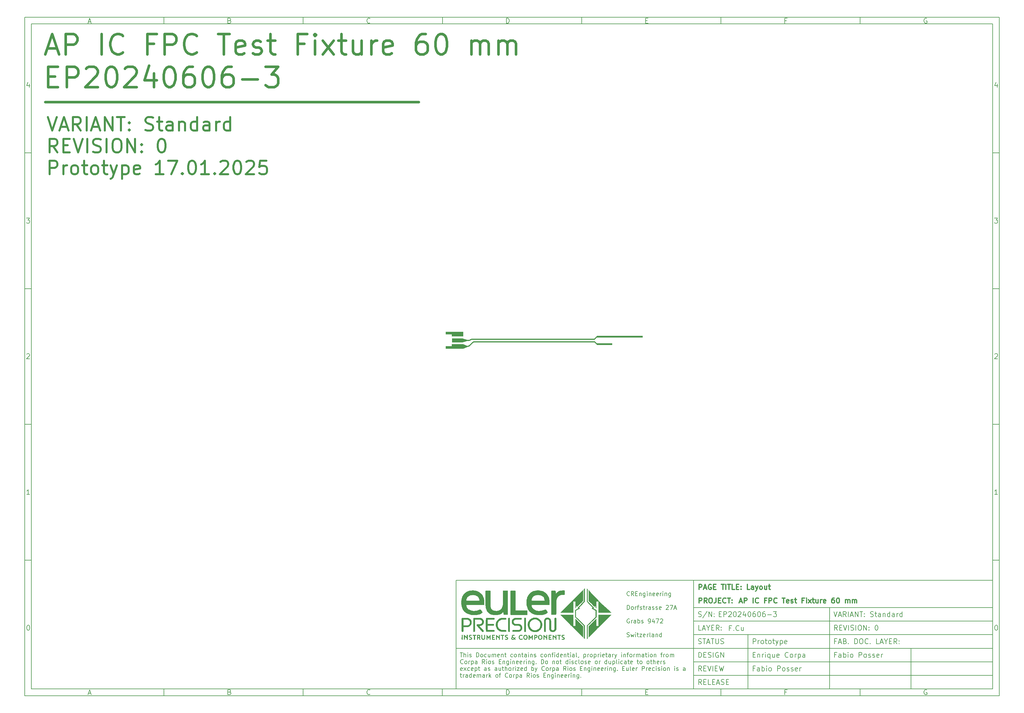
<source format=gbr>
%TF.GenerationSoftware,KiCad,Pcbnew,8.0.9-1.fc41*%
%TF.CreationDate,2025-03-16T15:25:28+01:00*%
%TF.ProjectId,0100_COVERSHEET,30313030-5f43-44f5-9645-525348454554,0*%
%TF.SameCoordinates,Original*%
%TF.FileFunction,Copper,L1,Top*%
%TF.FilePolarity,Positive*%
%FSLAX46Y46*%
G04 Gerber Fmt 4.6, Leading zero omitted, Abs format (unit mm)*
G04 Created by KiCad (PCBNEW 8.0.9-1.fc41) date 2025-03-16 15:25:28*
%MOMM*%
%LPD*%
G01*
G04 APERTURE LIST*
G04 Aperture macros list*
%AMFreePoly0*
4,1,7,1.655000,-0.675000,-1.655000,-0.675000,-1.655000,-0.085000,-3.455000,-0.085000,-3.455000,0.675000,1.655000,0.675000,1.655000,-0.675000,1.655000,-0.675000,$1*%
%AMFreePoly1*
4,1,9,1.655000,-0.675000,-1.655000,-0.675000,-1.655000,-0.665000,-3.455000,-0.665000,-3.455000,0.085000,-1.655000,0.085000,-1.655000,0.675000,1.655000,0.675000,1.655000,-0.675000,1.655000,-0.675000,$1*%
G04 Aperture macros list end*
%ADD10C,0.100000*%
%ADD11C,0.150000*%
%ADD12C,0.300000*%
%ADD13C,0.750000*%
%ADD14C,0.600000*%
%ADD15C,0.000001*%
%TA.AperFunction,Conductor*%
%ADD16C,0.000000*%
%TD*%
%ADD17C,0.200000*%
%TA.AperFunction,NonConductor*%
%ADD18C,0.200000*%
%TD*%
%TA.AperFunction,SMDPad,CuDef*%
%ADD19R,3.100000X1.160000*%
%TD*%
%TA.AperFunction,SMDPad,CuDef*%
%ADD20FreePoly0,0.000000*%
%TD*%
%TA.AperFunction,SMDPad,CuDef*%
%ADD21FreePoly1,0.000000*%
%TD*%
%TA.AperFunction,Conductor*%
%ADD22C,0.300000*%
%TD*%
%TA.AperFunction,Conductor*%
%ADD23C,0.200000*%
%TD*%
G04 APERTURE END LIST*
D10*
D11*
X7000000Y-203000000D02*
X290000000Y-203000000D01*
X290000000Y-7000000D01*
X7000000Y-7000000D01*
X7000000Y-203000000D01*
D10*
D11*
X132000000Y-171000000D02*
X290000000Y-171000000D01*
X290000000Y-203000000D01*
X132000000Y-203000000D01*
X132000000Y-171000000D01*
D10*
D11*
X202000000Y-203000000D02*
X202000000Y-171000000D01*
D10*
D11*
X290000000Y-199000000D02*
X202000000Y-199000000D01*
D10*
D11*
X290000000Y-195000000D02*
X202000000Y-195000000D01*
D10*
D11*
X290000000Y-191000000D02*
X201000000Y-191000000D01*
D10*
D11*
X290000000Y-187000000D02*
X202000000Y-187000000D01*
D10*
D11*
X290000000Y-183000000D02*
X202000000Y-183000000D01*
D10*
D11*
X290000000Y-179000000D02*
X202000000Y-179000000D01*
D10*
D11*
X266000000Y-203000000D02*
X266000000Y-191000000D01*
D10*
D11*
X242000000Y-203000000D02*
X242000000Y-179000000D01*
D10*
D11*
X218000000Y-203000000D02*
X218000000Y-187000000D01*
D10*
D12*
X203556710Y-173685528D02*
X203556710Y-172185528D01*
X203556710Y-172185528D02*
X204128139Y-172185528D01*
X204128139Y-172185528D02*
X204270996Y-172256957D01*
X204270996Y-172256957D02*
X204342425Y-172328385D01*
X204342425Y-172328385D02*
X204413853Y-172471242D01*
X204413853Y-172471242D02*
X204413853Y-172685528D01*
X204413853Y-172685528D02*
X204342425Y-172828385D01*
X204342425Y-172828385D02*
X204270996Y-172899814D01*
X204270996Y-172899814D02*
X204128139Y-172971242D01*
X204128139Y-172971242D02*
X203556710Y-172971242D01*
X204985282Y-173256957D02*
X205699568Y-173256957D01*
X204842425Y-173685528D02*
X205342425Y-172185528D01*
X205342425Y-172185528D02*
X205842425Y-173685528D01*
X207128139Y-172256957D02*
X206985282Y-172185528D01*
X206985282Y-172185528D02*
X206770996Y-172185528D01*
X206770996Y-172185528D02*
X206556710Y-172256957D01*
X206556710Y-172256957D02*
X206413853Y-172399814D01*
X206413853Y-172399814D02*
X206342424Y-172542671D01*
X206342424Y-172542671D02*
X206270996Y-172828385D01*
X206270996Y-172828385D02*
X206270996Y-173042671D01*
X206270996Y-173042671D02*
X206342424Y-173328385D01*
X206342424Y-173328385D02*
X206413853Y-173471242D01*
X206413853Y-173471242D02*
X206556710Y-173614100D01*
X206556710Y-173614100D02*
X206770996Y-173685528D01*
X206770996Y-173685528D02*
X206913853Y-173685528D01*
X206913853Y-173685528D02*
X207128139Y-173614100D01*
X207128139Y-173614100D02*
X207199567Y-173542671D01*
X207199567Y-173542671D02*
X207199567Y-173042671D01*
X207199567Y-173042671D02*
X206913853Y-173042671D01*
X207842424Y-172899814D02*
X208342424Y-172899814D01*
X208556710Y-173685528D02*
X207842424Y-173685528D01*
X207842424Y-173685528D02*
X207842424Y-172185528D01*
X207842424Y-172185528D02*
X208556710Y-172185528D01*
X210128139Y-172185528D02*
X210985282Y-172185528D01*
X210556710Y-173685528D02*
X210556710Y-172185528D01*
X211485281Y-173685528D02*
X211485281Y-172185528D01*
X211985282Y-172185528D02*
X212842425Y-172185528D01*
X212413853Y-173685528D02*
X212413853Y-172185528D01*
X214056710Y-173685528D02*
X213342424Y-173685528D01*
X213342424Y-173685528D02*
X213342424Y-172185528D01*
X214556710Y-172899814D02*
X215056710Y-172899814D01*
X215270996Y-173685528D02*
X214556710Y-173685528D01*
X214556710Y-173685528D02*
X214556710Y-172185528D01*
X214556710Y-172185528D02*
X215270996Y-172185528D01*
X215913853Y-173542671D02*
X215985282Y-173614100D01*
X215985282Y-173614100D02*
X215913853Y-173685528D01*
X215913853Y-173685528D02*
X215842425Y-173614100D01*
X215842425Y-173614100D02*
X215913853Y-173542671D01*
X215913853Y-173542671D02*
X215913853Y-173685528D01*
X215913853Y-172756957D02*
X215985282Y-172828385D01*
X215985282Y-172828385D02*
X215913853Y-172899814D01*
X215913853Y-172899814D02*
X215842425Y-172828385D01*
X215842425Y-172828385D02*
X215913853Y-172756957D01*
X215913853Y-172756957D02*
X215913853Y-172899814D01*
X218485282Y-173685528D02*
X217770996Y-173685528D01*
X217770996Y-173685528D02*
X217770996Y-172185528D01*
X219628140Y-173685528D02*
X219628140Y-172899814D01*
X219628140Y-172899814D02*
X219556711Y-172756957D01*
X219556711Y-172756957D02*
X219413854Y-172685528D01*
X219413854Y-172685528D02*
X219128140Y-172685528D01*
X219128140Y-172685528D02*
X218985282Y-172756957D01*
X219628140Y-173614100D02*
X219485282Y-173685528D01*
X219485282Y-173685528D02*
X219128140Y-173685528D01*
X219128140Y-173685528D02*
X218985282Y-173614100D01*
X218985282Y-173614100D02*
X218913854Y-173471242D01*
X218913854Y-173471242D02*
X218913854Y-173328385D01*
X218913854Y-173328385D02*
X218985282Y-173185528D01*
X218985282Y-173185528D02*
X219128140Y-173114100D01*
X219128140Y-173114100D02*
X219485282Y-173114100D01*
X219485282Y-173114100D02*
X219628140Y-173042671D01*
X220199568Y-172685528D02*
X220556711Y-173685528D01*
X220913854Y-172685528D02*
X220556711Y-173685528D01*
X220556711Y-173685528D02*
X220413854Y-174042671D01*
X220413854Y-174042671D02*
X220342425Y-174114100D01*
X220342425Y-174114100D02*
X220199568Y-174185528D01*
X221699568Y-173685528D02*
X221556711Y-173614100D01*
X221556711Y-173614100D02*
X221485282Y-173542671D01*
X221485282Y-173542671D02*
X221413854Y-173399814D01*
X221413854Y-173399814D02*
X221413854Y-172971242D01*
X221413854Y-172971242D02*
X221485282Y-172828385D01*
X221485282Y-172828385D02*
X221556711Y-172756957D01*
X221556711Y-172756957D02*
X221699568Y-172685528D01*
X221699568Y-172685528D02*
X221913854Y-172685528D01*
X221913854Y-172685528D02*
X222056711Y-172756957D01*
X222056711Y-172756957D02*
X222128140Y-172828385D01*
X222128140Y-172828385D02*
X222199568Y-172971242D01*
X222199568Y-172971242D02*
X222199568Y-173399814D01*
X222199568Y-173399814D02*
X222128140Y-173542671D01*
X222128140Y-173542671D02*
X222056711Y-173614100D01*
X222056711Y-173614100D02*
X221913854Y-173685528D01*
X221913854Y-173685528D02*
X221699568Y-173685528D01*
X223485283Y-172685528D02*
X223485283Y-173685528D01*
X222842425Y-172685528D02*
X222842425Y-173471242D01*
X222842425Y-173471242D02*
X222913854Y-173614100D01*
X222913854Y-173614100D02*
X223056711Y-173685528D01*
X223056711Y-173685528D02*
X223270997Y-173685528D01*
X223270997Y-173685528D02*
X223413854Y-173614100D01*
X223413854Y-173614100D02*
X223485283Y-173542671D01*
X223985283Y-172685528D02*
X224556711Y-172685528D01*
X224199568Y-172185528D02*
X224199568Y-173471242D01*
X224199568Y-173471242D02*
X224270997Y-173614100D01*
X224270997Y-173614100D02*
X224413854Y-173685528D01*
X224413854Y-173685528D02*
X224556711Y-173685528D01*
D10*
D11*
X201000000Y-191000000D02*
X132000000Y-191000000D01*
D10*
D12*
X203554510Y-177678328D02*
X203554510Y-176178328D01*
X203554510Y-176178328D02*
X204125939Y-176178328D01*
X204125939Y-176178328D02*
X204268796Y-176249757D01*
X204268796Y-176249757D02*
X204340225Y-176321185D01*
X204340225Y-176321185D02*
X204411653Y-176464042D01*
X204411653Y-176464042D02*
X204411653Y-176678328D01*
X204411653Y-176678328D02*
X204340225Y-176821185D01*
X204340225Y-176821185D02*
X204268796Y-176892614D01*
X204268796Y-176892614D02*
X204125939Y-176964042D01*
X204125939Y-176964042D02*
X203554510Y-176964042D01*
X205911653Y-177678328D02*
X205411653Y-176964042D01*
X205054510Y-177678328D02*
X205054510Y-176178328D01*
X205054510Y-176178328D02*
X205625939Y-176178328D01*
X205625939Y-176178328D02*
X205768796Y-176249757D01*
X205768796Y-176249757D02*
X205840225Y-176321185D01*
X205840225Y-176321185D02*
X205911653Y-176464042D01*
X205911653Y-176464042D02*
X205911653Y-176678328D01*
X205911653Y-176678328D02*
X205840225Y-176821185D01*
X205840225Y-176821185D02*
X205768796Y-176892614D01*
X205768796Y-176892614D02*
X205625939Y-176964042D01*
X205625939Y-176964042D02*
X205054510Y-176964042D01*
X206840225Y-176178328D02*
X207125939Y-176178328D01*
X207125939Y-176178328D02*
X207268796Y-176249757D01*
X207268796Y-176249757D02*
X207411653Y-176392614D01*
X207411653Y-176392614D02*
X207483082Y-176678328D01*
X207483082Y-176678328D02*
X207483082Y-177178328D01*
X207483082Y-177178328D02*
X207411653Y-177464042D01*
X207411653Y-177464042D02*
X207268796Y-177606900D01*
X207268796Y-177606900D02*
X207125939Y-177678328D01*
X207125939Y-177678328D02*
X206840225Y-177678328D01*
X206840225Y-177678328D02*
X206697368Y-177606900D01*
X206697368Y-177606900D02*
X206554510Y-177464042D01*
X206554510Y-177464042D02*
X206483082Y-177178328D01*
X206483082Y-177178328D02*
X206483082Y-176678328D01*
X206483082Y-176678328D02*
X206554510Y-176392614D01*
X206554510Y-176392614D02*
X206697368Y-176249757D01*
X206697368Y-176249757D02*
X206840225Y-176178328D01*
X208554511Y-176178328D02*
X208554511Y-177249757D01*
X208554511Y-177249757D02*
X208483082Y-177464042D01*
X208483082Y-177464042D02*
X208340225Y-177606900D01*
X208340225Y-177606900D02*
X208125939Y-177678328D01*
X208125939Y-177678328D02*
X207983082Y-177678328D01*
X209268796Y-176892614D02*
X209768796Y-176892614D01*
X209983082Y-177678328D02*
X209268796Y-177678328D01*
X209268796Y-177678328D02*
X209268796Y-176178328D01*
X209268796Y-176178328D02*
X209983082Y-176178328D01*
X211483082Y-177535471D02*
X211411654Y-177606900D01*
X211411654Y-177606900D02*
X211197368Y-177678328D01*
X211197368Y-177678328D02*
X211054511Y-177678328D01*
X211054511Y-177678328D02*
X210840225Y-177606900D01*
X210840225Y-177606900D02*
X210697368Y-177464042D01*
X210697368Y-177464042D02*
X210625939Y-177321185D01*
X210625939Y-177321185D02*
X210554511Y-177035471D01*
X210554511Y-177035471D02*
X210554511Y-176821185D01*
X210554511Y-176821185D02*
X210625939Y-176535471D01*
X210625939Y-176535471D02*
X210697368Y-176392614D01*
X210697368Y-176392614D02*
X210840225Y-176249757D01*
X210840225Y-176249757D02*
X211054511Y-176178328D01*
X211054511Y-176178328D02*
X211197368Y-176178328D01*
X211197368Y-176178328D02*
X211411654Y-176249757D01*
X211411654Y-176249757D02*
X211483082Y-176321185D01*
X211911654Y-176178328D02*
X212768797Y-176178328D01*
X212340225Y-177678328D02*
X212340225Y-176178328D01*
X213268796Y-177535471D02*
X213340225Y-177606900D01*
X213340225Y-177606900D02*
X213268796Y-177678328D01*
X213268796Y-177678328D02*
X213197368Y-177606900D01*
X213197368Y-177606900D02*
X213268796Y-177535471D01*
X213268796Y-177535471D02*
X213268796Y-177678328D01*
X213268796Y-176749757D02*
X213340225Y-176821185D01*
X213340225Y-176821185D02*
X213268796Y-176892614D01*
X213268796Y-176892614D02*
X213197368Y-176821185D01*
X213197368Y-176821185D02*
X213268796Y-176749757D01*
X213268796Y-176749757D02*
X213268796Y-176892614D01*
D10*
D11*
X203384398Y-181614700D02*
X203598684Y-181686128D01*
X203598684Y-181686128D02*
X203955826Y-181686128D01*
X203955826Y-181686128D02*
X204098684Y-181614700D01*
X204098684Y-181614700D02*
X204170112Y-181543271D01*
X204170112Y-181543271D02*
X204241541Y-181400414D01*
X204241541Y-181400414D02*
X204241541Y-181257557D01*
X204241541Y-181257557D02*
X204170112Y-181114700D01*
X204170112Y-181114700D02*
X204098684Y-181043271D01*
X204098684Y-181043271D02*
X203955826Y-180971842D01*
X203955826Y-180971842D02*
X203670112Y-180900414D01*
X203670112Y-180900414D02*
X203527255Y-180828985D01*
X203527255Y-180828985D02*
X203455826Y-180757557D01*
X203455826Y-180757557D02*
X203384398Y-180614700D01*
X203384398Y-180614700D02*
X203384398Y-180471842D01*
X203384398Y-180471842D02*
X203455826Y-180328985D01*
X203455826Y-180328985D02*
X203527255Y-180257557D01*
X203527255Y-180257557D02*
X203670112Y-180186128D01*
X203670112Y-180186128D02*
X204027255Y-180186128D01*
X204027255Y-180186128D02*
X204241541Y-180257557D01*
X205955826Y-180114700D02*
X204670112Y-182043271D01*
X206455826Y-181686128D02*
X206455826Y-180186128D01*
X206455826Y-180186128D02*
X207312969Y-181686128D01*
X207312969Y-181686128D02*
X207312969Y-180186128D01*
X208027255Y-181543271D02*
X208098684Y-181614700D01*
X208098684Y-181614700D02*
X208027255Y-181686128D01*
X208027255Y-181686128D02*
X207955827Y-181614700D01*
X207955827Y-181614700D02*
X208027255Y-181543271D01*
X208027255Y-181543271D02*
X208027255Y-181686128D01*
X208027255Y-180757557D02*
X208098684Y-180828985D01*
X208098684Y-180828985D02*
X208027255Y-180900414D01*
X208027255Y-180900414D02*
X207955827Y-180828985D01*
X207955827Y-180828985D02*
X208027255Y-180757557D01*
X208027255Y-180757557D02*
X208027255Y-180900414D01*
D10*
D11*
X203455826Y-193686128D02*
X203455826Y-192186128D01*
X203455826Y-192186128D02*
X203812969Y-192186128D01*
X203812969Y-192186128D02*
X204027255Y-192257557D01*
X204027255Y-192257557D02*
X204170112Y-192400414D01*
X204170112Y-192400414D02*
X204241541Y-192543271D01*
X204241541Y-192543271D02*
X204312969Y-192828985D01*
X204312969Y-192828985D02*
X204312969Y-193043271D01*
X204312969Y-193043271D02*
X204241541Y-193328985D01*
X204241541Y-193328985D02*
X204170112Y-193471842D01*
X204170112Y-193471842D02*
X204027255Y-193614700D01*
X204027255Y-193614700D02*
X203812969Y-193686128D01*
X203812969Y-193686128D02*
X203455826Y-193686128D01*
X204955826Y-192900414D02*
X205455826Y-192900414D01*
X205670112Y-193686128D02*
X204955826Y-193686128D01*
X204955826Y-193686128D02*
X204955826Y-192186128D01*
X204955826Y-192186128D02*
X205670112Y-192186128D01*
X206241541Y-193614700D02*
X206455827Y-193686128D01*
X206455827Y-193686128D02*
X206812969Y-193686128D01*
X206812969Y-193686128D02*
X206955827Y-193614700D01*
X206955827Y-193614700D02*
X207027255Y-193543271D01*
X207027255Y-193543271D02*
X207098684Y-193400414D01*
X207098684Y-193400414D02*
X207098684Y-193257557D01*
X207098684Y-193257557D02*
X207027255Y-193114700D01*
X207027255Y-193114700D02*
X206955827Y-193043271D01*
X206955827Y-193043271D02*
X206812969Y-192971842D01*
X206812969Y-192971842D02*
X206527255Y-192900414D01*
X206527255Y-192900414D02*
X206384398Y-192828985D01*
X206384398Y-192828985D02*
X206312969Y-192757557D01*
X206312969Y-192757557D02*
X206241541Y-192614700D01*
X206241541Y-192614700D02*
X206241541Y-192471842D01*
X206241541Y-192471842D02*
X206312969Y-192328985D01*
X206312969Y-192328985D02*
X206384398Y-192257557D01*
X206384398Y-192257557D02*
X206527255Y-192186128D01*
X206527255Y-192186128D02*
X206884398Y-192186128D01*
X206884398Y-192186128D02*
X207098684Y-192257557D01*
X207741540Y-193686128D02*
X207741540Y-192186128D01*
X209241541Y-192257557D02*
X209098684Y-192186128D01*
X209098684Y-192186128D02*
X208884398Y-192186128D01*
X208884398Y-192186128D02*
X208670112Y-192257557D01*
X208670112Y-192257557D02*
X208527255Y-192400414D01*
X208527255Y-192400414D02*
X208455826Y-192543271D01*
X208455826Y-192543271D02*
X208384398Y-192828985D01*
X208384398Y-192828985D02*
X208384398Y-193043271D01*
X208384398Y-193043271D02*
X208455826Y-193328985D01*
X208455826Y-193328985D02*
X208527255Y-193471842D01*
X208527255Y-193471842D02*
X208670112Y-193614700D01*
X208670112Y-193614700D02*
X208884398Y-193686128D01*
X208884398Y-193686128D02*
X209027255Y-193686128D01*
X209027255Y-193686128D02*
X209241541Y-193614700D01*
X209241541Y-193614700D02*
X209312969Y-193543271D01*
X209312969Y-193543271D02*
X209312969Y-193043271D01*
X209312969Y-193043271D02*
X209027255Y-193043271D01*
X209955826Y-193686128D02*
X209955826Y-192186128D01*
X209955826Y-192186128D02*
X210812969Y-193686128D01*
X210812969Y-193686128D02*
X210812969Y-192186128D01*
D10*
D11*
X204312969Y-197686128D02*
X203812969Y-196971842D01*
X203455826Y-197686128D02*
X203455826Y-196186128D01*
X203455826Y-196186128D02*
X204027255Y-196186128D01*
X204027255Y-196186128D02*
X204170112Y-196257557D01*
X204170112Y-196257557D02*
X204241541Y-196328985D01*
X204241541Y-196328985D02*
X204312969Y-196471842D01*
X204312969Y-196471842D02*
X204312969Y-196686128D01*
X204312969Y-196686128D02*
X204241541Y-196828985D01*
X204241541Y-196828985D02*
X204170112Y-196900414D01*
X204170112Y-196900414D02*
X204027255Y-196971842D01*
X204027255Y-196971842D02*
X203455826Y-196971842D01*
X204955826Y-196900414D02*
X205455826Y-196900414D01*
X205670112Y-197686128D02*
X204955826Y-197686128D01*
X204955826Y-197686128D02*
X204955826Y-196186128D01*
X204955826Y-196186128D02*
X205670112Y-196186128D01*
X206098684Y-196186128D02*
X206598684Y-197686128D01*
X206598684Y-197686128D02*
X207098684Y-196186128D01*
X207598683Y-197686128D02*
X207598683Y-196186128D01*
X208312969Y-196900414D02*
X208812969Y-196900414D01*
X209027255Y-197686128D02*
X208312969Y-197686128D01*
X208312969Y-197686128D02*
X208312969Y-196186128D01*
X208312969Y-196186128D02*
X209027255Y-196186128D01*
X209527255Y-196186128D02*
X209884398Y-197686128D01*
X209884398Y-197686128D02*
X210170112Y-196614700D01*
X210170112Y-196614700D02*
X210455827Y-197686128D01*
X210455827Y-197686128D02*
X210812970Y-196186128D01*
D10*
D11*
X204312969Y-201686128D02*
X203812969Y-200971842D01*
X203455826Y-201686128D02*
X203455826Y-200186128D01*
X203455826Y-200186128D02*
X204027255Y-200186128D01*
X204027255Y-200186128D02*
X204170112Y-200257557D01*
X204170112Y-200257557D02*
X204241541Y-200328985D01*
X204241541Y-200328985D02*
X204312969Y-200471842D01*
X204312969Y-200471842D02*
X204312969Y-200686128D01*
X204312969Y-200686128D02*
X204241541Y-200828985D01*
X204241541Y-200828985D02*
X204170112Y-200900414D01*
X204170112Y-200900414D02*
X204027255Y-200971842D01*
X204027255Y-200971842D02*
X203455826Y-200971842D01*
X204955826Y-200900414D02*
X205455826Y-200900414D01*
X205670112Y-201686128D02*
X204955826Y-201686128D01*
X204955826Y-201686128D02*
X204955826Y-200186128D01*
X204955826Y-200186128D02*
X205670112Y-200186128D01*
X207027255Y-201686128D02*
X206312969Y-201686128D01*
X206312969Y-201686128D02*
X206312969Y-200186128D01*
X207527255Y-200900414D02*
X208027255Y-200900414D01*
X208241541Y-201686128D02*
X207527255Y-201686128D01*
X207527255Y-201686128D02*
X207527255Y-200186128D01*
X207527255Y-200186128D02*
X208241541Y-200186128D01*
X208812970Y-201257557D02*
X209527256Y-201257557D01*
X208670113Y-201686128D02*
X209170113Y-200186128D01*
X209170113Y-200186128D02*
X209670113Y-201686128D01*
X210098684Y-201614700D02*
X210312970Y-201686128D01*
X210312970Y-201686128D02*
X210670112Y-201686128D01*
X210670112Y-201686128D02*
X210812970Y-201614700D01*
X210812970Y-201614700D02*
X210884398Y-201543271D01*
X210884398Y-201543271D02*
X210955827Y-201400414D01*
X210955827Y-201400414D02*
X210955827Y-201257557D01*
X210955827Y-201257557D02*
X210884398Y-201114700D01*
X210884398Y-201114700D02*
X210812970Y-201043271D01*
X210812970Y-201043271D02*
X210670112Y-200971842D01*
X210670112Y-200971842D02*
X210384398Y-200900414D01*
X210384398Y-200900414D02*
X210241541Y-200828985D01*
X210241541Y-200828985D02*
X210170112Y-200757557D01*
X210170112Y-200757557D02*
X210098684Y-200614700D01*
X210098684Y-200614700D02*
X210098684Y-200471842D01*
X210098684Y-200471842D02*
X210170112Y-200328985D01*
X210170112Y-200328985D02*
X210241541Y-200257557D01*
X210241541Y-200257557D02*
X210384398Y-200186128D01*
X210384398Y-200186128D02*
X210741541Y-200186128D01*
X210741541Y-200186128D02*
X210955827Y-200257557D01*
X211598683Y-200900414D02*
X212098683Y-200900414D01*
X212312969Y-201686128D02*
X211598683Y-201686128D01*
X211598683Y-201686128D02*
X211598683Y-200186128D01*
X211598683Y-200186128D02*
X212312969Y-200186128D01*
D10*
D11*
X243241541Y-180186128D02*
X243741541Y-181686128D01*
X243741541Y-181686128D02*
X244241541Y-180186128D01*
X244670112Y-181257557D02*
X245384398Y-181257557D01*
X244527255Y-181686128D02*
X245027255Y-180186128D01*
X245027255Y-180186128D02*
X245527255Y-181686128D01*
X246884397Y-181686128D02*
X246384397Y-180971842D01*
X246027254Y-181686128D02*
X246027254Y-180186128D01*
X246027254Y-180186128D02*
X246598683Y-180186128D01*
X246598683Y-180186128D02*
X246741540Y-180257557D01*
X246741540Y-180257557D02*
X246812969Y-180328985D01*
X246812969Y-180328985D02*
X246884397Y-180471842D01*
X246884397Y-180471842D02*
X246884397Y-180686128D01*
X246884397Y-180686128D02*
X246812969Y-180828985D01*
X246812969Y-180828985D02*
X246741540Y-180900414D01*
X246741540Y-180900414D02*
X246598683Y-180971842D01*
X246598683Y-180971842D02*
X246027254Y-180971842D01*
X247527254Y-181686128D02*
X247527254Y-180186128D01*
X248170112Y-181257557D02*
X248884398Y-181257557D01*
X248027255Y-181686128D02*
X248527255Y-180186128D01*
X248527255Y-180186128D02*
X249027255Y-181686128D01*
X249527254Y-181686128D02*
X249527254Y-180186128D01*
X249527254Y-180186128D02*
X250384397Y-181686128D01*
X250384397Y-181686128D02*
X250384397Y-180186128D01*
X250884398Y-180186128D02*
X251741541Y-180186128D01*
X251312969Y-181686128D02*
X251312969Y-180186128D01*
X252241540Y-181543271D02*
X252312969Y-181614700D01*
X252312969Y-181614700D02*
X252241540Y-181686128D01*
X252241540Y-181686128D02*
X252170112Y-181614700D01*
X252170112Y-181614700D02*
X252241540Y-181543271D01*
X252241540Y-181543271D02*
X252241540Y-181686128D01*
X252241540Y-180757557D02*
X252312969Y-180828985D01*
X252312969Y-180828985D02*
X252241540Y-180900414D01*
X252241540Y-180900414D02*
X252170112Y-180828985D01*
X252170112Y-180828985D02*
X252241540Y-180757557D01*
X252241540Y-180757557D02*
X252241540Y-180900414D01*
X254027255Y-181614700D02*
X254241541Y-181686128D01*
X254241541Y-181686128D02*
X254598683Y-181686128D01*
X254598683Y-181686128D02*
X254741541Y-181614700D01*
X254741541Y-181614700D02*
X254812969Y-181543271D01*
X254812969Y-181543271D02*
X254884398Y-181400414D01*
X254884398Y-181400414D02*
X254884398Y-181257557D01*
X254884398Y-181257557D02*
X254812969Y-181114700D01*
X254812969Y-181114700D02*
X254741541Y-181043271D01*
X254741541Y-181043271D02*
X254598683Y-180971842D01*
X254598683Y-180971842D02*
X254312969Y-180900414D01*
X254312969Y-180900414D02*
X254170112Y-180828985D01*
X254170112Y-180828985D02*
X254098683Y-180757557D01*
X254098683Y-180757557D02*
X254027255Y-180614700D01*
X254027255Y-180614700D02*
X254027255Y-180471842D01*
X254027255Y-180471842D02*
X254098683Y-180328985D01*
X254098683Y-180328985D02*
X254170112Y-180257557D01*
X254170112Y-180257557D02*
X254312969Y-180186128D01*
X254312969Y-180186128D02*
X254670112Y-180186128D01*
X254670112Y-180186128D02*
X254884398Y-180257557D01*
X255312969Y-180686128D02*
X255884397Y-180686128D01*
X255527254Y-180186128D02*
X255527254Y-181471842D01*
X255527254Y-181471842D02*
X255598683Y-181614700D01*
X255598683Y-181614700D02*
X255741540Y-181686128D01*
X255741540Y-181686128D02*
X255884397Y-181686128D01*
X257027255Y-181686128D02*
X257027255Y-180900414D01*
X257027255Y-180900414D02*
X256955826Y-180757557D01*
X256955826Y-180757557D02*
X256812969Y-180686128D01*
X256812969Y-180686128D02*
X256527255Y-180686128D01*
X256527255Y-180686128D02*
X256384397Y-180757557D01*
X257027255Y-181614700D02*
X256884397Y-181686128D01*
X256884397Y-181686128D02*
X256527255Y-181686128D01*
X256527255Y-181686128D02*
X256384397Y-181614700D01*
X256384397Y-181614700D02*
X256312969Y-181471842D01*
X256312969Y-181471842D02*
X256312969Y-181328985D01*
X256312969Y-181328985D02*
X256384397Y-181186128D01*
X256384397Y-181186128D02*
X256527255Y-181114700D01*
X256527255Y-181114700D02*
X256884397Y-181114700D01*
X256884397Y-181114700D02*
X257027255Y-181043271D01*
X257741540Y-180686128D02*
X257741540Y-181686128D01*
X257741540Y-180828985D02*
X257812969Y-180757557D01*
X257812969Y-180757557D02*
X257955826Y-180686128D01*
X257955826Y-180686128D02*
X258170112Y-180686128D01*
X258170112Y-180686128D02*
X258312969Y-180757557D01*
X258312969Y-180757557D02*
X258384398Y-180900414D01*
X258384398Y-180900414D02*
X258384398Y-181686128D01*
X259741541Y-181686128D02*
X259741541Y-180186128D01*
X259741541Y-181614700D02*
X259598683Y-181686128D01*
X259598683Y-181686128D02*
X259312969Y-181686128D01*
X259312969Y-181686128D02*
X259170112Y-181614700D01*
X259170112Y-181614700D02*
X259098683Y-181543271D01*
X259098683Y-181543271D02*
X259027255Y-181400414D01*
X259027255Y-181400414D02*
X259027255Y-180971842D01*
X259027255Y-180971842D02*
X259098683Y-180828985D01*
X259098683Y-180828985D02*
X259170112Y-180757557D01*
X259170112Y-180757557D02*
X259312969Y-180686128D01*
X259312969Y-180686128D02*
X259598683Y-180686128D01*
X259598683Y-180686128D02*
X259741541Y-180757557D01*
X261098684Y-181686128D02*
X261098684Y-180900414D01*
X261098684Y-180900414D02*
X261027255Y-180757557D01*
X261027255Y-180757557D02*
X260884398Y-180686128D01*
X260884398Y-180686128D02*
X260598684Y-180686128D01*
X260598684Y-180686128D02*
X260455826Y-180757557D01*
X261098684Y-181614700D02*
X260955826Y-181686128D01*
X260955826Y-181686128D02*
X260598684Y-181686128D01*
X260598684Y-181686128D02*
X260455826Y-181614700D01*
X260455826Y-181614700D02*
X260384398Y-181471842D01*
X260384398Y-181471842D02*
X260384398Y-181328985D01*
X260384398Y-181328985D02*
X260455826Y-181186128D01*
X260455826Y-181186128D02*
X260598684Y-181114700D01*
X260598684Y-181114700D02*
X260955826Y-181114700D01*
X260955826Y-181114700D02*
X261098684Y-181043271D01*
X261812969Y-181686128D02*
X261812969Y-180686128D01*
X261812969Y-180971842D02*
X261884398Y-180828985D01*
X261884398Y-180828985D02*
X261955827Y-180757557D01*
X261955827Y-180757557D02*
X262098684Y-180686128D01*
X262098684Y-180686128D02*
X262241541Y-180686128D01*
X263384398Y-181686128D02*
X263384398Y-180186128D01*
X263384398Y-181614700D02*
X263241540Y-181686128D01*
X263241540Y-181686128D02*
X262955826Y-181686128D01*
X262955826Y-181686128D02*
X262812969Y-181614700D01*
X262812969Y-181614700D02*
X262741540Y-181543271D01*
X262741540Y-181543271D02*
X262670112Y-181400414D01*
X262670112Y-181400414D02*
X262670112Y-180971842D01*
X262670112Y-180971842D02*
X262741540Y-180828985D01*
X262741540Y-180828985D02*
X262812969Y-180757557D01*
X262812969Y-180757557D02*
X262955826Y-180686128D01*
X262955826Y-180686128D02*
X263241540Y-180686128D01*
X263241540Y-180686128D02*
X263384398Y-180757557D01*
D10*
D11*
X244312969Y-185686128D02*
X243812969Y-184971842D01*
X243455826Y-185686128D02*
X243455826Y-184186128D01*
X243455826Y-184186128D02*
X244027255Y-184186128D01*
X244027255Y-184186128D02*
X244170112Y-184257557D01*
X244170112Y-184257557D02*
X244241541Y-184328985D01*
X244241541Y-184328985D02*
X244312969Y-184471842D01*
X244312969Y-184471842D02*
X244312969Y-184686128D01*
X244312969Y-184686128D02*
X244241541Y-184828985D01*
X244241541Y-184828985D02*
X244170112Y-184900414D01*
X244170112Y-184900414D02*
X244027255Y-184971842D01*
X244027255Y-184971842D02*
X243455826Y-184971842D01*
X244955826Y-184900414D02*
X245455826Y-184900414D01*
X245670112Y-185686128D02*
X244955826Y-185686128D01*
X244955826Y-185686128D02*
X244955826Y-184186128D01*
X244955826Y-184186128D02*
X245670112Y-184186128D01*
X246098684Y-184186128D02*
X246598684Y-185686128D01*
X246598684Y-185686128D02*
X247098684Y-184186128D01*
X247598683Y-185686128D02*
X247598683Y-184186128D01*
X248241541Y-185614700D02*
X248455827Y-185686128D01*
X248455827Y-185686128D02*
X248812969Y-185686128D01*
X248812969Y-185686128D02*
X248955827Y-185614700D01*
X248955827Y-185614700D02*
X249027255Y-185543271D01*
X249027255Y-185543271D02*
X249098684Y-185400414D01*
X249098684Y-185400414D02*
X249098684Y-185257557D01*
X249098684Y-185257557D02*
X249027255Y-185114700D01*
X249027255Y-185114700D02*
X248955827Y-185043271D01*
X248955827Y-185043271D02*
X248812969Y-184971842D01*
X248812969Y-184971842D02*
X248527255Y-184900414D01*
X248527255Y-184900414D02*
X248384398Y-184828985D01*
X248384398Y-184828985D02*
X248312969Y-184757557D01*
X248312969Y-184757557D02*
X248241541Y-184614700D01*
X248241541Y-184614700D02*
X248241541Y-184471842D01*
X248241541Y-184471842D02*
X248312969Y-184328985D01*
X248312969Y-184328985D02*
X248384398Y-184257557D01*
X248384398Y-184257557D02*
X248527255Y-184186128D01*
X248527255Y-184186128D02*
X248884398Y-184186128D01*
X248884398Y-184186128D02*
X249098684Y-184257557D01*
X249741540Y-185686128D02*
X249741540Y-184186128D01*
X250741541Y-184186128D02*
X251027255Y-184186128D01*
X251027255Y-184186128D02*
X251170112Y-184257557D01*
X251170112Y-184257557D02*
X251312969Y-184400414D01*
X251312969Y-184400414D02*
X251384398Y-184686128D01*
X251384398Y-184686128D02*
X251384398Y-185186128D01*
X251384398Y-185186128D02*
X251312969Y-185471842D01*
X251312969Y-185471842D02*
X251170112Y-185614700D01*
X251170112Y-185614700D02*
X251027255Y-185686128D01*
X251027255Y-185686128D02*
X250741541Y-185686128D01*
X250741541Y-185686128D02*
X250598684Y-185614700D01*
X250598684Y-185614700D02*
X250455826Y-185471842D01*
X250455826Y-185471842D02*
X250384398Y-185186128D01*
X250384398Y-185186128D02*
X250384398Y-184686128D01*
X250384398Y-184686128D02*
X250455826Y-184400414D01*
X250455826Y-184400414D02*
X250598684Y-184257557D01*
X250598684Y-184257557D02*
X250741541Y-184186128D01*
X252027255Y-185686128D02*
X252027255Y-184186128D01*
X252027255Y-184186128D02*
X252884398Y-185686128D01*
X252884398Y-185686128D02*
X252884398Y-184186128D01*
X253598684Y-185543271D02*
X253670113Y-185614700D01*
X253670113Y-185614700D02*
X253598684Y-185686128D01*
X253598684Y-185686128D02*
X253527256Y-185614700D01*
X253527256Y-185614700D02*
X253598684Y-185543271D01*
X253598684Y-185543271D02*
X253598684Y-185686128D01*
X253598684Y-184757557D02*
X253670113Y-184828985D01*
X253670113Y-184828985D02*
X253598684Y-184900414D01*
X253598684Y-184900414D02*
X253527256Y-184828985D01*
X253527256Y-184828985D02*
X253598684Y-184757557D01*
X253598684Y-184757557D02*
X253598684Y-184900414D01*
X255741542Y-184186128D02*
X255884399Y-184186128D01*
X255884399Y-184186128D02*
X256027256Y-184257557D01*
X256027256Y-184257557D02*
X256098685Y-184328985D01*
X256098685Y-184328985D02*
X256170113Y-184471842D01*
X256170113Y-184471842D02*
X256241542Y-184757557D01*
X256241542Y-184757557D02*
X256241542Y-185114700D01*
X256241542Y-185114700D02*
X256170113Y-185400414D01*
X256170113Y-185400414D02*
X256098685Y-185543271D01*
X256098685Y-185543271D02*
X256027256Y-185614700D01*
X256027256Y-185614700D02*
X255884399Y-185686128D01*
X255884399Y-185686128D02*
X255741542Y-185686128D01*
X255741542Y-185686128D02*
X255598685Y-185614700D01*
X255598685Y-185614700D02*
X255527256Y-185543271D01*
X255527256Y-185543271D02*
X255455827Y-185400414D01*
X255455827Y-185400414D02*
X255384399Y-185114700D01*
X255384399Y-185114700D02*
X255384399Y-184757557D01*
X255384399Y-184757557D02*
X255455827Y-184471842D01*
X255455827Y-184471842D02*
X255527256Y-184328985D01*
X255527256Y-184328985D02*
X255598685Y-184257557D01*
X255598685Y-184257557D02*
X255741542Y-184186128D01*
D10*
D11*
X203384398Y-189614700D02*
X203598684Y-189686128D01*
X203598684Y-189686128D02*
X203955826Y-189686128D01*
X203955826Y-189686128D02*
X204098684Y-189614700D01*
X204098684Y-189614700D02*
X204170112Y-189543271D01*
X204170112Y-189543271D02*
X204241541Y-189400414D01*
X204241541Y-189400414D02*
X204241541Y-189257557D01*
X204241541Y-189257557D02*
X204170112Y-189114700D01*
X204170112Y-189114700D02*
X204098684Y-189043271D01*
X204098684Y-189043271D02*
X203955826Y-188971842D01*
X203955826Y-188971842D02*
X203670112Y-188900414D01*
X203670112Y-188900414D02*
X203527255Y-188828985D01*
X203527255Y-188828985D02*
X203455826Y-188757557D01*
X203455826Y-188757557D02*
X203384398Y-188614700D01*
X203384398Y-188614700D02*
X203384398Y-188471842D01*
X203384398Y-188471842D02*
X203455826Y-188328985D01*
X203455826Y-188328985D02*
X203527255Y-188257557D01*
X203527255Y-188257557D02*
X203670112Y-188186128D01*
X203670112Y-188186128D02*
X204027255Y-188186128D01*
X204027255Y-188186128D02*
X204241541Y-188257557D01*
X204670112Y-188186128D02*
X205527255Y-188186128D01*
X205098683Y-189686128D02*
X205098683Y-188186128D01*
X205955826Y-189257557D02*
X206670112Y-189257557D01*
X205812969Y-189686128D02*
X206312969Y-188186128D01*
X206312969Y-188186128D02*
X206812969Y-189686128D01*
X207098683Y-188186128D02*
X207955826Y-188186128D01*
X207527254Y-189686128D02*
X207527254Y-188186128D01*
X208455825Y-188186128D02*
X208455825Y-189400414D01*
X208455825Y-189400414D02*
X208527254Y-189543271D01*
X208527254Y-189543271D02*
X208598683Y-189614700D01*
X208598683Y-189614700D02*
X208741540Y-189686128D01*
X208741540Y-189686128D02*
X209027254Y-189686128D01*
X209027254Y-189686128D02*
X209170111Y-189614700D01*
X209170111Y-189614700D02*
X209241540Y-189543271D01*
X209241540Y-189543271D02*
X209312968Y-189400414D01*
X209312968Y-189400414D02*
X209312968Y-188186128D01*
X209955826Y-189614700D02*
X210170112Y-189686128D01*
X210170112Y-189686128D02*
X210527254Y-189686128D01*
X210527254Y-189686128D02*
X210670112Y-189614700D01*
X210670112Y-189614700D02*
X210741540Y-189543271D01*
X210741540Y-189543271D02*
X210812969Y-189400414D01*
X210812969Y-189400414D02*
X210812969Y-189257557D01*
X210812969Y-189257557D02*
X210741540Y-189114700D01*
X210741540Y-189114700D02*
X210670112Y-189043271D01*
X210670112Y-189043271D02*
X210527254Y-188971842D01*
X210527254Y-188971842D02*
X210241540Y-188900414D01*
X210241540Y-188900414D02*
X210098683Y-188828985D01*
X210098683Y-188828985D02*
X210027254Y-188757557D01*
X210027254Y-188757557D02*
X209955826Y-188614700D01*
X209955826Y-188614700D02*
X209955826Y-188471842D01*
X209955826Y-188471842D02*
X210027254Y-188328985D01*
X210027254Y-188328985D02*
X210098683Y-188257557D01*
X210098683Y-188257557D02*
X210241540Y-188186128D01*
X210241540Y-188186128D02*
X210598683Y-188186128D01*
X210598683Y-188186128D02*
X210812969Y-188257557D01*
D10*
D11*
X219455826Y-189686128D02*
X219455826Y-188186128D01*
X219455826Y-188186128D02*
X220027255Y-188186128D01*
X220027255Y-188186128D02*
X220170112Y-188257557D01*
X220170112Y-188257557D02*
X220241541Y-188328985D01*
X220241541Y-188328985D02*
X220312969Y-188471842D01*
X220312969Y-188471842D02*
X220312969Y-188686128D01*
X220312969Y-188686128D02*
X220241541Y-188828985D01*
X220241541Y-188828985D02*
X220170112Y-188900414D01*
X220170112Y-188900414D02*
X220027255Y-188971842D01*
X220027255Y-188971842D02*
X219455826Y-188971842D01*
X220955826Y-189686128D02*
X220955826Y-188686128D01*
X220955826Y-188971842D02*
X221027255Y-188828985D01*
X221027255Y-188828985D02*
X221098684Y-188757557D01*
X221098684Y-188757557D02*
X221241541Y-188686128D01*
X221241541Y-188686128D02*
X221384398Y-188686128D01*
X222098683Y-189686128D02*
X221955826Y-189614700D01*
X221955826Y-189614700D02*
X221884397Y-189543271D01*
X221884397Y-189543271D02*
X221812969Y-189400414D01*
X221812969Y-189400414D02*
X221812969Y-188971842D01*
X221812969Y-188971842D02*
X221884397Y-188828985D01*
X221884397Y-188828985D02*
X221955826Y-188757557D01*
X221955826Y-188757557D02*
X222098683Y-188686128D01*
X222098683Y-188686128D02*
X222312969Y-188686128D01*
X222312969Y-188686128D02*
X222455826Y-188757557D01*
X222455826Y-188757557D02*
X222527255Y-188828985D01*
X222527255Y-188828985D02*
X222598683Y-188971842D01*
X222598683Y-188971842D02*
X222598683Y-189400414D01*
X222598683Y-189400414D02*
X222527255Y-189543271D01*
X222527255Y-189543271D02*
X222455826Y-189614700D01*
X222455826Y-189614700D02*
X222312969Y-189686128D01*
X222312969Y-189686128D02*
X222098683Y-189686128D01*
X223027255Y-188686128D02*
X223598683Y-188686128D01*
X223241540Y-188186128D02*
X223241540Y-189471842D01*
X223241540Y-189471842D02*
X223312969Y-189614700D01*
X223312969Y-189614700D02*
X223455826Y-189686128D01*
X223455826Y-189686128D02*
X223598683Y-189686128D01*
X224312969Y-189686128D02*
X224170112Y-189614700D01*
X224170112Y-189614700D02*
X224098683Y-189543271D01*
X224098683Y-189543271D02*
X224027255Y-189400414D01*
X224027255Y-189400414D02*
X224027255Y-188971842D01*
X224027255Y-188971842D02*
X224098683Y-188828985D01*
X224098683Y-188828985D02*
X224170112Y-188757557D01*
X224170112Y-188757557D02*
X224312969Y-188686128D01*
X224312969Y-188686128D02*
X224527255Y-188686128D01*
X224527255Y-188686128D02*
X224670112Y-188757557D01*
X224670112Y-188757557D02*
X224741541Y-188828985D01*
X224741541Y-188828985D02*
X224812969Y-188971842D01*
X224812969Y-188971842D02*
X224812969Y-189400414D01*
X224812969Y-189400414D02*
X224741541Y-189543271D01*
X224741541Y-189543271D02*
X224670112Y-189614700D01*
X224670112Y-189614700D02*
X224527255Y-189686128D01*
X224527255Y-189686128D02*
X224312969Y-189686128D01*
X225241541Y-188686128D02*
X225812969Y-188686128D01*
X225455826Y-188186128D02*
X225455826Y-189471842D01*
X225455826Y-189471842D02*
X225527255Y-189614700D01*
X225527255Y-189614700D02*
X225670112Y-189686128D01*
X225670112Y-189686128D02*
X225812969Y-189686128D01*
X226170112Y-188686128D02*
X226527255Y-189686128D01*
X226884398Y-188686128D02*
X226527255Y-189686128D01*
X226527255Y-189686128D02*
X226384398Y-190043271D01*
X226384398Y-190043271D02*
X226312969Y-190114700D01*
X226312969Y-190114700D02*
X226170112Y-190186128D01*
X227455826Y-188686128D02*
X227455826Y-190186128D01*
X227455826Y-188757557D02*
X227598684Y-188686128D01*
X227598684Y-188686128D02*
X227884398Y-188686128D01*
X227884398Y-188686128D02*
X228027255Y-188757557D01*
X228027255Y-188757557D02*
X228098684Y-188828985D01*
X228098684Y-188828985D02*
X228170112Y-188971842D01*
X228170112Y-188971842D02*
X228170112Y-189400414D01*
X228170112Y-189400414D02*
X228098684Y-189543271D01*
X228098684Y-189543271D02*
X228027255Y-189614700D01*
X228027255Y-189614700D02*
X227884398Y-189686128D01*
X227884398Y-189686128D02*
X227598684Y-189686128D01*
X227598684Y-189686128D02*
X227455826Y-189614700D01*
X229384398Y-189614700D02*
X229241541Y-189686128D01*
X229241541Y-189686128D02*
X228955827Y-189686128D01*
X228955827Y-189686128D02*
X228812969Y-189614700D01*
X228812969Y-189614700D02*
X228741541Y-189471842D01*
X228741541Y-189471842D02*
X228741541Y-188900414D01*
X228741541Y-188900414D02*
X228812969Y-188757557D01*
X228812969Y-188757557D02*
X228955827Y-188686128D01*
X228955827Y-188686128D02*
X229241541Y-188686128D01*
X229241541Y-188686128D02*
X229384398Y-188757557D01*
X229384398Y-188757557D02*
X229455827Y-188900414D01*
X229455827Y-188900414D02*
X229455827Y-189043271D01*
X229455827Y-189043271D02*
X228741541Y-189186128D01*
D10*
D11*
X219955826Y-196900414D02*
X219455826Y-196900414D01*
X219455826Y-197686128D02*
X219455826Y-196186128D01*
X219455826Y-196186128D02*
X220170112Y-196186128D01*
X221384398Y-197686128D02*
X221384398Y-196900414D01*
X221384398Y-196900414D02*
X221312969Y-196757557D01*
X221312969Y-196757557D02*
X221170112Y-196686128D01*
X221170112Y-196686128D02*
X220884398Y-196686128D01*
X220884398Y-196686128D02*
X220741540Y-196757557D01*
X221384398Y-197614700D02*
X221241540Y-197686128D01*
X221241540Y-197686128D02*
X220884398Y-197686128D01*
X220884398Y-197686128D02*
X220741540Y-197614700D01*
X220741540Y-197614700D02*
X220670112Y-197471842D01*
X220670112Y-197471842D02*
X220670112Y-197328985D01*
X220670112Y-197328985D02*
X220741540Y-197186128D01*
X220741540Y-197186128D02*
X220884398Y-197114700D01*
X220884398Y-197114700D02*
X221241540Y-197114700D01*
X221241540Y-197114700D02*
X221384398Y-197043271D01*
X222098683Y-197686128D02*
X222098683Y-196186128D01*
X222098683Y-196757557D02*
X222241541Y-196686128D01*
X222241541Y-196686128D02*
X222527255Y-196686128D01*
X222527255Y-196686128D02*
X222670112Y-196757557D01*
X222670112Y-196757557D02*
X222741541Y-196828985D01*
X222741541Y-196828985D02*
X222812969Y-196971842D01*
X222812969Y-196971842D02*
X222812969Y-197400414D01*
X222812969Y-197400414D02*
X222741541Y-197543271D01*
X222741541Y-197543271D02*
X222670112Y-197614700D01*
X222670112Y-197614700D02*
X222527255Y-197686128D01*
X222527255Y-197686128D02*
X222241541Y-197686128D01*
X222241541Y-197686128D02*
X222098683Y-197614700D01*
X223455826Y-197686128D02*
X223455826Y-196686128D01*
X223455826Y-196186128D02*
X223384398Y-196257557D01*
X223384398Y-196257557D02*
X223455826Y-196328985D01*
X223455826Y-196328985D02*
X223527255Y-196257557D01*
X223527255Y-196257557D02*
X223455826Y-196186128D01*
X223455826Y-196186128D02*
X223455826Y-196328985D01*
X224384398Y-197686128D02*
X224241541Y-197614700D01*
X224241541Y-197614700D02*
X224170112Y-197543271D01*
X224170112Y-197543271D02*
X224098684Y-197400414D01*
X224098684Y-197400414D02*
X224098684Y-196971842D01*
X224098684Y-196971842D02*
X224170112Y-196828985D01*
X224170112Y-196828985D02*
X224241541Y-196757557D01*
X224241541Y-196757557D02*
X224384398Y-196686128D01*
X224384398Y-196686128D02*
X224598684Y-196686128D01*
X224598684Y-196686128D02*
X224741541Y-196757557D01*
X224741541Y-196757557D02*
X224812970Y-196828985D01*
X224812970Y-196828985D02*
X224884398Y-196971842D01*
X224884398Y-196971842D02*
X224884398Y-197400414D01*
X224884398Y-197400414D02*
X224812970Y-197543271D01*
X224812970Y-197543271D02*
X224741541Y-197614700D01*
X224741541Y-197614700D02*
X224598684Y-197686128D01*
X224598684Y-197686128D02*
X224384398Y-197686128D01*
X226670112Y-197686128D02*
X226670112Y-196186128D01*
X226670112Y-196186128D02*
X227241541Y-196186128D01*
X227241541Y-196186128D02*
X227384398Y-196257557D01*
X227384398Y-196257557D02*
X227455827Y-196328985D01*
X227455827Y-196328985D02*
X227527255Y-196471842D01*
X227527255Y-196471842D02*
X227527255Y-196686128D01*
X227527255Y-196686128D02*
X227455827Y-196828985D01*
X227455827Y-196828985D02*
X227384398Y-196900414D01*
X227384398Y-196900414D02*
X227241541Y-196971842D01*
X227241541Y-196971842D02*
X226670112Y-196971842D01*
X228384398Y-197686128D02*
X228241541Y-197614700D01*
X228241541Y-197614700D02*
X228170112Y-197543271D01*
X228170112Y-197543271D02*
X228098684Y-197400414D01*
X228098684Y-197400414D02*
X228098684Y-196971842D01*
X228098684Y-196971842D02*
X228170112Y-196828985D01*
X228170112Y-196828985D02*
X228241541Y-196757557D01*
X228241541Y-196757557D02*
X228384398Y-196686128D01*
X228384398Y-196686128D02*
X228598684Y-196686128D01*
X228598684Y-196686128D02*
X228741541Y-196757557D01*
X228741541Y-196757557D02*
X228812970Y-196828985D01*
X228812970Y-196828985D02*
X228884398Y-196971842D01*
X228884398Y-196971842D02*
X228884398Y-197400414D01*
X228884398Y-197400414D02*
X228812970Y-197543271D01*
X228812970Y-197543271D02*
X228741541Y-197614700D01*
X228741541Y-197614700D02*
X228598684Y-197686128D01*
X228598684Y-197686128D02*
X228384398Y-197686128D01*
X229455827Y-197614700D02*
X229598684Y-197686128D01*
X229598684Y-197686128D02*
X229884398Y-197686128D01*
X229884398Y-197686128D02*
X230027255Y-197614700D01*
X230027255Y-197614700D02*
X230098684Y-197471842D01*
X230098684Y-197471842D02*
X230098684Y-197400414D01*
X230098684Y-197400414D02*
X230027255Y-197257557D01*
X230027255Y-197257557D02*
X229884398Y-197186128D01*
X229884398Y-197186128D02*
X229670113Y-197186128D01*
X229670113Y-197186128D02*
X229527255Y-197114700D01*
X229527255Y-197114700D02*
X229455827Y-196971842D01*
X229455827Y-196971842D02*
X229455827Y-196900414D01*
X229455827Y-196900414D02*
X229527255Y-196757557D01*
X229527255Y-196757557D02*
X229670113Y-196686128D01*
X229670113Y-196686128D02*
X229884398Y-196686128D01*
X229884398Y-196686128D02*
X230027255Y-196757557D01*
X230670113Y-197614700D02*
X230812970Y-197686128D01*
X230812970Y-197686128D02*
X231098684Y-197686128D01*
X231098684Y-197686128D02*
X231241541Y-197614700D01*
X231241541Y-197614700D02*
X231312970Y-197471842D01*
X231312970Y-197471842D02*
X231312970Y-197400414D01*
X231312970Y-197400414D02*
X231241541Y-197257557D01*
X231241541Y-197257557D02*
X231098684Y-197186128D01*
X231098684Y-197186128D02*
X230884399Y-197186128D01*
X230884399Y-197186128D02*
X230741541Y-197114700D01*
X230741541Y-197114700D02*
X230670113Y-196971842D01*
X230670113Y-196971842D02*
X230670113Y-196900414D01*
X230670113Y-196900414D02*
X230741541Y-196757557D01*
X230741541Y-196757557D02*
X230884399Y-196686128D01*
X230884399Y-196686128D02*
X231098684Y-196686128D01*
X231098684Y-196686128D02*
X231241541Y-196757557D01*
X232527256Y-197614700D02*
X232384399Y-197686128D01*
X232384399Y-197686128D02*
X232098685Y-197686128D01*
X232098685Y-197686128D02*
X231955827Y-197614700D01*
X231955827Y-197614700D02*
X231884399Y-197471842D01*
X231884399Y-197471842D02*
X231884399Y-196900414D01*
X231884399Y-196900414D02*
X231955827Y-196757557D01*
X231955827Y-196757557D02*
X232098685Y-196686128D01*
X232098685Y-196686128D02*
X232384399Y-196686128D01*
X232384399Y-196686128D02*
X232527256Y-196757557D01*
X232527256Y-196757557D02*
X232598685Y-196900414D01*
X232598685Y-196900414D02*
X232598685Y-197043271D01*
X232598685Y-197043271D02*
X231884399Y-197186128D01*
X233241541Y-197686128D02*
X233241541Y-196686128D01*
X233241541Y-196971842D02*
X233312970Y-196828985D01*
X233312970Y-196828985D02*
X233384399Y-196757557D01*
X233384399Y-196757557D02*
X233527256Y-196686128D01*
X233527256Y-196686128D02*
X233670113Y-196686128D01*
D10*
D11*
X219455826Y-192900414D02*
X219955826Y-192900414D01*
X220170112Y-193686128D02*
X219455826Y-193686128D01*
X219455826Y-193686128D02*
X219455826Y-192186128D01*
X219455826Y-192186128D02*
X220170112Y-192186128D01*
X220812969Y-192686128D02*
X220812969Y-193686128D01*
X220812969Y-192828985D02*
X220884398Y-192757557D01*
X220884398Y-192757557D02*
X221027255Y-192686128D01*
X221027255Y-192686128D02*
X221241541Y-192686128D01*
X221241541Y-192686128D02*
X221384398Y-192757557D01*
X221384398Y-192757557D02*
X221455827Y-192900414D01*
X221455827Y-192900414D02*
X221455827Y-193686128D01*
X222170112Y-193686128D02*
X222170112Y-192686128D01*
X222170112Y-192971842D02*
X222241541Y-192828985D01*
X222241541Y-192828985D02*
X222312970Y-192757557D01*
X222312970Y-192757557D02*
X222455827Y-192686128D01*
X222455827Y-192686128D02*
X222598684Y-192686128D01*
X223098683Y-193686128D02*
X223098683Y-192686128D01*
X223098683Y-192186128D02*
X223027255Y-192257557D01*
X223027255Y-192257557D02*
X223098683Y-192328985D01*
X223098683Y-192328985D02*
X223170112Y-192257557D01*
X223170112Y-192257557D02*
X223098683Y-192186128D01*
X223098683Y-192186128D02*
X223098683Y-192328985D01*
X224455827Y-192686128D02*
X224455827Y-194186128D01*
X224455827Y-193614700D02*
X224312969Y-193686128D01*
X224312969Y-193686128D02*
X224027255Y-193686128D01*
X224027255Y-193686128D02*
X223884398Y-193614700D01*
X223884398Y-193614700D02*
X223812969Y-193543271D01*
X223812969Y-193543271D02*
X223741541Y-193400414D01*
X223741541Y-193400414D02*
X223741541Y-192971842D01*
X223741541Y-192971842D02*
X223812969Y-192828985D01*
X223812969Y-192828985D02*
X223884398Y-192757557D01*
X223884398Y-192757557D02*
X224027255Y-192686128D01*
X224027255Y-192686128D02*
X224312969Y-192686128D01*
X224312969Y-192686128D02*
X224455827Y-192757557D01*
X225812970Y-192686128D02*
X225812970Y-193686128D01*
X225170112Y-192686128D02*
X225170112Y-193471842D01*
X225170112Y-193471842D02*
X225241541Y-193614700D01*
X225241541Y-193614700D02*
X225384398Y-193686128D01*
X225384398Y-193686128D02*
X225598684Y-193686128D01*
X225598684Y-193686128D02*
X225741541Y-193614700D01*
X225741541Y-193614700D02*
X225812970Y-193543271D01*
X227098684Y-193614700D02*
X226955827Y-193686128D01*
X226955827Y-193686128D02*
X226670113Y-193686128D01*
X226670113Y-193686128D02*
X226527255Y-193614700D01*
X226527255Y-193614700D02*
X226455827Y-193471842D01*
X226455827Y-193471842D02*
X226455827Y-192900414D01*
X226455827Y-192900414D02*
X226527255Y-192757557D01*
X226527255Y-192757557D02*
X226670113Y-192686128D01*
X226670113Y-192686128D02*
X226955827Y-192686128D01*
X226955827Y-192686128D02*
X227098684Y-192757557D01*
X227098684Y-192757557D02*
X227170113Y-192900414D01*
X227170113Y-192900414D02*
X227170113Y-193043271D01*
X227170113Y-193043271D02*
X226455827Y-193186128D01*
X229812969Y-193543271D02*
X229741541Y-193614700D01*
X229741541Y-193614700D02*
X229527255Y-193686128D01*
X229527255Y-193686128D02*
X229384398Y-193686128D01*
X229384398Y-193686128D02*
X229170112Y-193614700D01*
X229170112Y-193614700D02*
X229027255Y-193471842D01*
X229027255Y-193471842D02*
X228955826Y-193328985D01*
X228955826Y-193328985D02*
X228884398Y-193043271D01*
X228884398Y-193043271D02*
X228884398Y-192828985D01*
X228884398Y-192828985D02*
X228955826Y-192543271D01*
X228955826Y-192543271D02*
X229027255Y-192400414D01*
X229027255Y-192400414D02*
X229170112Y-192257557D01*
X229170112Y-192257557D02*
X229384398Y-192186128D01*
X229384398Y-192186128D02*
X229527255Y-192186128D01*
X229527255Y-192186128D02*
X229741541Y-192257557D01*
X229741541Y-192257557D02*
X229812969Y-192328985D01*
X230670112Y-193686128D02*
X230527255Y-193614700D01*
X230527255Y-193614700D02*
X230455826Y-193543271D01*
X230455826Y-193543271D02*
X230384398Y-193400414D01*
X230384398Y-193400414D02*
X230384398Y-192971842D01*
X230384398Y-192971842D02*
X230455826Y-192828985D01*
X230455826Y-192828985D02*
X230527255Y-192757557D01*
X230527255Y-192757557D02*
X230670112Y-192686128D01*
X230670112Y-192686128D02*
X230884398Y-192686128D01*
X230884398Y-192686128D02*
X231027255Y-192757557D01*
X231027255Y-192757557D02*
X231098684Y-192828985D01*
X231098684Y-192828985D02*
X231170112Y-192971842D01*
X231170112Y-192971842D02*
X231170112Y-193400414D01*
X231170112Y-193400414D02*
X231098684Y-193543271D01*
X231098684Y-193543271D02*
X231027255Y-193614700D01*
X231027255Y-193614700D02*
X230884398Y-193686128D01*
X230884398Y-193686128D02*
X230670112Y-193686128D01*
X231812969Y-193686128D02*
X231812969Y-192686128D01*
X231812969Y-192971842D02*
X231884398Y-192828985D01*
X231884398Y-192828985D02*
X231955827Y-192757557D01*
X231955827Y-192757557D02*
X232098684Y-192686128D01*
X232098684Y-192686128D02*
X232241541Y-192686128D01*
X232741540Y-192686128D02*
X232741540Y-194186128D01*
X232741540Y-192757557D02*
X232884398Y-192686128D01*
X232884398Y-192686128D02*
X233170112Y-192686128D01*
X233170112Y-192686128D02*
X233312969Y-192757557D01*
X233312969Y-192757557D02*
X233384398Y-192828985D01*
X233384398Y-192828985D02*
X233455826Y-192971842D01*
X233455826Y-192971842D02*
X233455826Y-193400414D01*
X233455826Y-193400414D02*
X233384398Y-193543271D01*
X233384398Y-193543271D02*
X233312969Y-193614700D01*
X233312969Y-193614700D02*
X233170112Y-193686128D01*
X233170112Y-193686128D02*
X232884398Y-193686128D01*
X232884398Y-193686128D02*
X232741540Y-193614700D01*
X234741541Y-193686128D02*
X234741541Y-192900414D01*
X234741541Y-192900414D02*
X234670112Y-192757557D01*
X234670112Y-192757557D02*
X234527255Y-192686128D01*
X234527255Y-192686128D02*
X234241541Y-192686128D01*
X234241541Y-192686128D02*
X234098683Y-192757557D01*
X234741541Y-193614700D02*
X234598683Y-193686128D01*
X234598683Y-193686128D02*
X234241541Y-193686128D01*
X234241541Y-193686128D02*
X234098683Y-193614700D01*
X234098683Y-193614700D02*
X234027255Y-193471842D01*
X234027255Y-193471842D02*
X234027255Y-193328985D01*
X234027255Y-193328985D02*
X234098683Y-193186128D01*
X234098683Y-193186128D02*
X234241541Y-193114700D01*
X234241541Y-193114700D02*
X234598683Y-193114700D01*
X234598683Y-193114700D02*
X234741541Y-193043271D01*
D10*
D11*
X243955826Y-192900414D02*
X243455826Y-192900414D01*
X243455826Y-193686128D02*
X243455826Y-192186128D01*
X243455826Y-192186128D02*
X244170112Y-192186128D01*
X245384398Y-193686128D02*
X245384398Y-192900414D01*
X245384398Y-192900414D02*
X245312969Y-192757557D01*
X245312969Y-192757557D02*
X245170112Y-192686128D01*
X245170112Y-192686128D02*
X244884398Y-192686128D01*
X244884398Y-192686128D02*
X244741540Y-192757557D01*
X245384398Y-193614700D02*
X245241540Y-193686128D01*
X245241540Y-193686128D02*
X244884398Y-193686128D01*
X244884398Y-193686128D02*
X244741540Y-193614700D01*
X244741540Y-193614700D02*
X244670112Y-193471842D01*
X244670112Y-193471842D02*
X244670112Y-193328985D01*
X244670112Y-193328985D02*
X244741540Y-193186128D01*
X244741540Y-193186128D02*
X244884398Y-193114700D01*
X244884398Y-193114700D02*
X245241540Y-193114700D01*
X245241540Y-193114700D02*
X245384398Y-193043271D01*
X246098683Y-193686128D02*
X246098683Y-192186128D01*
X246098683Y-192757557D02*
X246241541Y-192686128D01*
X246241541Y-192686128D02*
X246527255Y-192686128D01*
X246527255Y-192686128D02*
X246670112Y-192757557D01*
X246670112Y-192757557D02*
X246741541Y-192828985D01*
X246741541Y-192828985D02*
X246812969Y-192971842D01*
X246812969Y-192971842D02*
X246812969Y-193400414D01*
X246812969Y-193400414D02*
X246741541Y-193543271D01*
X246741541Y-193543271D02*
X246670112Y-193614700D01*
X246670112Y-193614700D02*
X246527255Y-193686128D01*
X246527255Y-193686128D02*
X246241541Y-193686128D01*
X246241541Y-193686128D02*
X246098683Y-193614700D01*
X247455826Y-193686128D02*
X247455826Y-192686128D01*
X247455826Y-192186128D02*
X247384398Y-192257557D01*
X247384398Y-192257557D02*
X247455826Y-192328985D01*
X247455826Y-192328985D02*
X247527255Y-192257557D01*
X247527255Y-192257557D02*
X247455826Y-192186128D01*
X247455826Y-192186128D02*
X247455826Y-192328985D01*
X248384398Y-193686128D02*
X248241541Y-193614700D01*
X248241541Y-193614700D02*
X248170112Y-193543271D01*
X248170112Y-193543271D02*
X248098684Y-193400414D01*
X248098684Y-193400414D02*
X248098684Y-192971842D01*
X248098684Y-192971842D02*
X248170112Y-192828985D01*
X248170112Y-192828985D02*
X248241541Y-192757557D01*
X248241541Y-192757557D02*
X248384398Y-192686128D01*
X248384398Y-192686128D02*
X248598684Y-192686128D01*
X248598684Y-192686128D02*
X248741541Y-192757557D01*
X248741541Y-192757557D02*
X248812970Y-192828985D01*
X248812970Y-192828985D02*
X248884398Y-192971842D01*
X248884398Y-192971842D02*
X248884398Y-193400414D01*
X248884398Y-193400414D02*
X248812970Y-193543271D01*
X248812970Y-193543271D02*
X248741541Y-193614700D01*
X248741541Y-193614700D02*
X248598684Y-193686128D01*
X248598684Y-193686128D02*
X248384398Y-193686128D01*
X250670112Y-193686128D02*
X250670112Y-192186128D01*
X250670112Y-192186128D02*
X251241541Y-192186128D01*
X251241541Y-192186128D02*
X251384398Y-192257557D01*
X251384398Y-192257557D02*
X251455827Y-192328985D01*
X251455827Y-192328985D02*
X251527255Y-192471842D01*
X251527255Y-192471842D02*
X251527255Y-192686128D01*
X251527255Y-192686128D02*
X251455827Y-192828985D01*
X251455827Y-192828985D02*
X251384398Y-192900414D01*
X251384398Y-192900414D02*
X251241541Y-192971842D01*
X251241541Y-192971842D02*
X250670112Y-192971842D01*
X252384398Y-193686128D02*
X252241541Y-193614700D01*
X252241541Y-193614700D02*
X252170112Y-193543271D01*
X252170112Y-193543271D02*
X252098684Y-193400414D01*
X252098684Y-193400414D02*
X252098684Y-192971842D01*
X252098684Y-192971842D02*
X252170112Y-192828985D01*
X252170112Y-192828985D02*
X252241541Y-192757557D01*
X252241541Y-192757557D02*
X252384398Y-192686128D01*
X252384398Y-192686128D02*
X252598684Y-192686128D01*
X252598684Y-192686128D02*
X252741541Y-192757557D01*
X252741541Y-192757557D02*
X252812970Y-192828985D01*
X252812970Y-192828985D02*
X252884398Y-192971842D01*
X252884398Y-192971842D02*
X252884398Y-193400414D01*
X252884398Y-193400414D02*
X252812970Y-193543271D01*
X252812970Y-193543271D02*
X252741541Y-193614700D01*
X252741541Y-193614700D02*
X252598684Y-193686128D01*
X252598684Y-193686128D02*
X252384398Y-193686128D01*
X253455827Y-193614700D02*
X253598684Y-193686128D01*
X253598684Y-193686128D02*
X253884398Y-193686128D01*
X253884398Y-193686128D02*
X254027255Y-193614700D01*
X254027255Y-193614700D02*
X254098684Y-193471842D01*
X254098684Y-193471842D02*
X254098684Y-193400414D01*
X254098684Y-193400414D02*
X254027255Y-193257557D01*
X254027255Y-193257557D02*
X253884398Y-193186128D01*
X253884398Y-193186128D02*
X253670113Y-193186128D01*
X253670113Y-193186128D02*
X253527255Y-193114700D01*
X253527255Y-193114700D02*
X253455827Y-192971842D01*
X253455827Y-192971842D02*
X253455827Y-192900414D01*
X253455827Y-192900414D02*
X253527255Y-192757557D01*
X253527255Y-192757557D02*
X253670113Y-192686128D01*
X253670113Y-192686128D02*
X253884398Y-192686128D01*
X253884398Y-192686128D02*
X254027255Y-192757557D01*
X254670113Y-193614700D02*
X254812970Y-193686128D01*
X254812970Y-193686128D02*
X255098684Y-193686128D01*
X255098684Y-193686128D02*
X255241541Y-193614700D01*
X255241541Y-193614700D02*
X255312970Y-193471842D01*
X255312970Y-193471842D02*
X255312970Y-193400414D01*
X255312970Y-193400414D02*
X255241541Y-193257557D01*
X255241541Y-193257557D02*
X255098684Y-193186128D01*
X255098684Y-193186128D02*
X254884399Y-193186128D01*
X254884399Y-193186128D02*
X254741541Y-193114700D01*
X254741541Y-193114700D02*
X254670113Y-192971842D01*
X254670113Y-192971842D02*
X254670113Y-192900414D01*
X254670113Y-192900414D02*
X254741541Y-192757557D01*
X254741541Y-192757557D02*
X254884399Y-192686128D01*
X254884399Y-192686128D02*
X255098684Y-192686128D01*
X255098684Y-192686128D02*
X255241541Y-192757557D01*
X256527256Y-193614700D02*
X256384399Y-193686128D01*
X256384399Y-193686128D02*
X256098685Y-193686128D01*
X256098685Y-193686128D02*
X255955827Y-193614700D01*
X255955827Y-193614700D02*
X255884399Y-193471842D01*
X255884399Y-193471842D02*
X255884399Y-192900414D01*
X255884399Y-192900414D02*
X255955827Y-192757557D01*
X255955827Y-192757557D02*
X256098685Y-192686128D01*
X256098685Y-192686128D02*
X256384399Y-192686128D01*
X256384399Y-192686128D02*
X256527256Y-192757557D01*
X256527256Y-192757557D02*
X256598685Y-192900414D01*
X256598685Y-192900414D02*
X256598685Y-193043271D01*
X256598685Y-193043271D02*
X255884399Y-193186128D01*
X257241541Y-193686128D02*
X257241541Y-192686128D01*
X257241541Y-192971842D02*
X257312970Y-192828985D01*
X257312970Y-192828985D02*
X257384399Y-192757557D01*
X257384399Y-192757557D02*
X257527256Y-192686128D01*
X257527256Y-192686128D02*
X257670113Y-192686128D01*
D10*
D12*
X215483282Y-177249957D02*
X216197568Y-177249957D01*
X215340425Y-177678528D02*
X215840425Y-176178528D01*
X215840425Y-176178528D02*
X216340425Y-177678528D01*
X216840424Y-177678528D02*
X216840424Y-176178528D01*
X216840424Y-176178528D02*
X217411853Y-176178528D01*
X217411853Y-176178528D02*
X217554710Y-176249957D01*
X217554710Y-176249957D02*
X217626139Y-176321385D01*
X217626139Y-176321385D02*
X217697567Y-176464242D01*
X217697567Y-176464242D02*
X217697567Y-176678528D01*
X217697567Y-176678528D02*
X217626139Y-176821385D01*
X217626139Y-176821385D02*
X217554710Y-176892814D01*
X217554710Y-176892814D02*
X217411853Y-176964242D01*
X217411853Y-176964242D02*
X216840424Y-176964242D01*
X219483281Y-177678528D02*
X219483281Y-176178528D01*
X221054710Y-177535671D02*
X220983282Y-177607100D01*
X220983282Y-177607100D02*
X220768996Y-177678528D01*
X220768996Y-177678528D02*
X220626139Y-177678528D01*
X220626139Y-177678528D02*
X220411853Y-177607100D01*
X220411853Y-177607100D02*
X220268996Y-177464242D01*
X220268996Y-177464242D02*
X220197567Y-177321385D01*
X220197567Y-177321385D02*
X220126139Y-177035671D01*
X220126139Y-177035671D02*
X220126139Y-176821385D01*
X220126139Y-176821385D02*
X220197567Y-176535671D01*
X220197567Y-176535671D02*
X220268996Y-176392814D01*
X220268996Y-176392814D02*
X220411853Y-176249957D01*
X220411853Y-176249957D02*
X220626139Y-176178528D01*
X220626139Y-176178528D02*
X220768996Y-176178528D01*
X220768996Y-176178528D02*
X220983282Y-176249957D01*
X220983282Y-176249957D02*
X221054710Y-176321385D01*
X223340424Y-176892814D02*
X222840424Y-176892814D01*
X222840424Y-177678528D02*
X222840424Y-176178528D01*
X222840424Y-176178528D02*
X223554710Y-176178528D01*
X224126138Y-177678528D02*
X224126138Y-176178528D01*
X224126138Y-176178528D02*
X224697567Y-176178528D01*
X224697567Y-176178528D02*
X224840424Y-176249957D01*
X224840424Y-176249957D02*
X224911853Y-176321385D01*
X224911853Y-176321385D02*
X224983281Y-176464242D01*
X224983281Y-176464242D02*
X224983281Y-176678528D01*
X224983281Y-176678528D02*
X224911853Y-176821385D01*
X224911853Y-176821385D02*
X224840424Y-176892814D01*
X224840424Y-176892814D02*
X224697567Y-176964242D01*
X224697567Y-176964242D02*
X224126138Y-176964242D01*
X226483281Y-177535671D02*
X226411853Y-177607100D01*
X226411853Y-177607100D02*
X226197567Y-177678528D01*
X226197567Y-177678528D02*
X226054710Y-177678528D01*
X226054710Y-177678528D02*
X225840424Y-177607100D01*
X225840424Y-177607100D02*
X225697567Y-177464242D01*
X225697567Y-177464242D02*
X225626138Y-177321385D01*
X225626138Y-177321385D02*
X225554710Y-177035671D01*
X225554710Y-177035671D02*
X225554710Y-176821385D01*
X225554710Y-176821385D02*
X225626138Y-176535671D01*
X225626138Y-176535671D02*
X225697567Y-176392814D01*
X225697567Y-176392814D02*
X225840424Y-176249957D01*
X225840424Y-176249957D02*
X226054710Y-176178528D01*
X226054710Y-176178528D02*
X226197567Y-176178528D01*
X226197567Y-176178528D02*
X226411853Y-176249957D01*
X226411853Y-176249957D02*
X226483281Y-176321385D01*
X228054710Y-176178528D02*
X228911853Y-176178528D01*
X228483281Y-177678528D02*
X228483281Y-176178528D01*
X229983281Y-177607100D02*
X229840424Y-177678528D01*
X229840424Y-177678528D02*
X229554710Y-177678528D01*
X229554710Y-177678528D02*
X229411852Y-177607100D01*
X229411852Y-177607100D02*
X229340424Y-177464242D01*
X229340424Y-177464242D02*
X229340424Y-176892814D01*
X229340424Y-176892814D02*
X229411852Y-176749957D01*
X229411852Y-176749957D02*
X229554710Y-176678528D01*
X229554710Y-176678528D02*
X229840424Y-176678528D01*
X229840424Y-176678528D02*
X229983281Y-176749957D01*
X229983281Y-176749957D02*
X230054710Y-176892814D01*
X230054710Y-176892814D02*
X230054710Y-177035671D01*
X230054710Y-177035671D02*
X229340424Y-177178528D01*
X230626138Y-177607100D02*
X230768995Y-177678528D01*
X230768995Y-177678528D02*
X231054709Y-177678528D01*
X231054709Y-177678528D02*
X231197566Y-177607100D01*
X231197566Y-177607100D02*
X231268995Y-177464242D01*
X231268995Y-177464242D02*
X231268995Y-177392814D01*
X231268995Y-177392814D02*
X231197566Y-177249957D01*
X231197566Y-177249957D02*
X231054709Y-177178528D01*
X231054709Y-177178528D02*
X230840424Y-177178528D01*
X230840424Y-177178528D02*
X230697566Y-177107100D01*
X230697566Y-177107100D02*
X230626138Y-176964242D01*
X230626138Y-176964242D02*
X230626138Y-176892814D01*
X230626138Y-176892814D02*
X230697566Y-176749957D01*
X230697566Y-176749957D02*
X230840424Y-176678528D01*
X230840424Y-176678528D02*
X231054709Y-176678528D01*
X231054709Y-176678528D02*
X231197566Y-176749957D01*
X231697567Y-176678528D02*
X232268995Y-176678528D01*
X231911852Y-176178528D02*
X231911852Y-177464242D01*
X231911852Y-177464242D02*
X231983281Y-177607100D01*
X231983281Y-177607100D02*
X232126138Y-177678528D01*
X232126138Y-177678528D02*
X232268995Y-177678528D01*
X234411852Y-176892814D02*
X233911852Y-176892814D01*
X233911852Y-177678528D02*
X233911852Y-176178528D01*
X233911852Y-176178528D02*
X234626138Y-176178528D01*
X235197566Y-177678528D02*
X235197566Y-176678528D01*
X235197566Y-176178528D02*
X235126138Y-176249957D01*
X235126138Y-176249957D02*
X235197566Y-176321385D01*
X235197566Y-176321385D02*
X235268995Y-176249957D01*
X235268995Y-176249957D02*
X235197566Y-176178528D01*
X235197566Y-176178528D02*
X235197566Y-176321385D01*
X235768995Y-177678528D02*
X236554710Y-176678528D01*
X235768995Y-176678528D02*
X236554710Y-177678528D01*
X236911853Y-176678528D02*
X237483281Y-176678528D01*
X237126138Y-176178528D02*
X237126138Y-177464242D01*
X237126138Y-177464242D02*
X237197567Y-177607100D01*
X237197567Y-177607100D02*
X237340424Y-177678528D01*
X237340424Y-177678528D02*
X237483281Y-177678528D01*
X238626139Y-176678528D02*
X238626139Y-177678528D01*
X237983281Y-176678528D02*
X237983281Y-177464242D01*
X237983281Y-177464242D02*
X238054710Y-177607100D01*
X238054710Y-177607100D02*
X238197567Y-177678528D01*
X238197567Y-177678528D02*
X238411853Y-177678528D01*
X238411853Y-177678528D02*
X238554710Y-177607100D01*
X238554710Y-177607100D02*
X238626139Y-177535671D01*
X239340424Y-177678528D02*
X239340424Y-176678528D01*
X239340424Y-176964242D02*
X239411853Y-176821385D01*
X239411853Y-176821385D02*
X239483282Y-176749957D01*
X239483282Y-176749957D02*
X239626139Y-176678528D01*
X239626139Y-176678528D02*
X239768996Y-176678528D01*
X240840424Y-177607100D02*
X240697567Y-177678528D01*
X240697567Y-177678528D02*
X240411853Y-177678528D01*
X240411853Y-177678528D02*
X240268995Y-177607100D01*
X240268995Y-177607100D02*
X240197567Y-177464242D01*
X240197567Y-177464242D02*
X240197567Y-176892814D01*
X240197567Y-176892814D02*
X240268995Y-176749957D01*
X240268995Y-176749957D02*
X240411853Y-176678528D01*
X240411853Y-176678528D02*
X240697567Y-176678528D01*
X240697567Y-176678528D02*
X240840424Y-176749957D01*
X240840424Y-176749957D02*
X240911853Y-176892814D01*
X240911853Y-176892814D02*
X240911853Y-177035671D01*
X240911853Y-177035671D02*
X240197567Y-177178528D01*
X243340424Y-176178528D02*
X243054709Y-176178528D01*
X243054709Y-176178528D02*
X242911852Y-176249957D01*
X242911852Y-176249957D02*
X242840424Y-176321385D01*
X242840424Y-176321385D02*
X242697566Y-176535671D01*
X242697566Y-176535671D02*
X242626138Y-176821385D01*
X242626138Y-176821385D02*
X242626138Y-177392814D01*
X242626138Y-177392814D02*
X242697566Y-177535671D01*
X242697566Y-177535671D02*
X242768995Y-177607100D01*
X242768995Y-177607100D02*
X242911852Y-177678528D01*
X242911852Y-177678528D02*
X243197566Y-177678528D01*
X243197566Y-177678528D02*
X243340424Y-177607100D01*
X243340424Y-177607100D02*
X243411852Y-177535671D01*
X243411852Y-177535671D02*
X243483281Y-177392814D01*
X243483281Y-177392814D02*
X243483281Y-177035671D01*
X243483281Y-177035671D02*
X243411852Y-176892814D01*
X243411852Y-176892814D02*
X243340424Y-176821385D01*
X243340424Y-176821385D02*
X243197566Y-176749957D01*
X243197566Y-176749957D02*
X242911852Y-176749957D01*
X242911852Y-176749957D02*
X242768995Y-176821385D01*
X242768995Y-176821385D02*
X242697566Y-176892814D01*
X242697566Y-176892814D02*
X242626138Y-177035671D01*
X244411852Y-176178528D02*
X244554709Y-176178528D01*
X244554709Y-176178528D02*
X244697566Y-176249957D01*
X244697566Y-176249957D02*
X244768995Y-176321385D01*
X244768995Y-176321385D02*
X244840423Y-176464242D01*
X244840423Y-176464242D02*
X244911852Y-176749957D01*
X244911852Y-176749957D02*
X244911852Y-177107100D01*
X244911852Y-177107100D02*
X244840423Y-177392814D01*
X244840423Y-177392814D02*
X244768995Y-177535671D01*
X244768995Y-177535671D02*
X244697566Y-177607100D01*
X244697566Y-177607100D02*
X244554709Y-177678528D01*
X244554709Y-177678528D02*
X244411852Y-177678528D01*
X244411852Y-177678528D02*
X244268995Y-177607100D01*
X244268995Y-177607100D02*
X244197566Y-177535671D01*
X244197566Y-177535671D02*
X244126137Y-177392814D01*
X244126137Y-177392814D02*
X244054709Y-177107100D01*
X244054709Y-177107100D02*
X244054709Y-176749957D01*
X244054709Y-176749957D02*
X244126137Y-176464242D01*
X244126137Y-176464242D02*
X244197566Y-176321385D01*
X244197566Y-176321385D02*
X244268995Y-176249957D01*
X244268995Y-176249957D02*
X244411852Y-176178528D01*
X246697565Y-177678528D02*
X246697565Y-176678528D01*
X246697565Y-176821385D02*
X246768994Y-176749957D01*
X246768994Y-176749957D02*
X246911851Y-176678528D01*
X246911851Y-176678528D02*
X247126137Y-176678528D01*
X247126137Y-176678528D02*
X247268994Y-176749957D01*
X247268994Y-176749957D02*
X247340423Y-176892814D01*
X247340423Y-176892814D02*
X247340423Y-177678528D01*
X247340423Y-176892814D02*
X247411851Y-176749957D01*
X247411851Y-176749957D02*
X247554708Y-176678528D01*
X247554708Y-176678528D02*
X247768994Y-176678528D01*
X247768994Y-176678528D02*
X247911851Y-176749957D01*
X247911851Y-176749957D02*
X247983280Y-176892814D01*
X247983280Y-176892814D02*
X247983280Y-177678528D01*
X248697565Y-177678528D02*
X248697565Y-176678528D01*
X248697565Y-176821385D02*
X248768994Y-176749957D01*
X248768994Y-176749957D02*
X248911851Y-176678528D01*
X248911851Y-176678528D02*
X249126137Y-176678528D01*
X249126137Y-176678528D02*
X249268994Y-176749957D01*
X249268994Y-176749957D02*
X249340423Y-176892814D01*
X249340423Y-176892814D02*
X249340423Y-177678528D01*
X249340423Y-176892814D02*
X249411851Y-176749957D01*
X249411851Y-176749957D02*
X249554708Y-176678528D01*
X249554708Y-176678528D02*
X249768994Y-176678528D01*
X249768994Y-176678528D02*
X249911851Y-176749957D01*
X249911851Y-176749957D02*
X249983280Y-176892814D01*
X249983280Y-176892814D02*
X249983280Y-177678528D01*
D10*
D11*
X209455826Y-180900414D02*
X209955826Y-180900414D01*
X210170112Y-181686128D02*
X209455826Y-181686128D01*
X209455826Y-181686128D02*
X209455826Y-180186128D01*
X209455826Y-180186128D02*
X210170112Y-180186128D01*
X210812969Y-181686128D02*
X210812969Y-180186128D01*
X210812969Y-180186128D02*
X211384398Y-180186128D01*
X211384398Y-180186128D02*
X211527255Y-180257557D01*
X211527255Y-180257557D02*
X211598684Y-180328985D01*
X211598684Y-180328985D02*
X211670112Y-180471842D01*
X211670112Y-180471842D02*
X211670112Y-180686128D01*
X211670112Y-180686128D02*
X211598684Y-180828985D01*
X211598684Y-180828985D02*
X211527255Y-180900414D01*
X211527255Y-180900414D02*
X211384398Y-180971842D01*
X211384398Y-180971842D02*
X210812969Y-180971842D01*
X212241541Y-180328985D02*
X212312969Y-180257557D01*
X212312969Y-180257557D02*
X212455827Y-180186128D01*
X212455827Y-180186128D02*
X212812969Y-180186128D01*
X212812969Y-180186128D02*
X212955827Y-180257557D01*
X212955827Y-180257557D02*
X213027255Y-180328985D01*
X213027255Y-180328985D02*
X213098684Y-180471842D01*
X213098684Y-180471842D02*
X213098684Y-180614700D01*
X213098684Y-180614700D02*
X213027255Y-180828985D01*
X213027255Y-180828985D02*
X212170112Y-181686128D01*
X212170112Y-181686128D02*
X213098684Y-181686128D01*
X214027255Y-180186128D02*
X214170112Y-180186128D01*
X214170112Y-180186128D02*
X214312969Y-180257557D01*
X214312969Y-180257557D02*
X214384398Y-180328985D01*
X214384398Y-180328985D02*
X214455826Y-180471842D01*
X214455826Y-180471842D02*
X214527255Y-180757557D01*
X214527255Y-180757557D02*
X214527255Y-181114700D01*
X214527255Y-181114700D02*
X214455826Y-181400414D01*
X214455826Y-181400414D02*
X214384398Y-181543271D01*
X214384398Y-181543271D02*
X214312969Y-181614700D01*
X214312969Y-181614700D02*
X214170112Y-181686128D01*
X214170112Y-181686128D02*
X214027255Y-181686128D01*
X214027255Y-181686128D02*
X213884398Y-181614700D01*
X213884398Y-181614700D02*
X213812969Y-181543271D01*
X213812969Y-181543271D02*
X213741540Y-181400414D01*
X213741540Y-181400414D02*
X213670112Y-181114700D01*
X213670112Y-181114700D02*
X213670112Y-180757557D01*
X213670112Y-180757557D02*
X213741540Y-180471842D01*
X213741540Y-180471842D02*
X213812969Y-180328985D01*
X213812969Y-180328985D02*
X213884398Y-180257557D01*
X213884398Y-180257557D02*
X214027255Y-180186128D01*
X215098683Y-180328985D02*
X215170111Y-180257557D01*
X215170111Y-180257557D02*
X215312969Y-180186128D01*
X215312969Y-180186128D02*
X215670111Y-180186128D01*
X215670111Y-180186128D02*
X215812969Y-180257557D01*
X215812969Y-180257557D02*
X215884397Y-180328985D01*
X215884397Y-180328985D02*
X215955826Y-180471842D01*
X215955826Y-180471842D02*
X215955826Y-180614700D01*
X215955826Y-180614700D02*
X215884397Y-180828985D01*
X215884397Y-180828985D02*
X215027254Y-181686128D01*
X215027254Y-181686128D02*
X215955826Y-181686128D01*
X217241540Y-180686128D02*
X217241540Y-181686128D01*
X216884397Y-180114700D02*
X216527254Y-181186128D01*
X216527254Y-181186128D02*
X217455825Y-181186128D01*
X218312968Y-180186128D02*
X218455825Y-180186128D01*
X218455825Y-180186128D02*
X218598682Y-180257557D01*
X218598682Y-180257557D02*
X218670111Y-180328985D01*
X218670111Y-180328985D02*
X218741539Y-180471842D01*
X218741539Y-180471842D02*
X218812968Y-180757557D01*
X218812968Y-180757557D02*
X218812968Y-181114700D01*
X218812968Y-181114700D02*
X218741539Y-181400414D01*
X218741539Y-181400414D02*
X218670111Y-181543271D01*
X218670111Y-181543271D02*
X218598682Y-181614700D01*
X218598682Y-181614700D02*
X218455825Y-181686128D01*
X218455825Y-181686128D02*
X218312968Y-181686128D01*
X218312968Y-181686128D02*
X218170111Y-181614700D01*
X218170111Y-181614700D02*
X218098682Y-181543271D01*
X218098682Y-181543271D02*
X218027253Y-181400414D01*
X218027253Y-181400414D02*
X217955825Y-181114700D01*
X217955825Y-181114700D02*
X217955825Y-180757557D01*
X217955825Y-180757557D02*
X218027253Y-180471842D01*
X218027253Y-180471842D02*
X218098682Y-180328985D01*
X218098682Y-180328985D02*
X218170111Y-180257557D01*
X218170111Y-180257557D02*
X218312968Y-180186128D01*
X220098682Y-180186128D02*
X219812967Y-180186128D01*
X219812967Y-180186128D02*
X219670110Y-180257557D01*
X219670110Y-180257557D02*
X219598682Y-180328985D01*
X219598682Y-180328985D02*
X219455824Y-180543271D01*
X219455824Y-180543271D02*
X219384396Y-180828985D01*
X219384396Y-180828985D02*
X219384396Y-181400414D01*
X219384396Y-181400414D02*
X219455824Y-181543271D01*
X219455824Y-181543271D02*
X219527253Y-181614700D01*
X219527253Y-181614700D02*
X219670110Y-181686128D01*
X219670110Y-181686128D02*
X219955824Y-181686128D01*
X219955824Y-181686128D02*
X220098682Y-181614700D01*
X220098682Y-181614700D02*
X220170110Y-181543271D01*
X220170110Y-181543271D02*
X220241539Y-181400414D01*
X220241539Y-181400414D02*
X220241539Y-181043271D01*
X220241539Y-181043271D02*
X220170110Y-180900414D01*
X220170110Y-180900414D02*
X220098682Y-180828985D01*
X220098682Y-180828985D02*
X219955824Y-180757557D01*
X219955824Y-180757557D02*
X219670110Y-180757557D01*
X219670110Y-180757557D02*
X219527253Y-180828985D01*
X219527253Y-180828985D02*
X219455824Y-180900414D01*
X219455824Y-180900414D02*
X219384396Y-181043271D01*
X221170110Y-180186128D02*
X221312967Y-180186128D01*
X221312967Y-180186128D02*
X221455824Y-180257557D01*
X221455824Y-180257557D02*
X221527253Y-180328985D01*
X221527253Y-180328985D02*
X221598681Y-180471842D01*
X221598681Y-180471842D02*
X221670110Y-180757557D01*
X221670110Y-180757557D02*
X221670110Y-181114700D01*
X221670110Y-181114700D02*
X221598681Y-181400414D01*
X221598681Y-181400414D02*
X221527253Y-181543271D01*
X221527253Y-181543271D02*
X221455824Y-181614700D01*
X221455824Y-181614700D02*
X221312967Y-181686128D01*
X221312967Y-181686128D02*
X221170110Y-181686128D01*
X221170110Y-181686128D02*
X221027253Y-181614700D01*
X221027253Y-181614700D02*
X220955824Y-181543271D01*
X220955824Y-181543271D02*
X220884395Y-181400414D01*
X220884395Y-181400414D02*
X220812967Y-181114700D01*
X220812967Y-181114700D02*
X220812967Y-180757557D01*
X220812967Y-180757557D02*
X220884395Y-180471842D01*
X220884395Y-180471842D02*
X220955824Y-180328985D01*
X220955824Y-180328985D02*
X221027253Y-180257557D01*
X221027253Y-180257557D02*
X221170110Y-180186128D01*
X222955824Y-180186128D02*
X222670109Y-180186128D01*
X222670109Y-180186128D02*
X222527252Y-180257557D01*
X222527252Y-180257557D02*
X222455824Y-180328985D01*
X222455824Y-180328985D02*
X222312966Y-180543271D01*
X222312966Y-180543271D02*
X222241538Y-180828985D01*
X222241538Y-180828985D02*
X222241538Y-181400414D01*
X222241538Y-181400414D02*
X222312966Y-181543271D01*
X222312966Y-181543271D02*
X222384395Y-181614700D01*
X222384395Y-181614700D02*
X222527252Y-181686128D01*
X222527252Y-181686128D02*
X222812966Y-181686128D01*
X222812966Y-181686128D02*
X222955824Y-181614700D01*
X222955824Y-181614700D02*
X223027252Y-181543271D01*
X223027252Y-181543271D02*
X223098681Y-181400414D01*
X223098681Y-181400414D02*
X223098681Y-181043271D01*
X223098681Y-181043271D02*
X223027252Y-180900414D01*
X223027252Y-180900414D02*
X222955824Y-180828985D01*
X222955824Y-180828985D02*
X222812966Y-180757557D01*
X222812966Y-180757557D02*
X222527252Y-180757557D01*
X222527252Y-180757557D02*
X222384395Y-180828985D01*
X222384395Y-180828985D02*
X222312966Y-180900414D01*
X222312966Y-180900414D02*
X222241538Y-181043271D01*
X223741537Y-181114700D02*
X224884395Y-181114700D01*
X225455823Y-180186128D02*
X226384395Y-180186128D01*
X226384395Y-180186128D02*
X225884395Y-180757557D01*
X225884395Y-180757557D02*
X226098680Y-180757557D01*
X226098680Y-180757557D02*
X226241538Y-180828985D01*
X226241538Y-180828985D02*
X226312966Y-180900414D01*
X226312966Y-180900414D02*
X226384395Y-181043271D01*
X226384395Y-181043271D02*
X226384395Y-181400414D01*
X226384395Y-181400414D02*
X226312966Y-181543271D01*
X226312966Y-181543271D02*
X226241538Y-181614700D01*
X226241538Y-181614700D02*
X226098680Y-181686128D01*
X226098680Y-181686128D02*
X225670109Y-181686128D01*
X225670109Y-181686128D02*
X225527252Y-181614700D01*
X225527252Y-181614700D02*
X225455823Y-181543271D01*
D10*
D11*
X133217731Y-192301828D02*
X133932017Y-192301828D01*
X133574874Y-193551828D02*
X133574874Y-192301828D01*
X134348684Y-193551828D02*
X134348684Y-192301828D01*
X134884398Y-193551828D02*
X134884398Y-192897066D01*
X134884398Y-192897066D02*
X134824874Y-192778019D01*
X134824874Y-192778019D02*
X134705826Y-192718495D01*
X134705826Y-192718495D02*
X134527255Y-192718495D01*
X134527255Y-192718495D02*
X134408207Y-192778019D01*
X134408207Y-192778019D02*
X134348684Y-192837543D01*
X135479636Y-193551828D02*
X135479636Y-192718495D01*
X135479636Y-192301828D02*
X135420112Y-192361352D01*
X135420112Y-192361352D02*
X135479636Y-192420876D01*
X135479636Y-192420876D02*
X135539159Y-192361352D01*
X135539159Y-192361352D02*
X135479636Y-192301828D01*
X135479636Y-192301828D02*
X135479636Y-192420876D01*
X136015350Y-193492305D02*
X136134397Y-193551828D01*
X136134397Y-193551828D02*
X136372493Y-193551828D01*
X136372493Y-193551828D02*
X136491540Y-193492305D01*
X136491540Y-193492305D02*
X136551064Y-193373257D01*
X136551064Y-193373257D02*
X136551064Y-193313733D01*
X136551064Y-193313733D02*
X136491540Y-193194685D01*
X136491540Y-193194685D02*
X136372493Y-193135162D01*
X136372493Y-193135162D02*
X136193921Y-193135162D01*
X136193921Y-193135162D02*
X136074874Y-193075638D01*
X136074874Y-193075638D02*
X136015350Y-192956590D01*
X136015350Y-192956590D02*
X136015350Y-192897066D01*
X136015350Y-192897066D02*
X136074874Y-192778019D01*
X136074874Y-192778019D02*
X136193921Y-192718495D01*
X136193921Y-192718495D02*
X136372493Y-192718495D01*
X136372493Y-192718495D02*
X136491540Y-192778019D01*
X138039160Y-193551828D02*
X138039160Y-192301828D01*
X138039160Y-192301828D02*
X138336779Y-192301828D01*
X138336779Y-192301828D02*
X138515350Y-192361352D01*
X138515350Y-192361352D02*
X138634398Y-192480400D01*
X138634398Y-192480400D02*
X138693921Y-192599447D01*
X138693921Y-192599447D02*
X138753445Y-192837543D01*
X138753445Y-192837543D02*
X138753445Y-193016114D01*
X138753445Y-193016114D02*
X138693921Y-193254209D01*
X138693921Y-193254209D02*
X138634398Y-193373257D01*
X138634398Y-193373257D02*
X138515350Y-193492305D01*
X138515350Y-193492305D02*
X138336779Y-193551828D01*
X138336779Y-193551828D02*
X138039160Y-193551828D01*
X139467731Y-193551828D02*
X139348683Y-193492305D01*
X139348683Y-193492305D02*
X139289160Y-193432781D01*
X139289160Y-193432781D02*
X139229636Y-193313733D01*
X139229636Y-193313733D02*
X139229636Y-192956590D01*
X139229636Y-192956590D02*
X139289160Y-192837543D01*
X139289160Y-192837543D02*
X139348683Y-192778019D01*
X139348683Y-192778019D02*
X139467731Y-192718495D01*
X139467731Y-192718495D02*
X139646302Y-192718495D01*
X139646302Y-192718495D02*
X139765350Y-192778019D01*
X139765350Y-192778019D02*
X139824874Y-192837543D01*
X139824874Y-192837543D02*
X139884398Y-192956590D01*
X139884398Y-192956590D02*
X139884398Y-193313733D01*
X139884398Y-193313733D02*
X139824874Y-193432781D01*
X139824874Y-193432781D02*
X139765350Y-193492305D01*
X139765350Y-193492305D02*
X139646302Y-193551828D01*
X139646302Y-193551828D02*
X139467731Y-193551828D01*
X140955826Y-193492305D02*
X140836778Y-193551828D01*
X140836778Y-193551828D02*
X140598683Y-193551828D01*
X140598683Y-193551828D02*
X140479635Y-193492305D01*
X140479635Y-193492305D02*
X140420112Y-193432781D01*
X140420112Y-193432781D02*
X140360588Y-193313733D01*
X140360588Y-193313733D02*
X140360588Y-192956590D01*
X140360588Y-192956590D02*
X140420112Y-192837543D01*
X140420112Y-192837543D02*
X140479635Y-192778019D01*
X140479635Y-192778019D02*
X140598683Y-192718495D01*
X140598683Y-192718495D02*
X140836778Y-192718495D01*
X140836778Y-192718495D02*
X140955826Y-192778019D01*
X142027255Y-192718495D02*
X142027255Y-193551828D01*
X141491541Y-192718495D02*
X141491541Y-193373257D01*
X141491541Y-193373257D02*
X141551064Y-193492305D01*
X141551064Y-193492305D02*
X141670112Y-193551828D01*
X141670112Y-193551828D02*
X141848683Y-193551828D01*
X141848683Y-193551828D02*
X141967731Y-193492305D01*
X141967731Y-193492305D02*
X142027255Y-193432781D01*
X142622493Y-193551828D02*
X142622493Y-192718495D01*
X142622493Y-192837543D02*
X142682016Y-192778019D01*
X142682016Y-192778019D02*
X142801064Y-192718495D01*
X142801064Y-192718495D02*
X142979635Y-192718495D01*
X142979635Y-192718495D02*
X143098683Y-192778019D01*
X143098683Y-192778019D02*
X143158207Y-192897066D01*
X143158207Y-192897066D02*
X143158207Y-193551828D01*
X143158207Y-192897066D02*
X143217731Y-192778019D01*
X143217731Y-192778019D02*
X143336778Y-192718495D01*
X143336778Y-192718495D02*
X143515350Y-192718495D01*
X143515350Y-192718495D02*
X143634397Y-192778019D01*
X143634397Y-192778019D02*
X143693921Y-192897066D01*
X143693921Y-192897066D02*
X143693921Y-193551828D01*
X144765350Y-193492305D02*
X144646302Y-193551828D01*
X144646302Y-193551828D02*
X144408207Y-193551828D01*
X144408207Y-193551828D02*
X144289160Y-193492305D01*
X144289160Y-193492305D02*
X144229636Y-193373257D01*
X144229636Y-193373257D02*
X144229636Y-192897066D01*
X144229636Y-192897066D02*
X144289160Y-192778019D01*
X144289160Y-192778019D02*
X144408207Y-192718495D01*
X144408207Y-192718495D02*
X144646302Y-192718495D01*
X144646302Y-192718495D02*
X144765350Y-192778019D01*
X144765350Y-192778019D02*
X144824874Y-192897066D01*
X144824874Y-192897066D02*
X144824874Y-193016114D01*
X144824874Y-193016114D02*
X144229636Y-193135162D01*
X145360589Y-192718495D02*
X145360589Y-193551828D01*
X145360589Y-192837543D02*
X145420112Y-192778019D01*
X145420112Y-192778019D02*
X145539160Y-192718495D01*
X145539160Y-192718495D02*
X145717731Y-192718495D01*
X145717731Y-192718495D02*
X145836779Y-192778019D01*
X145836779Y-192778019D02*
X145896303Y-192897066D01*
X145896303Y-192897066D02*
X145896303Y-193551828D01*
X146312969Y-192718495D02*
X146789160Y-192718495D01*
X146491541Y-192301828D02*
X146491541Y-193373257D01*
X146491541Y-193373257D02*
X146551064Y-193492305D01*
X146551064Y-193492305D02*
X146670112Y-193551828D01*
X146670112Y-193551828D02*
X146789160Y-193551828D01*
X148693922Y-193492305D02*
X148574874Y-193551828D01*
X148574874Y-193551828D02*
X148336779Y-193551828D01*
X148336779Y-193551828D02*
X148217731Y-193492305D01*
X148217731Y-193492305D02*
X148158208Y-193432781D01*
X148158208Y-193432781D02*
X148098684Y-193313733D01*
X148098684Y-193313733D02*
X148098684Y-192956590D01*
X148098684Y-192956590D02*
X148158208Y-192837543D01*
X148158208Y-192837543D02*
X148217731Y-192778019D01*
X148217731Y-192778019D02*
X148336779Y-192718495D01*
X148336779Y-192718495D02*
X148574874Y-192718495D01*
X148574874Y-192718495D02*
X148693922Y-192778019D01*
X149408208Y-193551828D02*
X149289160Y-193492305D01*
X149289160Y-193492305D02*
X149229637Y-193432781D01*
X149229637Y-193432781D02*
X149170113Y-193313733D01*
X149170113Y-193313733D02*
X149170113Y-192956590D01*
X149170113Y-192956590D02*
X149229637Y-192837543D01*
X149229637Y-192837543D02*
X149289160Y-192778019D01*
X149289160Y-192778019D02*
X149408208Y-192718495D01*
X149408208Y-192718495D02*
X149586779Y-192718495D01*
X149586779Y-192718495D02*
X149705827Y-192778019D01*
X149705827Y-192778019D02*
X149765351Y-192837543D01*
X149765351Y-192837543D02*
X149824875Y-192956590D01*
X149824875Y-192956590D02*
X149824875Y-193313733D01*
X149824875Y-193313733D02*
X149765351Y-193432781D01*
X149765351Y-193432781D02*
X149705827Y-193492305D01*
X149705827Y-193492305D02*
X149586779Y-193551828D01*
X149586779Y-193551828D02*
X149408208Y-193551828D01*
X150360589Y-192718495D02*
X150360589Y-193551828D01*
X150360589Y-192837543D02*
X150420112Y-192778019D01*
X150420112Y-192778019D02*
X150539160Y-192718495D01*
X150539160Y-192718495D02*
X150717731Y-192718495D01*
X150717731Y-192718495D02*
X150836779Y-192778019D01*
X150836779Y-192778019D02*
X150896303Y-192897066D01*
X150896303Y-192897066D02*
X150896303Y-193551828D01*
X151312969Y-192718495D02*
X151789160Y-192718495D01*
X151491541Y-192301828D02*
X151491541Y-193373257D01*
X151491541Y-193373257D02*
X151551064Y-193492305D01*
X151551064Y-193492305D02*
X151670112Y-193551828D01*
X151670112Y-193551828D02*
X151789160Y-193551828D01*
X152741541Y-193551828D02*
X152741541Y-192897066D01*
X152741541Y-192897066D02*
X152682017Y-192778019D01*
X152682017Y-192778019D02*
X152562969Y-192718495D01*
X152562969Y-192718495D02*
X152324874Y-192718495D01*
X152324874Y-192718495D02*
X152205827Y-192778019D01*
X152741541Y-193492305D02*
X152622493Y-193551828D01*
X152622493Y-193551828D02*
X152324874Y-193551828D01*
X152324874Y-193551828D02*
X152205827Y-193492305D01*
X152205827Y-193492305D02*
X152146303Y-193373257D01*
X152146303Y-193373257D02*
X152146303Y-193254209D01*
X152146303Y-193254209D02*
X152205827Y-193135162D01*
X152205827Y-193135162D02*
X152324874Y-193075638D01*
X152324874Y-193075638D02*
X152622493Y-193075638D01*
X152622493Y-193075638D02*
X152741541Y-193016114D01*
X153336779Y-193551828D02*
X153336779Y-192718495D01*
X153336779Y-192301828D02*
X153277255Y-192361352D01*
X153277255Y-192361352D02*
X153336779Y-192420876D01*
X153336779Y-192420876D02*
X153396302Y-192361352D01*
X153396302Y-192361352D02*
X153336779Y-192301828D01*
X153336779Y-192301828D02*
X153336779Y-192420876D01*
X153932017Y-192718495D02*
X153932017Y-193551828D01*
X153932017Y-192837543D02*
X153991540Y-192778019D01*
X153991540Y-192778019D02*
X154110588Y-192718495D01*
X154110588Y-192718495D02*
X154289159Y-192718495D01*
X154289159Y-192718495D02*
X154408207Y-192778019D01*
X154408207Y-192778019D02*
X154467731Y-192897066D01*
X154467731Y-192897066D02*
X154467731Y-193551828D01*
X155003445Y-193492305D02*
X155122492Y-193551828D01*
X155122492Y-193551828D02*
X155360588Y-193551828D01*
X155360588Y-193551828D02*
X155479635Y-193492305D01*
X155479635Y-193492305D02*
X155539159Y-193373257D01*
X155539159Y-193373257D02*
X155539159Y-193313733D01*
X155539159Y-193313733D02*
X155479635Y-193194685D01*
X155479635Y-193194685D02*
X155360588Y-193135162D01*
X155360588Y-193135162D02*
X155182016Y-193135162D01*
X155182016Y-193135162D02*
X155062969Y-193075638D01*
X155062969Y-193075638D02*
X155003445Y-192956590D01*
X155003445Y-192956590D02*
X155003445Y-192897066D01*
X155003445Y-192897066D02*
X155062969Y-192778019D01*
X155062969Y-192778019D02*
X155182016Y-192718495D01*
X155182016Y-192718495D02*
X155360588Y-192718495D01*
X155360588Y-192718495D02*
X155479635Y-192778019D01*
X157562969Y-193492305D02*
X157443921Y-193551828D01*
X157443921Y-193551828D02*
X157205826Y-193551828D01*
X157205826Y-193551828D02*
X157086778Y-193492305D01*
X157086778Y-193492305D02*
X157027255Y-193432781D01*
X157027255Y-193432781D02*
X156967731Y-193313733D01*
X156967731Y-193313733D02*
X156967731Y-192956590D01*
X156967731Y-192956590D02*
X157027255Y-192837543D01*
X157027255Y-192837543D02*
X157086778Y-192778019D01*
X157086778Y-192778019D02*
X157205826Y-192718495D01*
X157205826Y-192718495D02*
X157443921Y-192718495D01*
X157443921Y-192718495D02*
X157562969Y-192778019D01*
X158277255Y-193551828D02*
X158158207Y-193492305D01*
X158158207Y-193492305D02*
X158098684Y-193432781D01*
X158098684Y-193432781D02*
X158039160Y-193313733D01*
X158039160Y-193313733D02*
X158039160Y-192956590D01*
X158039160Y-192956590D02*
X158098684Y-192837543D01*
X158098684Y-192837543D02*
X158158207Y-192778019D01*
X158158207Y-192778019D02*
X158277255Y-192718495D01*
X158277255Y-192718495D02*
X158455826Y-192718495D01*
X158455826Y-192718495D02*
X158574874Y-192778019D01*
X158574874Y-192778019D02*
X158634398Y-192837543D01*
X158634398Y-192837543D02*
X158693922Y-192956590D01*
X158693922Y-192956590D02*
X158693922Y-193313733D01*
X158693922Y-193313733D02*
X158634398Y-193432781D01*
X158634398Y-193432781D02*
X158574874Y-193492305D01*
X158574874Y-193492305D02*
X158455826Y-193551828D01*
X158455826Y-193551828D02*
X158277255Y-193551828D01*
X159229636Y-192718495D02*
X159229636Y-193551828D01*
X159229636Y-192837543D02*
X159289159Y-192778019D01*
X159289159Y-192778019D02*
X159408207Y-192718495D01*
X159408207Y-192718495D02*
X159586778Y-192718495D01*
X159586778Y-192718495D02*
X159705826Y-192778019D01*
X159705826Y-192778019D02*
X159765350Y-192897066D01*
X159765350Y-192897066D02*
X159765350Y-193551828D01*
X160182016Y-192718495D02*
X160658207Y-192718495D01*
X160360588Y-193551828D02*
X160360588Y-192480400D01*
X160360588Y-192480400D02*
X160420111Y-192361352D01*
X160420111Y-192361352D02*
X160539159Y-192301828D01*
X160539159Y-192301828D02*
X160658207Y-192301828D01*
X161074874Y-193551828D02*
X161074874Y-192718495D01*
X161074874Y-192301828D02*
X161015350Y-192361352D01*
X161015350Y-192361352D02*
X161074874Y-192420876D01*
X161074874Y-192420876D02*
X161134397Y-192361352D01*
X161134397Y-192361352D02*
X161074874Y-192301828D01*
X161074874Y-192301828D02*
X161074874Y-192420876D01*
X162205826Y-193551828D02*
X162205826Y-192301828D01*
X162205826Y-193492305D02*
X162086778Y-193551828D01*
X162086778Y-193551828D02*
X161848683Y-193551828D01*
X161848683Y-193551828D02*
X161729635Y-193492305D01*
X161729635Y-193492305D02*
X161670112Y-193432781D01*
X161670112Y-193432781D02*
X161610588Y-193313733D01*
X161610588Y-193313733D02*
X161610588Y-192956590D01*
X161610588Y-192956590D02*
X161670112Y-192837543D01*
X161670112Y-192837543D02*
X161729635Y-192778019D01*
X161729635Y-192778019D02*
X161848683Y-192718495D01*
X161848683Y-192718495D02*
X162086778Y-192718495D01*
X162086778Y-192718495D02*
X162205826Y-192778019D01*
X163277254Y-193492305D02*
X163158206Y-193551828D01*
X163158206Y-193551828D02*
X162920111Y-193551828D01*
X162920111Y-193551828D02*
X162801064Y-193492305D01*
X162801064Y-193492305D02*
X162741540Y-193373257D01*
X162741540Y-193373257D02*
X162741540Y-192897066D01*
X162741540Y-192897066D02*
X162801064Y-192778019D01*
X162801064Y-192778019D02*
X162920111Y-192718495D01*
X162920111Y-192718495D02*
X163158206Y-192718495D01*
X163158206Y-192718495D02*
X163277254Y-192778019D01*
X163277254Y-192778019D02*
X163336778Y-192897066D01*
X163336778Y-192897066D02*
X163336778Y-193016114D01*
X163336778Y-193016114D02*
X162741540Y-193135162D01*
X163872493Y-192718495D02*
X163872493Y-193551828D01*
X163872493Y-192837543D02*
X163932016Y-192778019D01*
X163932016Y-192778019D02*
X164051064Y-192718495D01*
X164051064Y-192718495D02*
X164229635Y-192718495D01*
X164229635Y-192718495D02*
X164348683Y-192778019D01*
X164348683Y-192778019D02*
X164408207Y-192897066D01*
X164408207Y-192897066D02*
X164408207Y-193551828D01*
X164824873Y-192718495D02*
X165301064Y-192718495D01*
X165003445Y-192301828D02*
X165003445Y-193373257D01*
X165003445Y-193373257D02*
X165062968Y-193492305D01*
X165062968Y-193492305D02*
X165182016Y-193551828D01*
X165182016Y-193551828D02*
X165301064Y-193551828D01*
X165717731Y-193551828D02*
X165717731Y-192718495D01*
X165717731Y-192301828D02*
X165658207Y-192361352D01*
X165658207Y-192361352D02*
X165717731Y-192420876D01*
X165717731Y-192420876D02*
X165777254Y-192361352D01*
X165777254Y-192361352D02*
X165717731Y-192301828D01*
X165717731Y-192301828D02*
X165717731Y-192420876D01*
X166848683Y-193551828D02*
X166848683Y-192897066D01*
X166848683Y-192897066D02*
X166789159Y-192778019D01*
X166789159Y-192778019D02*
X166670111Y-192718495D01*
X166670111Y-192718495D02*
X166432016Y-192718495D01*
X166432016Y-192718495D02*
X166312969Y-192778019D01*
X166848683Y-193492305D02*
X166729635Y-193551828D01*
X166729635Y-193551828D02*
X166432016Y-193551828D01*
X166432016Y-193551828D02*
X166312969Y-193492305D01*
X166312969Y-193492305D02*
X166253445Y-193373257D01*
X166253445Y-193373257D02*
X166253445Y-193254209D01*
X166253445Y-193254209D02*
X166312969Y-193135162D01*
X166312969Y-193135162D02*
X166432016Y-193075638D01*
X166432016Y-193075638D02*
X166729635Y-193075638D01*
X166729635Y-193075638D02*
X166848683Y-193016114D01*
X167622492Y-193551828D02*
X167503444Y-193492305D01*
X167503444Y-193492305D02*
X167443921Y-193373257D01*
X167443921Y-193373257D02*
X167443921Y-192301828D01*
X168158206Y-193492305D02*
X168158206Y-193551828D01*
X168158206Y-193551828D02*
X168098683Y-193670876D01*
X168098683Y-193670876D02*
X168039159Y-193730400D01*
X169646302Y-192718495D02*
X169646302Y-193968495D01*
X169646302Y-192778019D02*
X169765349Y-192718495D01*
X169765349Y-192718495D02*
X170003444Y-192718495D01*
X170003444Y-192718495D02*
X170122492Y-192778019D01*
X170122492Y-192778019D02*
X170182016Y-192837543D01*
X170182016Y-192837543D02*
X170241540Y-192956590D01*
X170241540Y-192956590D02*
X170241540Y-193313733D01*
X170241540Y-193313733D02*
X170182016Y-193432781D01*
X170182016Y-193432781D02*
X170122492Y-193492305D01*
X170122492Y-193492305D02*
X170003444Y-193551828D01*
X170003444Y-193551828D02*
X169765349Y-193551828D01*
X169765349Y-193551828D02*
X169646302Y-193492305D01*
X170777254Y-193551828D02*
X170777254Y-192718495D01*
X170777254Y-192956590D02*
X170836777Y-192837543D01*
X170836777Y-192837543D02*
X170896301Y-192778019D01*
X170896301Y-192778019D02*
X171015349Y-192718495D01*
X171015349Y-192718495D02*
X171134396Y-192718495D01*
X171729635Y-193551828D02*
X171610587Y-193492305D01*
X171610587Y-193492305D02*
X171551064Y-193432781D01*
X171551064Y-193432781D02*
X171491540Y-193313733D01*
X171491540Y-193313733D02*
X171491540Y-192956590D01*
X171491540Y-192956590D02*
X171551064Y-192837543D01*
X171551064Y-192837543D02*
X171610587Y-192778019D01*
X171610587Y-192778019D02*
X171729635Y-192718495D01*
X171729635Y-192718495D02*
X171908206Y-192718495D01*
X171908206Y-192718495D02*
X172027254Y-192778019D01*
X172027254Y-192778019D02*
X172086778Y-192837543D01*
X172086778Y-192837543D02*
X172146302Y-192956590D01*
X172146302Y-192956590D02*
X172146302Y-193313733D01*
X172146302Y-193313733D02*
X172086778Y-193432781D01*
X172086778Y-193432781D02*
X172027254Y-193492305D01*
X172027254Y-193492305D02*
X171908206Y-193551828D01*
X171908206Y-193551828D02*
X171729635Y-193551828D01*
X172682016Y-192718495D02*
X172682016Y-193968495D01*
X172682016Y-192778019D02*
X172801063Y-192718495D01*
X172801063Y-192718495D02*
X173039158Y-192718495D01*
X173039158Y-192718495D02*
X173158206Y-192778019D01*
X173158206Y-192778019D02*
X173217730Y-192837543D01*
X173217730Y-192837543D02*
X173277254Y-192956590D01*
X173277254Y-192956590D02*
X173277254Y-193313733D01*
X173277254Y-193313733D02*
X173217730Y-193432781D01*
X173217730Y-193432781D02*
X173158206Y-193492305D01*
X173158206Y-193492305D02*
X173039158Y-193551828D01*
X173039158Y-193551828D02*
X172801063Y-193551828D01*
X172801063Y-193551828D02*
X172682016Y-193492305D01*
X173812968Y-193551828D02*
X173812968Y-192718495D01*
X173812968Y-192956590D02*
X173872491Y-192837543D01*
X173872491Y-192837543D02*
X173932015Y-192778019D01*
X173932015Y-192778019D02*
X174051063Y-192718495D01*
X174051063Y-192718495D02*
X174170110Y-192718495D01*
X174586778Y-193551828D02*
X174586778Y-192718495D01*
X174586778Y-192301828D02*
X174527254Y-192361352D01*
X174527254Y-192361352D02*
X174586778Y-192420876D01*
X174586778Y-192420876D02*
X174646301Y-192361352D01*
X174646301Y-192361352D02*
X174586778Y-192301828D01*
X174586778Y-192301828D02*
X174586778Y-192420876D01*
X175658206Y-193492305D02*
X175539158Y-193551828D01*
X175539158Y-193551828D02*
X175301063Y-193551828D01*
X175301063Y-193551828D02*
X175182016Y-193492305D01*
X175182016Y-193492305D02*
X175122492Y-193373257D01*
X175122492Y-193373257D02*
X175122492Y-192897066D01*
X175122492Y-192897066D02*
X175182016Y-192778019D01*
X175182016Y-192778019D02*
X175301063Y-192718495D01*
X175301063Y-192718495D02*
X175539158Y-192718495D01*
X175539158Y-192718495D02*
X175658206Y-192778019D01*
X175658206Y-192778019D02*
X175717730Y-192897066D01*
X175717730Y-192897066D02*
X175717730Y-193016114D01*
X175717730Y-193016114D02*
X175122492Y-193135162D01*
X176074873Y-192718495D02*
X176551064Y-192718495D01*
X176253445Y-192301828D02*
X176253445Y-193373257D01*
X176253445Y-193373257D02*
X176312968Y-193492305D01*
X176312968Y-193492305D02*
X176432016Y-193551828D01*
X176432016Y-193551828D02*
X176551064Y-193551828D01*
X177503445Y-193551828D02*
X177503445Y-192897066D01*
X177503445Y-192897066D02*
X177443921Y-192778019D01*
X177443921Y-192778019D02*
X177324873Y-192718495D01*
X177324873Y-192718495D02*
X177086778Y-192718495D01*
X177086778Y-192718495D02*
X176967731Y-192778019D01*
X177503445Y-193492305D02*
X177384397Y-193551828D01*
X177384397Y-193551828D02*
X177086778Y-193551828D01*
X177086778Y-193551828D02*
X176967731Y-193492305D01*
X176967731Y-193492305D02*
X176908207Y-193373257D01*
X176908207Y-193373257D02*
X176908207Y-193254209D01*
X176908207Y-193254209D02*
X176967731Y-193135162D01*
X176967731Y-193135162D02*
X177086778Y-193075638D01*
X177086778Y-193075638D02*
X177384397Y-193075638D01*
X177384397Y-193075638D02*
X177503445Y-193016114D01*
X178098683Y-193551828D02*
X178098683Y-192718495D01*
X178098683Y-192956590D02*
X178158206Y-192837543D01*
X178158206Y-192837543D02*
X178217730Y-192778019D01*
X178217730Y-192778019D02*
X178336778Y-192718495D01*
X178336778Y-192718495D02*
X178455825Y-192718495D01*
X178753445Y-192718495D02*
X179051064Y-193551828D01*
X179348683Y-192718495D02*
X179051064Y-193551828D01*
X179051064Y-193551828D02*
X178932016Y-193849447D01*
X178932016Y-193849447D02*
X178872493Y-193908971D01*
X178872493Y-193908971D02*
X178753445Y-193968495D01*
X180777255Y-193551828D02*
X180777255Y-192718495D01*
X180777255Y-192301828D02*
X180717731Y-192361352D01*
X180717731Y-192361352D02*
X180777255Y-192420876D01*
X180777255Y-192420876D02*
X180836778Y-192361352D01*
X180836778Y-192361352D02*
X180777255Y-192301828D01*
X180777255Y-192301828D02*
X180777255Y-192420876D01*
X181372493Y-192718495D02*
X181372493Y-193551828D01*
X181372493Y-192837543D02*
X181432016Y-192778019D01*
X181432016Y-192778019D02*
X181551064Y-192718495D01*
X181551064Y-192718495D02*
X181729635Y-192718495D01*
X181729635Y-192718495D02*
X181848683Y-192778019D01*
X181848683Y-192778019D02*
X181908207Y-192897066D01*
X181908207Y-192897066D02*
X181908207Y-193551828D01*
X182324873Y-192718495D02*
X182801064Y-192718495D01*
X182503445Y-193551828D02*
X182503445Y-192480400D01*
X182503445Y-192480400D02*
X182562968Y-192361352D01*
X182562968Y-192361352D02*
X182682016Y-192301828D01*
X182682016Y-192301828D02*
X182801064Y-192301828D01*
X183396302Y-193551828D02*
X183277254Y-193492305D01*
X183277254Y-193492305D02*
X183217731Y-193432781D01*
X183217731Y-193432781D02*
X183158207Y-193313733D01*
X183158207Y-193313733D02*
X183158207Y-192956590D01*
X183158207Y-192956590D02*
X183217731Y-192837543D01*
X183217731Y-192837543D02*
X183277254Y-192778019D01*
X183277254Y-192778019D02*
X183396302Y-192718495D01*
X183396302Y-192718495D02*
X183574873Y-192718495D01*
X183574873Y-192718495D02*
X183693921Y-192778019D01*
X183693921Y-192778019D02*
X183753445Y-192837543D01*
X183753445Y-192837543D02*
X183812969Y-192956590D01*
X183812969Y-192956590D02*
X183812969Y-193313733D01*
X183812969Y-193313733D02*
X183753445Y-193432781D01*
X183753445Y-193432781D02*
X183693921Y-193492305D01*
X183693921Y-193492305D02*
X183574873Y-193551828D01*
X183574873Y-193551828D02*
X183396302Y-193551828D01*
X184348683Y-193551828D02*
X184348683Y-192718495D01*
X184348683Y-192956590D02*
X184408206Y-192837543D01*
X184408206Y-192837543D02*
X184467730Y-192778019D01*
X184467730Y-192778019D02*
X184586778Y-192718495D01*
X184586778Y-192718495D02*
X184705825Y-192718495D01*
X185122493Y-193551828D02*
X185122493Y-192718495D01*
X185122493Y-192837543D02*
X185182016Y-192778019D01*
X185182016Y-192778019D02*
X185301064Y-192718495D01*
X185301064Y-192718495D02*
X185479635Y-192718495D01*
X185479635Y-192718495D02*
X185598683Y-192778019D01*
X185598683Y-192778019D02*
X185658207Y-192897066D01*
X185658207Y-192897066D02*
X185658207Y-193551828D01*
X185658207Y-192897066D02*
X185717731Y-192778019D01*
X185717731Y-192778019D02*
X185836778Y-192718495D01*
X185836778Y-192718495D02*
X186015350Y-192718495D01*
X186015350Y-192718495D02*
X186134397Y-192778019D01*
X186134397Y-192778019D02*
X186193921Y-192897066D01*
X186193921Y-192897066D02*
X186193921Y-193551828D01*
X187324874Y-193551828D02*
X187324874Y-192897066D01*
X187324874Y-192897066D02*
X187265350Y-192778019D01*
X187265350Y-192778019D02*
X187146302Y-192718495D01*
X187146302Y-192718495D02*
X186908207Y-192718495D01*
X186908207Y-192718495D02*
X186789160Y-192778019D01*
X187324874Y-193492305D02*
X187205826Y-193551828D01*
X187205826Y-193551828D02*
X186908207Y-193551828D01*
X186908207Y-193551828D02*
X186789160Y-193492305D01*
X186789160Y-193492305D02*
X186729636Y-193373257D01*
X186729636Y-193373257D02*
X186729636Y-193254209D01*
X186729636Y-193254209D02*
X186789160Y-193135162D01*
X186789160Y-193135162D02*
X186908207Y-193075638D01*
X186908207Y-193075638D02*
X187205826Y-193075638D01*
X187205826Y-193075638D02*
X187324874Y-193016114D01*
X187741540Y-192718495D02*
X188217731Y-192718495D01*
X187920112Y-192301828D02*
X187920112Y-193373257D01*
X187920112Y-193373257D02*
X187979635Y-193492305D01*
X187979635Y-193492305D02*
X188098683Y-193551828D01*
X188098683Y-193551828D02*
X188217731Y-193551828D01*
X188634398Y-193551828D02*
X188634398Y-192718495D01*
X188634398Y-192301828D02*
X188574874Y-192361352D01*
X188574874Y-192361352D02*
X188634398Y-192420876D01*
X188634398Y-192420876D02*
X188693921Y-192361352D01*
X188693921Y-192361352D02*
X188634398Y-192301828D01*
X188634398Y-192301828D02*
X188634398Y-192420876D01*
X189408207Y-193551828D02*
X189289159Y-193492305D01*
X189289159Y-193492305D02*
X189229636Y-193432781D01*
X189229636Y-193432781D02*
X189170112Y-193313733D01*
X189170112Y-193313733D02*
X189170112Y-192956590D01*
X189170112Y-192956590D02*
X189229636Y-192837543D01*
X189229636Y-192837543D02*
X189289159Y-192778019D01*
X189289159Y-192778019D02*
X189408207Y-192718495D01*
X189408207Y-192718495D02*
X189586778Y-192718495D01*
X189586778Y-192718495D02*
X189705826Y-192778019D01*
X189705826Y-192778019D02*
X189765350Y-192837543D01*
X189765350Y-192837543D02*
X189824874Y-192956590D01*
X189824874Y-192956590D02*
X189824874Y-193313733D01*
X189824874Y-193313733D02*
X189765350Y-193432781D01*
X189765350Y-193432781D02*
X189705826Y-193492305D01*
X189705826Y-193492305D02*
X189586778Y-193551828D01*
X189586778Y-193551828D02*
X189408207Y-193551828D01*
X190360588Y-192718495D02*
X190360588Y-193551828D01*
X190360588Y-192837543D02*
X190420111Y-192778019D01*
X190420111Y-192778019D02*
X190539159Y-192718495D01*
X190539159Y-192718495D02*
X190717730Y-192718495D01*
X190717730Y-192718495D02*
X190836778Y-192778019D01*
X190836778Y-192778019D02*
X190896302Y-192897066D01*
X190896302Y-192897066D02*
X190896302Y-193551828D01*
X192265349Y-192718495D02*
X192741540Y-192718495D01*
X192443921Y-193551828D02*
X192443921Y-192480400D01*
X192443921Y-192480400D02*
X192503444Y-192361352D01*
X192503444Y-192361352D02*
X192622492Y-192301828D01*
X192622492Y-192301828D02*
X192741540Y-192301828D01*
X193158207Y-193551828D02*
X193158207Y-192718495D01*
X193158207Y-192956590D02*
X193217730Y-192837543D01*
X193217730Y-192837543D02*
X193277254Y-192778019D01*
X193277254Y-192778019D02*
X193396302Y-192718495D01*
X193396302Y-192718495D02*
X193515349Y-192718495D01*
X194110588Y-193551828D02*
X193991540Y-193492305D01*
X193991540Y-193492305D02*
X193932017Y-193432781D01*
X193932017Y-193432781D02*
X193872493Y-193313733D01*
X193872493Y-193313733D02*
X193872493Y-192956590D01*
X193872493Y-192956590D02*
X193932017Y-192837543D01*
X193932017Y-192837543D02*
X193991540Y-192778019D01*
X193991540Y-192778019D02*
X194110588Y-192718495D01*
X194110588Y-192718495D02*
X194289159Y-192718495D01*
X194289159Y-192718495D02*
X194408207Y-192778019D01*
X194408207Y-192778019D02*
X194467731Y-192837543D01*
X194467731Y-192837543D02*
X194527255Y-192956590D01*
X194527255Y-192956590D02*
X194527255Y-193313733D01*
X194527255Y-193313733D02*
X194467731Y-193432781D01*
X194467731Y-193432781D02*
X194408207Y-193492305D01*
X194408207Y-193492305D02*
X194289159Y-193551828D01*
X194289159Y-193551828D02*
X194110588Y-193551828D01*
X195062969Y-193551828D02*
X195062969Y-192718495D01*
X195062969Y-192837543D02*
X195122492Y-192778019D01*
X195122492Y-192778019D02*
X195241540Y-192718495D01*
X195241540Y-192718495D02*
X195420111Y-192718495D01*
X195420111Y-192718495D02*
X195539159Y-192778019D01*
X195539159Y-192778019D02*
X195598683Y-192897066D01*
X195598683Y-192897066D02*
X195598683Y-193551828D01*
X195598683Y-192897066D02*
X195658207Y-192778019D01*
X195658207Y-192778019D02*
X195777254Y-192718495D01*
X195777254Y-192718495D02*
X195955826Y-192718495D01*
X195955826Y-192718495D02*
X196074873Y-192778019D01*
X196074873Y-192778019D02*
X196134397Y-192897066D01*
X196134397Y-192897066D02*
X196134397Y-193551828D01*
X134110588Y-195445211D02*
X134051064Y-195504735D01*
X134051064Y-195504735D02*
X133872493Y-195564258D01*
X133872493Y-195564258D02*
X133753445Y-195564258D01*
X133753445Y-195564258D02*
X133574874Y-195504735D01*
X133574874Y-195504735D02*
X133455826Y-195385687D01*
X133455826Y-195385687D02*
X133396303Y-195266639D01*
X133396303Y-195266639D02*
X133336779Y-195028544D01*
X133336779Y-195028544D02*
X133336779Y-194849973D01*
X133336779Y-194849973D02*
X133396303Y-194611877D01*
X133396303Y-194611877D02*
X133455826Y-194492830D01*
X133455826Y-194492830D02*
X133574874Y-194373782D01*
X133574874Y-194373782D02*
X133753445Y-194314258D01*
X133753445Y-194314258D02*
X133872493Y-194314258D01*
X133872493Y-194314258D02*
X134051064Y-194373782D01*
X134051064Y-194373782D02*
X134110588Y-194433306D01*
X134824874Y-195564258D02*
X134705826Y-195504735D01*
X134705826Y-195504735D02*
X134646303Y-195445211D01*
X134646303Y-195445211D02*
X134586779Y-195326163D01*
X134586779Y-195326163D02*
X134586779Y-194969020D01*
X134586779Y-194969020D02*
X134646303Y-194849973D01*
X134646303Y-194849973D02*
X134705826Y-194790449D01*
X134705826Y-194790449D02*
X134824874Y-194730925D01*
X134824874Y-194730925D02*
X135003445Y-194730925D01*
X135003445Y-194730925D02*
X135122493Y-194790449D01*
X135122493Y-194790449D02*
X135182017Y-194849973D01*
X135182017Y-194849973D02*
X135241541Y-194969020D01*
X135241541Y-194969020D02*
X135241541Y-195326163D01*
X135241541Y-195326163D02*
X135182017Y-195445211D01*
X135182017Y-195445211D02*
X135122493Y-195504735D01*
X135122493Y-195504735D02*
X135003445Y-195564258D01*
X135003445Y-195564258D02*
X134824874Y-195564258D01*
X135777255Y-195564258D02*
X135777255Y-194730925D01*
X135777255Y-194969020D02*
X135836778Y-194849973D01*
X135836778Y-194849973D02*
X135896302Y-194790449D01*
X135896302Y-194790449D02*
X136015350Y-194730925D01*
X136015350Y-194730925D02*
X136134397Y-194730925D01*
X136551065Y-194730925D02*
X136551065Y-195980925D01*
X136551065Y-194790449D02*
X136670112Y-194730925D01*
X136670112Y-194730925D02*
X136908207Y-194730925D01*
X136908207Y-194730925D02*
X137027255Y-194790449D01*
X137027255Y-194790449D02*
X137086779Y-194849973D01*
X137086779Y-194849973D02*
X137146303Y-194969020D01*
X137146303Y-194969020D02*
X137146303Y-195326163D01*
X137146303Y-195326163D02*
X137086779Y-195445211D01*
X137086779Y-195445211D02*
X137027255Y-195504735D01*
X137027255Y-195504735D02*
X136908207Y-195564258D01*
X136908207Y-195564258D02*
X136670112Y-195564258D01*
X136670112Y-195564258D02*
X136551065Y-195504735D01*
X138217731Y-195564258D02*
X138217731Y-194909496D01*
X138217731Y-194909496D02*
X138158207Y-194790449D01*
X138158207Y-194790449D02*
X138039159Y-194730925D01*
X138039159Y-194730925D02*
X137801064Y-194730925D01*
X137801064Y-194730925D02*
X137682017Y-194790449D01*
X138217731Y-195504735D02*
X138098683Y-195564258D01*
X138098683Y-195564258D02*
X137801064Y-195564258D01*
X137801064Y-195564258D02*
X137682017Y-195504735D01*
X137682017Y-195504735D02*
X137622493Y-195385687D01*
X137622493Y-195385687D02*
X137622493Y-195266639D01*
X137622493Y-195266639D02*
X137682017Y-195147592D01*
X137682017Y-195147592D02*
X137801064Y-195088068D01*
X137801064Y-195088068D02*
X138098683Y-195088068D01*
X138098683Y-195088068D02*
X138217731Y-195028544D01*
X140479635Y-195564258D02*
X140062969Y-194969020D01*
X139765350Y-195564258D02*
X139765350Y-194314258D01*
X139765350Y-194314258D02*
X140241540Y-194314258D01*
X140241540Y-194314258D02*
X140360588Y-194373782D01*
X140360588Y-194373782D02*
X140420111Y-194433306D01*
X140420111Y-194433306D02*
X140479635Y-194552354D01*
X140479635Y-194552354D02*
X140479635Y-194730925D01*
X140479635Y-194730925D02*
X140420111Y-194849973D01*
X140420111Y-194849973D02*
X140360588Y-194909496D01*
X140360588Y-194909496D02*
X140241540Y-194969020D01*
X140241540Y-194969020D02*
X139765350Y-194969020D01*
X141015350Y-195564258D02*
X141015350Y-194730925D01*
X141015350Y-194314258D02*
X140955826Y-194373782D01*
X140955826Y-194373782D02*
X141015350Y-194433306D01*
X141015350Y-194433306D02*
X141074873Y-194373782D01*
X141074873Y-194373782D02*
X141015350Y-194314258D01*
X141015350Y-194314258D02*
X141015350Y-194433306D01*
X141789159Y-195564258D02*
X141670111Y-195504735D01*
X141670111Y-195504735D02*
X141610588Y-195445211D01*
X141610588Y-195445211D02*
X141551064Y-195326163D01*
X141551064Y-195326163D02*
X141551064Y-194969020D01*
X141551064Y-194969020D02*
X141610588Y-194849973D01*
X141610588Y-194849973D02*
X141670111Y-194790449D01*
X141670111Y-194790449D02*
X141789159Y-194730925D01*
X141789159Y-194730925D02*
X141967730Y-194730925D01*
X141967730Y-194730925D02*
X142086778Y-194790449D01*
X142086778Y-194790449D02*
X142146302Y-194849973D01*
X142146302Y-194849973D02*
X142205826Y-194969020D01*
X142205826Y-194969020D02*
X142205826Y-195326163D01*
X142205826Y-195326163D02*
X142146302Y-195445211D01*
X142146302Y-195445211D02*
X142086778Y-195504735D01*
X142086778Y-195504735D02*
X141967730Y-195564258D01*
X141967730Y-195564258D02*
X141789159Y-195564258D01*
X142682016Y-195504735D02*
X142801063Y-195564258D01*
X142801063Y-195564258D02*
X143039159Y-195564258D01*
X143039159Y-195564258D02*
X143158206Y-195504735D01*
X143158206Y-195504735D02*
X143217730Y-195385687D01*
X143217730Y-195385687D02*
X143217730Y-195326163D01*
X143217730Y-195326163D02*
X143158206Y-195207115D01*
X143158206Y-195207115D02*
X143039159Y-195147592D01*
X143039159Y-195147592D02*
X142860587Y-195147592D01*
X142860587Y-195147592D02*
X142741540Y-195088068D01*
X142741540Y-195088068D02*
X142682016Y-194969020D01*
X142682016Y-194969020D02*
X142682016Y-194909496D01*
X142682016Y-194909496D02*
X142741540Y-194790449D01*
X142741540Y-194790449D02*
X142860587Y-194730925D01*
X142860587Y-194730925D02*
X143039159Y-194730925D01*
X143039159Y-194730925D02*
X143158206Y-194790449D01*
X144705826Y-194909496D02*
X145122492Y-194909496D01*
X145301064Y-195564258D02*
X144705826Y-195564258D01*
X144705826Y-195564258D02*
X144705826Y-194314258D01*
X144705826Y-194314258D02*
X145301064Y-194314258D01*
X145836778Y-194730925D02*
X145836778Y-195564258D01*
X145836778Y-194849973D02*
X145896301Y-194790449D01*
X145896301Y-194790449D02*
X146015349Y-194730925D01*
X146015349Y-194730925D02*
X146193920Y-194730925D01*
X146193920Y-194730925D02*
X146312968Y-194790449D01*
X146312968Y-194790449D02*
X146372492Y-194909496D01*
X146372492Y-194909496D02*
X146372492Y-195564258D01*
X147503444Y-194730925D02*
X147503444Y-195742830D01*
X147503444Y-195742830D02*
X147443920Y-195861877D01*
X147443920Y-195861877D02*
X147384396Y-195921401D01*
X147384396Y-195921401D02*
X147265349Y-195980925D01*
X147265349Y-195980925D02*
X147086777Y-195980925D01*
X147086777Y-195980925D02*
X146967730Y-195921401D01*
X147503444Y-195504735D02*
X147384396Y-195564258D01*
X147384396Y-195564258D02*
X147146301Y-195564258D01*
X147146301Y-195564258D02*
X147027253Y-195504735D01*
X147027253Y-195504735D02*
X146967730Y-195445211D01*
X146967730Y-195445211D02*
X146908206Y-195326163D01*
X146908206Y-195326163D02*
X146908206Y-194969020D01*
X146908206Y-194969020D02*
X146967730Y-194849973D01*
X146967730Y-194849973D02*
X147027253Y-194790449D01*
X147027253Y-194790449D02*
X147146301Y-194730925D01*
X147146301Y-194730925D02*
X147384396Y-194730925D01*
X147384396Y-194730925D02*
X147503444Y-194790449D01*
X148098682Y-195564258D02*
X148098682Y-194730925D01*
X148098682Y-194314258D02*
X148039158Y-194373782D01*
X148039158Y-194373782D02*
X148098682Y-194433306D01*
X148098682Y-194433306D02*
X148158205Y-194373782D01*
X148158205Y-194373782D02*
X148098682Y-194314258D01*
X148098682Y-194314258D02*
X148098682Y-194433306D01*
X148693920Y-194730925D02*
X148693920Y-195564258D01*
X148693920Y-194849973D02*
X148753443Y-194790449D01*
X148753443Y-194790449D02*
X148872491Y-194730925D01*
X148872491Y-194730925D02*
X149051062Y-194730925D01*
X149051062Y-194730925D02*
X149170110Y-194790449D01*
X149170110Y-194790449D02*
X149229634Y-194909496D01*
X149229634Y-194909496D02*
X149229634Y-195564258D01*
X150301062Y-195504735D02*
X150182014Y-195564258D01*
X150182014Y-195564258D02*
X149943919Y-195564258D01*
X149943919Y-195564258D02*
X149824872Y-195504735D01*
X149824872Y-195504735D02*
X149765348Y-195385687D01*
X149765348Y-195385687D02*
X149765348Y-194909496D01*
X149765348Y-194909496D02*
X149824872Y-194790449D01*
X149824872Y-194790449D02*
X149943919Y-194730925D01*
X149943919Y-194730925D02*
X150182014Y-194730925D01*
X150182014Y-194730925D02*
X150301062Y-194790449D01*
X150301062Y-194790449D02*
X150360586Y-194909496D01*
X150360586Y-194909496D02*
X150360586Y-195028544D01*
X150360586Y-195028544D02*
X149765348Y-195147592D01*
X151372491Y-195504735D02*
X151253443Y-195564258D01*
X151253443Y-195564258D02*
X151015348Y-195564258D01*
X151015348Y-195564258D02*
X150896301Y-195504735D01*
X150896301Y-195504735D02*
X150836777Y-195385687D01*
X150836777Y-195385687D02*
X150836777Y-194909496D01*
X150836777Y-194909496D02*
X150896301Y-194790449D01*
X150896301Y-194790449D02*
X151015348Y-194730925D01*
X151015348Y-194730925D02*
X151253443Y-194730925D01*
X151253443Y-194730925D02*
X151372491Y-194790449D01*
X151372491Y-194790449D02*
X151432015Y-194909496D01*
X151432015Y-194909496D02*
X151432015Y-195028544D01*
X151432015Y-195028544D02*
X150836777Y-195147592D01*
X151967730Y-195564258D02*
X151967730Y-194730925D01*
X151967730Y-194969020D02*
X152027253Y-194849973D01*
X152027253Y-194849973D02*
X152086777Y-194790449D01*
X152086777Y-194790449D02*
X152205825Y-194730925D01*
X152205825Y-194730925D02*
X152324872Y-194730925D01*
X152741540Y-195564258D02*
X152741540Y-194730925D01*
X152741540Y-194314258D02*
X152682016Y-194373782D01*
X152682016Y-194373782D02*
X152741540Y-194433306D01*
X152741540Y-194433306D02*
X152801063Y-194373782D01*
X152801063Y-194373782D02*
X152741540Y-194314258D01*
X152741540Y-194314258D02*
X152741540Y-194433306D01*
X153336778Y-194730925D02*
X153336778Y-195564258D01*
X153336778Y-194849973D02*
X153396301Y-194790449D01*
X153396301Y-194790449D02*
X153515349Y-194730925D01*
X153515349Y-194730925D02*
X153693920Y-194730925D01*
X153693920Y-194730925D02*
X153812968Y-194790449D01*
X153812968Y-194790449D02*
X153872492Y-194909496D01*
X153872492Y-194909496D02*
X153872492Y-195564258D01*
X155003444Y-194730925D02*
X155003444Y-195742830D01*
X155003444Y-195742830D02*
X154943920Y-195861877D01*
X154943920Y-195861877D02*
X154884396Y-195921401D01*
X154884396Y-195921401D02*
X154765349Y-195980925D01*
X154765349Y-195980925D02*
X154586777Y-195980925D01*
X154586777Y-195980925D02*
X154467730Y-195921401D01*
X155003444Y-195504735D02*
X154884396Y-195564258D01*
X154884396Y-195564258D02*
X154646301Y-195564258D01*
X154646301Y-195564258D02*
X154527253Y-195504735D01*
X154527253Y-195504735D02*
X154467730Y-195445211D01*
X154467730Y-195445211D02*
X154408206Y-195326163D01*
X154408206Y-195326163D02*
X154408206Y-194969020D01*
X154408206Y-194969020D02*
X154467730Y-194849973D01*
X154467730Y-194849973D02*
X154527253Y-194790449D01*
X154527253Y-194790449D02*
X154646301Y-194730925D01*
X154646301Y-194730925D02*
X154884396Y-194730925D01*
X154884396Y-194730925D02*
X155003444Y-194790449D01*
X155598682Y-195445211D02*
X155658205Y-195504735D01*
X155658205Y-195504735D02*
X155598682Y-195564258D01*
X155598682Y-195564258D02*
X155539158Y-195504735D01*
X155539158Y-195504735D02*
X155598682Y-195445211D01*
X155598682Y-195445211D02*
X155598682Y-195564258D01*
X157146301Y-195564258D02*
X157146301Y-194314258D01*
X157146301Y-194314258D02*
X157443920Y-194314258D01*
X157443920Y-194314258D02*
X157622491Y-194373782D01*
X157622491Y-194373782D02*
X157741539Y-194492830D01*
X157741539Y-194492830D02*
X157801062Y-194611877D01*
X157801062Y-194611877D02*
X157860586Y-194849973D01*
X157860586Y-194849973D02*
X157860586Y-195028544D01*
X157860586Y-195028544D02*
X157801062Y-195266639D01*
X157801062Y-195266639D02*
X157741539Y-195385687D01*
X157741539Y-195385687D02*
X157622491Y-195504735D01*
X157622491Y-195504735D02*
X157443920Y-195564258D01*
X157443920Y-195564258D02*
X157146301Y-195564258D01*
X158574872Y-195564258D02*
X158455824Y-195504735D01*
X158455824Y-195504735D02*
X158396301Y-195445211D01*
X158396301Y-195445211D02*
X158336777Y-195326163D01*
X158336777Y-195326163D02*
X158336777Y-194969020D01*
X158336777Y-194969020D02*
X158396301Y-194849973D01*
X158396301Y-194849973D02*
X158455824Y-194790449D01*
X158455824Y-194790449D02*
X158574872Y-194730925D01*
X158574872Y-194730925D02*
X158753443Y-194730925D01*
X158753443Y-194730925D02*
X158872491Y-194790449D01*
X158872491Y-194790449D02*
X158932015Y-194849973D01*
X158932015Y-194849973D02*
X158991539Y-194969020D01*
X158991539Y-194969020D02*
X158991539Y-195326163D01*
X158991539Y-195326163D02*
X158932015Y-195445211D01*
X158932015Y-195445211D02*
X158872491Y-195504735D01*
X158872491Y-195504735D02*
X158753443Y-195564258D01*
X158753443Y-195564258D02*
X158574872Y-195564258D01*
X160479634Y-194730925D02*
X160479634Y-195564258D01*
X160479634Y-194849973D02*
X160539157Y-194790449D01*
X160539157Y-194790449D02*
X160658205Y-194730925D01*
X160658205Y-194730925D02*
X160836776Y-194730925D01*
X160836776Y-194730925D02*
X160955824Y-194790449D01*
X160955824Y-194790449D02*
X161015348Y-194909496D01*
X161015348Y-194909496D02*
X161015348Y-195564258D01*
X161789157Y-195564258D02*
X161670109Y-195504735D01*
X161670109Y-195504735D02*
X161610586Y-195445211D01*
X161610586Y-195445211D02*
X161551062Y-195326163D01*
X161551062Y-195326163D02*
X161551062Y-194969020D01*
X161551062Y-194969020D02*
X161610586Y-194849973D01*
X161610586Y-194849973D02*
X161670109Y-194790449D01*
X161670109Y-194790449D02*
X161789157Y-194730925D01*
X161789157Y-194730925D02*
X161967728Y-194730925D01*
X161967728Y-194730925D02*
X162086776Y-194790449D01*
X162086776Y-194790449D02*
X162146300Y-194849973D01*
X162146300Y-194849973D02*
X162205824Y-194969020D01*
X162205824Y-194969020D02*
X162205824Y-195326163D01*
X162205824Y-195326163D02*
X162146300Y-195445211D01*
X162146300Y-195445211D02*
X162086776Y-195504735D01*
X162086776Y-195504735D02*
X161967728Y-195564258D01*
X161967728Y-195564258D02*
X161789157Y-195564258D01*
X162562966Y-194730925D02*
X163039157Y-194730925D01*
X162741538Y-194314258D02*
X162741538Y-195385687D01*
X162741538Y-195385687D02*
X162801061Y-195504735D01*
X162801061Y-195504735D02*
X162920109Y-195564258D01*
X162920109Y-195564258D02*
X163039157Y-195564258D01*
X164943919Y-195564258D02*
X164943919Y-194314258D01*
X164943919Y-195504735D02*
X164824871Y-195564258D01*
X164824871Y-195564258D02*
X164586776Y-195564258D01*
X164586776Y-195564258D02*
X164467728Y-195504735D01*
X164467728Y-195504735D02*
X164408205Y-195445211D01*
X164408205Y-195445211D02*
X164348681Y-195326163D01*
X164348681Y-195326163D02*
X164348681Y-194969020D01*
X164348681Y-194969020D02*
X164408205Y-194849973D01*
X164408205Y-194849973D02*
X164467728Y-194790449D01*
X164467728Y-194790449D02*
X164586776Y-194730925D01*
X164586776Y-194730925D02*
X164824871Y-194730925D01*
X164824871Y-194730925D02*
X164943919Y-194790449D01*
X165539157Y-195564258D02*
X165539157Y-194730925D01*
X165539157Y-194314258D02*
X165479633Y-194373782D01*
X165479633Y-194373782D02*
X165539157Y-194433306D01*
X165539157Y-194433306D02*
X165598680Y-194373782D01*
X165598680Y-194373782D02*
X165539157Y-194314258D01*
X165539157Y-194314258D02*
X165539157Y-194433306D01*
X166074871Y-195504735D02*
X166193918Y-195564258D01*
X166193918Y-195564258D02*
X166432014Y-195564258D01*
X166432014Y-195564258D02*
X166551061Y-195504735D01*
X166551061Y-195504735D02*
X166610585Y-195385687D01*
X166610585Y-195385687D02*
X166610585Y-195326163D01*
X166610585Y-195326163D02*
X166551061Y-195207115D01*
X166551061Y-195207115D02*
X166432014Y-195147592D01*
X166432014Y-195147592D02*
X166253442Y-195147592D01*
X166253442Y-195147592D02*
X166134395Y-195088068D01*
X166134395Y-195088068D02*
X166074871Y-194969020D01*
X166074871Y-194969020D02*
X166074871Y-194909496D01*
X166074871Y-194909496D02*
X166134395Y-194790449D01*
X166134395Y-194790449D02*
X166253442Y-194730925D01*
X166253442Y-194730925D02*
X166432014Y-194730925D01*
X166432014Y-194730925D02*
X166551061Y-194790449D01*
X167682014Y-195504735D02*
X167562966Y-195564258D01*
X167562966Y-195564258D02*
X167324871Y-195564258D01*
X167324871Y-195564258D02*
X167205823Y-195504735D01*
X167205823Y-195504735D02*
X167146300Y-195445211D01*
X167146300Y-195445211D02*
X167086776Y-195326163D01*
X167086776Y-195326163D02*
X167086776Y-194969020D01*
X167086776Y-194969020D02*
X167146300Y-194849973D01*
X167146300Y-194849973D02*
X167205823Y-194790449D01*
X167205823Y-194790449D02*
X167324871Y-194730925D01*
X167324871Y-194730925D02*
X167562966Y-194730925D01*
X167562966Y-194730925D02*
X167682014Y-194790449D01*
X168396300Y-195564258D02*
X168277252Y-195504735D01*
X168277252Y-195504735D02*
X168217729Y-195385687D01*
X168217729Y-195385687D02*
X168217729Y-194314258D01*
X169051062Y-195564258D02*
X168932014Y-195504735D01*
X168932014Y-195504735D02*
X168872491Y-195445211D01*
X168872491Y-195445211D02*
X168812967Y-195326163D01*
X168812967Y-195326163D02*
X168812967Y-194969020D01*
X168812967Y-194969020D02*
X168872491Y-194849973D01*
X168872491Y-194849973D02*
X168932014Y-194790449D01*
X168932014Y-194790449D02*
X169051062Y-194730925D01*
X169051062Y-194730925D02*
X169229633Y-194730925D01*
X169229633Y-194730925D02*
X169348681Y-194790449D01*
X169348681Y-194790449D02*
X169408205Y-194849973D01*
X169408205Y-194849973D02*
X169467729Y-194969020D01*
X169467729Y-194969020D02*
X169467729Y-195326163D01*
X169467729Y-195326163D02*
X169408205Y-195445211D01*
X169408205Y-195445211D02*
X169348681Y-195504735D01*
X169348681Y-195504735D02*
X169229633Y-195564258D01*
X169229633Y-195564258D02*
X169051062Y-195564258D01*
X169943919Y-195504735D02*
X170062966Y-195564258D01*
X170062966Y-195564258D02*
X170301062Y-195564258D01*
X170301062Y-195564258D02*
X170420109Y-195504735D01*
X170420109Y-195504735D02*
X170479633Y-195385687D01*
X170479633Y-195385687D02*
X170479633Y-195326163D01*
X170479633Y-195326163D02*
X170420109Y-195207115D01*
X170420109Y-195207115D02*
X170301062Y-195147592D01*
X170301062Y-195147592D02*
X170122490Y-195147592D01*
X170122490Y-195147592D02*
X170003443Y-195088068D01*
X170003443Y-195088068D02*
X169943919Y-194969020D01*
X169943919Y-194969020D02*
X169943919Y-194909496D01*
X169943919Y-194909496D02*
X170003443Y-194790449D01*
X170003443Y-194790449D02*
X170122490Y-194730925D01*
X170122490Y-194730925D02*
X170301062Y-194730925D01*
X170301062Y-194730925D02*
X170420109Y-194790449D01*
X171491538Y-195504735D02*
X171372490Y-195564258D01*
X171372490Y-195564258D02*
X171134395Y-195564258D01*
X171134395Y-195564258D02*
X171015348Y-195504735D01*
X171015348Y-195504735D02*
X170955824Y-195385687D01*
X170955824Y-195385687D02*
X170955824Y-194909496D01*
X170955824Y-194909496D02*
X171015348Y-194790449D01*
X171015348Y-194790449D02*
X171134395Y-194730925D01*
X171134395Y-194730925D02*
X171372490Y-194730925D01*
X171372490Y-194730925D02*
X171491538Y-194790449D01*
X171491538Y-194790449D02*
X171551062Y-194909496D01*
X171551062Y-194909496D02*
X171551062Y-195028544D01*
X171551062Y-195028544D02*
X170955824Y-195147592D01*
X173217729Y-195564258D02*
X173098681Y-195504735D01*
X173098681Y-195504735D02*
X173039158Y-195445211D01*
X173039158Y-195445211D02*
X172979634Y-195326163D01*
X172979634Y-195326163D02*
X172979634Y-194969020D01*
X172979634Y-194969020D02*
X173039158Y-194849973D01*
X173039158Y-194849973D02*
X173098681Y-194790449D01*
X173098681Y-194790449D02*
X173217729Y-194730925D01*
X173217729Y-194730925D02*
X173396300Y-194730925D01*
X173396300Y-194730925D02*
X173515348Y-194790449D01*
X173515348Y-194790449D02*
X173574872Y-194849973D01*
X173574872Y-194849973D02*
X173634396Y-194969020D01*
X173634396Y-194969020D02*
X173634396Y-195326163D01*
X173634396Y-195326163D02*
X173574872Y-195445211D01*
X173574872Y-195445211D02*
X173515348Y-195504735D01*
X173515348Y-195504735D02*
X173396300Y-195564258D01*
X173396300Y-195564258D02*
X173217729Y-195564258D01*
X174170110Y-195564258D02*
X174170110Y-194730925D01*
X174170110Y-194969020D02*
X174229633Y-194849973D01*
X174229633Y-194849973D02*
X174289157Y-194790449D01*
X174289157Y-194790449D02*
X174408205Y-194730925D01*
X174408205Y-194730925D02*
X174527252Y-194730925D01*
X176432015Y-195564258D02*
X176432015Y-194314258D01*
X176432015Y-195504735D02*
X176312967Y-195564258D01*
X176312967Y-195564258D02*
X176074872Y-195564258D01*
X176074872Y-195564258D02*
X175955824Y-195504735D01*
X175955824Y-195504735D02*
X175896301Y-195445211D01*
X175896301Y-195445211D02*
X175836777Y-195326163D01*
X175836777Y-195326163D02*
X175836777Y-194969020D01*
X175836777Y-194969020D02*
X175896301Y-194849973D01*
X175896301Y-194849973D02*
X175955824Y-194790449D01*
X175955824Y-194790449D02*
X176074872Y-194730925D01*
X176074872Y-194730925D02*
X176312967Y-194730925D01*
X176312967Y-194730925D02*
X176432015Y-194790449D01*
X177562967Y-194730925D02*
X177562967Y-195564258D01*
X177027253Y-194730925D02*
X177027253Y-195385687D01*
X177027253Y-195385687D02*
X177086776Y-195504735D01*
X177086776Y-195504735D02*
X177205824Y-195564258D01*
X177205824Y-195564258D02*
X177384395Y-195564258D01*
X177384395Y-195564258D02*
X177503443Y-195504735D01*
X177503443Y-195504735D02*
X177562967Y-195445211D01*
X178158205Y-194730925D02*
X178158205Y-195980925D01*
X178158205Y-194790449D02*
X178277252Y-194730925D01*
X178277252Y-194730925D02*
X178515347Y-194730925D01*
X178515347Y-194730925D02*
X178634395Y-194790449D01*
X178634395Y-194790449D02*
X178693919Y-194849973D01*
X178693919Y-194849973D02*
X178753443Y-194969020D01*
X178753443Y-194969020D02*
X178753443Y-195326163D01*
X178753443Y-195326163D02*
X178693919Y-195445211D01*
X178693919Y-195445211D02*
X178634395Y-195504735D01*
X178634395Y-195504735D02*
X178515347Y-195564258D01*
X178515347Y-195564258D02*
X178277252Y-195564258D01*
X178277252Y-195564258D02*
X178158205Y-195504735D01*
X179467728Y-195564258D02*
X179348680Y-195504735D01*
X179348680Y-195504735D02*
X179289157Y-195385687D01*
X179289157Y-195385687D02*
X179289157Y-194314258D01*
X179943919Y-195564258D02*
X179943919Y-194730925D01*
X179943919Y-194314258D02*
X179884395Y-194373782D01*
X179884395Y-194373782D02*
X179943919Y-194433306D01*
X179943919Y-194433306D02*
X180003442Y-194373782D01*
X180003442Y-194373782D02*
X179943919Y-194314258D01*
X179943919Y-194314258D02*
X179943919Y-194433306D01*
X181074871Y-195504735D02*
X180955823Y-195564258D01*
X180955823Y-195564258D02*
X180717728Y-195564258D01*
X180717728Y-195564258D02*
X180598680Y-195504735D01*
X180598680Y-195504735D02*
X180539157Y-195445211D01*
X180539157Y-195445211D02*
X180479633Y-195326163D01*
X180479633Y-195326163D02*
X180479633Y-194969020D01*
X180479633Y-194969020D02*
X180539157Y-194849973D01*
X180539157Y-194849973D02*
X180598680Y-194790449D01*
X180598680Y-194790449D02*
X180717728Y-194730925D01*
X180717728Y-194730925D02*
X180955823Y-194730925D01*
X180955823Y-194730925D02*
X181074871Y-194790449D01*
X182146300Y-195564258D02*
X182146300Y-194909496D01*
X182146300Y-194909496D02*
X182086776Y-194790449D01*
X182086776Y-194790449D02*
X181967728Y-194730925D01*
X181967728Y-194730925D02*
X181729633Y-194730925D01*
X181729633Y-194730925D02*
X181610586Y-194790449D01*
X182146300Y-195504735D02*
X182027252Y-195564258D01*
X182027252Y-195564258D02*
X181729633Y-195564258D01*
X181729633Y-195564258D02*
X181610586Y-195504735D01*
X181610586Y-195504735D02*
X181551062Y-195385687D01*
X181551062Y-195385687D02*
X181551062Y-195266639D01*
X181551062Y-195266639D02*
X181610586Y-195147592D01*
X181610586Y-195147592D02*
X181729633Y-195088068D01*
X181729633Y-195088068D02*
X182027252Y-195088068D01*
X182027252Y-195088068D02*
X182146300Y-195028544D01*
X182562966Y-194730925D02*
X183039157Y-194730925D01*
X182741538Y-194314258D02*
X182741538Y-195385687D01*
X182741538Y-195385687D02*
X182801061Y-195504735D01*
X182801061Y-195504735D02*
X182920109Y-195564258D01*
X182920109Y-195564258D02*
X183039157Y-195564258D01*
X183932014Y-195504735D02*
X183812966Y-195564258D01*
X183812966Y-195564258D02*
X183574871Y-195564258D01*
X183574871Y-195564258D02*
X183455824Y-195504735D01*
X183455824Y-195504735D02*
X183396300Y-195385687D01*
X183396300Y-195385687D02*
X183396300Y-194909496D01*
X183396300Y-194909496D02*
X183455824Y-194790449D01*
X183455824Y-194790449D02*
X183574871Y-194730925D01*
X183574871Y-194730925D02*
X183812966Y-194730925D01*
X183812966Y-194730925D02*
X183932014Y-194790449D01*
X183932014Y-194790449D02*
X183991538Y-194909496D01*
X183991538Y-194909496D02*
X183991538Y-195028544D01*
X183991538Y-195028544D02*
X183396300Y-195147592D01*
X185301062Y-194730925D02*
X185777253Y-194730925D01*
X185479634Y-194314258D02*
X185479634Y-195385687D01*
X185479634Y-195385687D02*
X185539157Y-195504735D01*
X185539157Y-195504735D02*
X185658205Y-195564258D01*
X185658205Y-195564258D02*
X185777253Y-195564258D01*
X186372491Y-195564258D02*
X186253443Y-195504735D01*
X186253443Y-195504735D02*
X186193920Y-195445211D01*
X186193920Y-195445211D02*
X186134396Y-195326163D01*
X186134396Y-195326163D02*
X186134396Y-194969020D01*
X186134396Y-194969020D02*
X186193920Y-194849973D01*
X186193920Y-194849973D02*
X186253443Y-194790449D01*
X186253443Y-194790449D02*
X186372491Y-194730925D01*
X186372491Y-194730925D02*
X186551062Y-194730925D01*
X186551062Y-194730925D02*
X186670110Y-194790449D01*
X186670110Y-194790449D02*
X186729634Y-194849973D01*
X186729634Y-194849973D02*
X186789158Y-194969020D01*
X186789158Y-194969020D02*
X186789158Y-195326163D01*
X186789158Y-195326163D02*
X186729634Y-195445211D01*
X186729634Y-195445211D02*
X186670110Y-195504735D01*
X186670110Y-195504735D02*
X186551062Y-195564258D01*
X186551062Y-195564258D02*
X186372491Y-195564258D01*
X188455824Y-195564258D02*
X188336776Y-195504735D01*
X188336776Y-195504735D02*
X188277253Y-195445211D01*
X188277253Y-195445211D02*
X188217729Y-195326163D01*
X188217729Y-195326163D02*
X188217729Y-194969020D01*
X188217729Y-194969020D02*
X188277253Y-194849973D01*
X188277253Y-194849973D02*
X188336776Y-194790449D01*
X188336776Y-194790449D02*
X188455824Y-194730925D01*
X188455824Y-194730925D02*
X188634395Y-194730925D01*
X188634395Y-194730925D02*
X188753443Y-194790449D01*
X188753443Y-194790449D02*
X188812967Y-194849973D01*
X188812967Y-194849973D02*
X188872491Y-194969020D01*
X188872491Y-194969020D02*
X188872491Y-195326163D01*
X188872491Y-195326163D02*
X188812967Y-195445211D01*
X188812967Y-195445211D02*
X188753443Y-195504735D01*
X188753443Y-195504735D02*
X188634395Y-195564258D01*
X188634395Y-195564258D02*
X188455824Y-195564258D01*
X189229633Y-194730925D02*
X189705824Y-194730925D01*
X189408205Y-194314258D02*
X189408205Y-195385687D01*
X189408205Y-195385687D02*
X189467728Y-195504735D01*
X189467728Y-195504735D02*
X189586776Y-195564258D01*
X189586776Y-195564258D02*
X189705824Y-195564258D01*
X190122491Y-195564258D02*
X190122491Y-194314258D01*
X190658205Y-195564258D02*
X190658205Y-194909496D01*
X190658205Y-194909496D02*
X190598681Y-194790449D01*
X190598681Y-194790449D02*
X190479633Y-194730925D01*
X190479633Y-194730925D02*
X190301062Y-194730925D01*
X190301062Y-194730925D02*
X190182014Y-194790449D01*
X190182014Y-194790449D02*
X190122491Y-194849973D01*
X191729633Y-195504735D02*
X191610585Y-195564258D01*
X191610585Y-195564258D02*
X191372490Y-195564258D01*
X191372490Y-195564258D02*
X191253443Y-195504735D01*
X191253443Y-195504735D02*
X191193919Y-195385687D01*
X191193919Y-195385687D02*
X191193919Y-194909496D01*
X191193919Y-194909496D02*
X191253443Y-194790449D01*
X191253443Y-194790449D02*
X191372490Y-194730925D01*
X191372490Y-194730925D02*
X191610585Y-194730925D01*
X191610585Y-194730925D02*
X191729633Y-194790449D01*
X191729633Y-194790449D02*
X191789157Y-194909496D01*
X191789157Y-194909496D02*
X191789157Y-195028544D01*
X191789157Y-195028544D02*
X191193919Y-195147592D01*
X192324872Y-195564258D02*
X192324872Y-194730925D01*
X192324872Y-194969020D02*
X192384395Y-194849973D01*
X192384395Y-194849973D02*
X192443919Y-194790449D01*
X192443919Y-194790449D02*
X192562967Y-194730925D01*
X192562967Y-194730925D02*
X192682014Y-194730925D01*
X193039158Y-195504735D02*
X193158205Y-195564258D01*
X193158205Y-195564258D02*
X193396301Y-195564258D01*
X193396301Y-195564258D02*
X193515348Y-195504735D01*
X193515348Y-195504735D02*
X193574872Y-195385687D01*
X193574872Y-195385687D02*
X193574872Y-195326163D01*
X193574872Y-195326163D02*
X193515348Y-195207115D01*
X193515348Y-195207115D02*
X193396301Y-195147592D01*
X193396301Y-195147592D02*
X193217729Y-195147592D01*
X193217729Y-195147592D02*
X193098682Y-195088068D01*
X193098682Y-195088068D02*
X193039158Y-194969020D01*
X193039158Y-194969020D02*
X193039158Y-194909496D01*
X193039158Y-194909496D02*
X193098682Y-194790449D01*
X193098682Y-194790449D02*
X193217729Y-194730925D01*
X193217729Y-194730925D02*
X193396301Y-194730925D01*
X193396301Y-194730925D02*
X193515348Y-194790449D01*
X133872493Y-197517165D02*
X133753445Y-197576688D01*
X133753445Y-197576688D02*
X133515350Y-197576688D01*
X133515350Y-197576688D02*
X133396303Y-197517165D01*
X133396303Y-197517165D02*
X133336779Y-197398117D01*
X133336779Y-197398117D02*
X133336779Y-196921926D01*
X133336779Y-196921926D02*
X133396303Y-196802879D01*
X133396303Y-196802879D02*
X133515350Y-196743355D01*
X133515350Y-196743355D02*
X133753445Y-196743355D01*
X133753445Y-196743355D02*
X133872493Y-196802879D01*
X133872493Y-196802879D02*
X133932017Y-196921926D01*
X133932017Y-196921926D02*
X133932017Y-197040974D01*
X133932017Y-197040974D02*
X133336779Y-197160022D01*
X134348684Y-197576688D02*
X135003446Y-196743355D01*
X134348684Y-196743355D02*
X135003446Y-197576688D01*
X136015351Y-197517165D02*
X135896303Y-197576688D01*
X135896303Y-197576688D02*
X135658208Y-197576688D01*
X135658208Y-197576688D02*
X135539160Y-197517165D01*
X135539160Y-197517165D02*
X135479637Y-197457641D01*
X135479637Y-197457641D02*
X135420113Y-197338593D01*
X135420113Y-197338593D02*
X135420113Y-196981450D01*
X135420113Y-196981450D02*
X135479637Y-196862403D01*
X135479637Y-196862403D02*
X135539160Y-196802879D01*
X135539160Y-196802879D02*
X135658208Y-196743355D01*
X135658208Y-196743355D02*
X135896303Y-196743355D01*
X135896303Y-196743355D02*
X136015351Y-196802879D01*
X137027256Y-197517165D02*
X136908208Y-197576688D01*
X136908208Y-197576688D02*
X136670113Y-197576688D01*
X136670113Y-197576688D02*
X136551066Y-197517165D01*
X136551066Y-197517165D02*
X136491542Y-197398117D01*
X136491542Y-197398117D02*
X136491542Y-196921926D01*
X136491542Y-196921926D02*
X136551066Y-196802879D01*
X136551066Y-196802879D02*
X136670113Y-196743355D01*
X136670113Y-196743355D02*
X136908208Y-196743355D01*
X136908208Y-196743355D02*
X137027256Y-196802879D01*
X137027256Y-196802879D02*
X137086780Y-196921926D01*
X137086780Y-196921926D02*
X137086780Y-197040974D01*
X137086780Y-197040974D02*
X136491542Y-197160022D01*
X137622495Y-196743355D02*
X137622495Y-197993355D01*
X137622495Y-196802879D02*
X137741542Y-196743355D01*
X137741542Y-196743355D02*
X137979637Y-196743355D01*
X137979637Y-196743355D02*
X138098685Y-196802879D01*
X138098685Y-196802879D02*
X138158209Y-196862403D01*
X138158209Y-196862403D02*
X138217733Y-196981450D01*
X138217733Y-196981450D02*
X138217733Y-197338593D01*
X138217733Y-197338593D02*
X138158209Y-197457641D01*
X138158209Y-197457641D02*
X138098685Y-197517165D01*
X138098685Y-197517165D02*
X137979637Y-197576688D01*
X137979637Y-197576688D02*
X137741542Y-197576688D01*
X137741542Y-197576688D02*
X137622495Y-197517165D01*
X138574875Y-196743355D02*
X139051066Y-196743355D01*
X138753447Y-196326688D02*
X138753447Y-197398117D01*
X138753447Y-197398117D02*
X138812970Y-197517165D01*
X138812970Y-197517165D02*
X138932018Y-197576688D01*
X138932018Y-197576688D02*
X139051066Y-197576688D01*
X140955828Y-197576688D02*
X140955828Y-196921926D01*
X140955828Y-196921926D02*
X140896304Y-196802879D01*
X140896304Y-196802879D02*
X140777256Y-196743355D01*
X140777256Y-196743355D02*
X140539161Y-196743355D01*
X140539161Y-196743355D02*
X140420114Y-196802879D01*
X140955828Y-197517165D02*
X140836780Y-197576688D01*
X140836780Y-197576688D02*
X140539161Y-197576688D01*
X140539161Y-197576688D02*
X140420114Y-197517165D01*
X140420114Y-197517165D02*
X140360590Y-197398117D01*
X140360590Y-197398117D02*
X140360590Y-197279069D01*
X140360590Y-197279069D02*
X140420114Y-197160022D01*
X140420114Y-197160022D02*
X140539161Y-197100498D01*
X140539161Y-197100498D02*
X140836780Y-197100498D01*
X140836780Y-197100498D02*
X140955828Y-197040974D01*
X141491542Y-197517165D02*
X141610589Y-197576688D01*
X141610589Y-197576688D02*
X141848685Y-197576688D01*
X141848685Y-197576688D02*
X141967732Y-197517165D01*
X141967732Y-197517165D02*
X142027256Y-197398117D01*
X142027256Y-197398117D02*
X142027256Y-197338593D01*
X142027256Y-197338593D02*
X141967732Y-197219545D01*
X141967732Y-197219545D02*
X141848685Y-197160022D01*
X141848685Y-197160022D02*
X141670113Y-197160022D01*
X141670113Y-197160022D02*
X141551066Y-197100498D01*
X141551066Y-197100498D02*
X141491542Y-196981450D01*
X141491542Y-196981450D02*
X141491542Y-196921926D01*
X141491542Y-196921926D02*
X141551066Y-196802879D01*
X141551066Y-196802879D02*
X141670113Y-196743355D01*
X141670113Y-196743355D02*
X141848685Y-196743355D01*
X141848685Y-196743355D02*
X141967732Y-196802879D01*
X144051066Y-197576688D02*
X144051066Y-196921926D01*
X144051066Y-196921926D02*
X143991542Y-196802879D01*
X143991542Y-196802879D02*
X143872494Y-196743355D01*
X143872494Y-196743355D02*
X143634399Y-196743355D01*
X143634399Y-196743355D02*
X143515352Y-196802879D01*
X144051066Y-197517165D02*
X143932018Y-197576688D01*
X143932018Y-197576688D02*
X143634399Y-197576688D01*
X143634399Y-197576688D02*
X143515352Y-197517165D01*
X143515352Y-197517165D02*
X143455828Y-197398117D01*
X143455828Y-197398117D02*
X143455828Y-197279069D01*
X143455828Y-197279069D02*
X143515352Y-197160022D01*
X143515352Y-197160022D02*
X143634399Y-197100498D01*
X143634399Y-197100498D02*
X143932018Y-197100498D01*
X143932018Y-197100498D02*
X144051066Y-197040974D01*
X145182018Y-196743355D02*
X145182018Y-197576688D01*
X144646304Y-196743355D02*
X144646304Y-197398117D01*
X144646304Y-197398117D02*
X144705827Y-197517165D01*
X144705827Y-197517165D02*
X144824875Y-197576688D01*
X144824875Y-197576688D02*
X145003446Y-197576688D01*
X145003446Y-197576688D02*
X145122494Y-197517165D01*
X145122494Y-197517165D02*
X145182018Y-197457641D01*
X145598684Y-196743355D02*
X146074875Y-196743355D01*
X145777256Y-196326688D02*
X145777256Y-197398117D01*
X145777256Y-197398117D02*
X145836779Y-197517165D01*
X145836779Y-197517165D02*
X145955827Y-197576688D01*
X145955827Y-197576688D02*
X146074875Y-197576688D01*
X146491542Y-197576688D02*
X146491542Y-196326688D01*
X147027256Y-197576688D02*
X147027256Y-196921926D01*
X147027256Y-196921926D02*
X146967732Y-196802879D01*
X146967732Y-196802879D02*
X146848684Y-196743355D01*
X146848684Y-196743355D02*
X146670113Y-196743355D01*
X146670113Y-196743355D02*
X146551065Y-196802879D01*
X146551065Y-196802879D02*
X146491542Y-196862403D01*
X147801065Y-197576688D02*
X147682017Y-197517165D01*
X147682017Y-197517165D02*
X147622494Y-197457641D01*
X147622494Y-197457641D02*
X147562970Y-197338593D01*
X147562970Y-197338593D02*
X147562970Y-196981450D01*
X147562970Y-196981450D02*
X147622494Y-196862403D01*
X147622494Y-196862403D02*
X147682017Y-196802879D01*
X147682017Y-196802879D02*
X147801065Y-196743355D01*
X147801065Y-196743355D02*
X147979636Y-196743355D01*
X147979636Y-196743355D02*
X148098684Y-196802879D01*
X148098684Y-196802879D02*
X148158208Y-196862403D01*
X148158208Y-196862403D02*
X148217732Y-196981450D01*
X148217732Y-196981450D02*
X148217732Y-197338593D01*
X148217732Y-197338593D02*
X148158208Y-197457641D01*
X148158208Y-197457641D02*
X148098684Y-197517165D01*
X148098684Y-197517165D02*
X147979636Y-197576688D01*
X147979636Y-197576688D02*
X147801065Y-197576688D01*
X148753446Y-197576688D02*
X148753446Y-196743355D01*
X148753446Y-196981450D02*
X148812969Y-196862403D01*
X148812969Y-196862403D02*
X148872493Y-196802879D01*
X148872493Y-196802879D02*
X148991541Y-196743355D01*
X148991541Y-196743355D02*
X149110588Y-196743355D01*
X149527256Y-197576688D02*
X149527256Y-196743355D01*
X149527256Y-196326688D02*
X149467732Y-196386212D01*
X149467732Y-196386212D02*
X149527256Y-196445736D01*
X149527256Y-196445736D02*
X149586779Y-196386212D01*
X149586779Y-196386212D02*
X149527256Y-196326688D01*
X149527256Y-196326688D02*
X149527256Y-196445736D01*
X150003446Y-196743355D02*
X150658208Y-196743355D01*
X150658208Y-196743355D02*
X150003446Y-197576688D01*
X150003446Y-197576688D02*
X150658208Y-197576688D01*
X151610589Y-197517165D02*
X151491541Y-197576688D01*
X151491541Y-197576688D02*
X151253446Y-197576688D01*
X151253446Y-197576688D02*
X151134399Y-197517165D01*
X151134399Y-197517165D02*
X151074875Y-197398117D01*
X151074875Y-197398117D02*
X151074875Y-196921926D01*
X151074875Y-196921926D02*
X151134399Y-196802879D01*
X151134399Y-196802879D02*
X151253446Y-196743355D01*
X151253446Y-196743355D02*
X151491541Y-196743355D01*
X151491541Y-196743355D02*
X151610589Y-196802879D01*
X151610589Y-196802879D02*
X151670113Y-196921926D01*
X151670113Y-196921926D02*
X151670113Y-197040974D01*
X151670113Y-197040974D02*
X151074875Y-197160022D01*
X152741542Y-197576688D02*
X152741542Y-196326688D01*
X152741542Y-197517165D02*
X152622494Y-197576688D01*
X152622494Y-197576688D02*
X152384399Y-197576688D01*
X152384399Y-197576688D02*
X152265351Y-197517165D01*
X152265351Y-197517165D02*
X152205828Y-197457641D01*
X152205828Y-197457641D02*
X152146304Y-197338593D01*
X152146304Y-197338593D02*
X152146304Y-196981450D01*
X152146304Y-196981450D02*
X152205828Y-196862403D01*
X152205828Y-196862403D02*
X152265351Y-196802879D01*
X152265351Y-196802879D02*
X152384399Y-196743355D01*
X152384399Y-196743355D02*
X152622494Y-196743355D01*
X152622494Y-196743355D02*
X152741542Y-196802879D01*
X154289161Y-197576688D02*
X154289161Y-196326688D01*
X154289161Y-196802879D02*
X154408208Y-196743355D01*
X154408208Y-196743355D02*
X154646303Y-196743355D01*
X154646303Y-196743355D02*
X154765351Y-196802879D01*
X154765351Y-196802879D02*
X154824875Y-196862403D01*
X154824875Y-196862403D02*
X154884399Y-196981450D01*
X154884399Y-196981450D02*
X154884399Y-197338593D01*
X154884399Y-197338593D02*
X154824875Y-197457641D01*
X154824875Y-197457641D02*
X154765351Y-197517165D01*
X154765351Y-197517165D02*
X154646303Y-197576688D01*
X154646303Y-197576688D02*
X154408208Y-197576688D01*
X154408208Y-197576688D02*
X154289161Y-197517165D01*
X155301065Y-196743355D02*
X155598684Y-197576688D01*
X155896303Y-196743355D02*
X155598684Y-197576688D01*
X155598684Y-197576688D02*
X155479636Y-197874307D01*
X155479636Y-197874307D02*
X155420113Y-197933831D01*
X155420113Y-197933831D02*
X155301065Y-197993355D01*
X158039160Y-197457641D02*
X157979636Y-197517165D01*
X157979636Y-197517165D02*
X157801065Y-197576688D01*
X157801065Y-197576688D02*
X157682017Y-197576688D01*
X157682017Y-197576688D02*
X157503446Y-197517165D01*
X157503446Y-197517165D02*
X157384398Y-197398117D01*
X157384398Y-197398117D02*
X157324875Y-197279069D01*
X157324875Y-197279069D02*
X157265351Y-197040974D01*
X157265351Y-197040974D02*
X157265351Y-196862403D01*
X157265351Y-196862403D02*
X157324875Y-196624307D01*
X157324875Y-196624307D02*
X157384398Y-196505260D01*
X157384398Y-196505260D02*
X157503446Y-196386212D01*
X157503446Y-196386212D02*
X157682017Y-196326688D01*
X157682017Y-196326688D02*
X157801065Y-196326688D01*
X157801065Y-196326688D02*
X157979636Y-196386212D01*
X157979636Y-196386212D02*
X158039160Y-196445736D01*
X158753446Y-197576688D02*
X158634398Y-197517165D01*
X158634398Y-197517165D02*
X158574875Y-197457641D01*
X158574875Y-197457641D02*
X158515351Y-197338593D01*
X158515351Y-197338593D02*
X158515351Y-196981450D01*
X158515351Y-196981450D02*
X158574875Y-196862403D01*
X158574875Y-196862403D02*
X158634398Y-196802879D01*
X158634398Y-196802879D02*
X158753446Y-196743355D01*
X158753446Y-196743355D02*
X158932017Y-196743355D01*
X158932017Y-196743355D02*
X159051065Y-196802879D01*
X159051065Y-196802879D02*
X159110589Y-196862403D01*
X159110589Y-196862403D02*
X159170113Y-196981450D01*
X159170113Y-196981450D02*
X159170113Y-197338593D01*
X159170113Y-197338593D02*
X159110589Y-197457641D01*
X159110589Y-197457641D02*
X159051065Y-197517165D01*
X159051065Y-197517165D02*
X158932017Y-197576688D01*
X158932017Y-197576688D02*
X158753446Y-197576688D01*
X159705827Y-197576688D02*
X159705827Y-196743355D01*
X159705827Y-196981450D02*
X159765350Y-196862403D01*
X159765350Y-196862403D02*
X159824874Y-196802879D01*
X159824874Y-196802879D02*
X159943922Y-196743355D01*
X159943922Y-196743355D02*
X160062969Y-196743355D01*
X160479637Y-196743355D02*
X160479637Y-197993355D01*
X160479637Y-196802879D02*
X160598684Y-196743355D01*
X160598684Y-196743355D02*
X160836779Y-196743355D01*
X160836779Y-196743355D02*
X160955827Y-196802879D01*
X160955827Y-196802879D02*
X161015351Y-196862403D01*
X161015351Y-196862403D02*
X161074875Y-196981450D01*
X161074875Y-196981450D02*
X161074875Y-197338593D01*
X161074875Y-197338593D02*
X161015351Y-197457641D01*
X161015351Y-197457641D02*
X160955827Y-197517165D01*
X160955827Y-197517165D02*
X160836779Y-197576688D01*
X160836779Y-197576688D02*
X160598684Y-197576688D01*
X160598684Y-197576688D02*
X160479637Y-197517165D01*
X162146303Y-197576688D02*
X162146303Y-196921926D01*
X162146303Y-196921926D02*
X162086779Y-196802879D01*
X162086779Y-196802879D02*
X161967731Y-196743355D01*
X161967731Y-196743355D02*
X161729636Y-196743355D01*
X161729636Y-196743355D02*
X161610589Y-196802879D01*
X162146303Y-197517165D02*
X162027255Y-197576688D01*
X162027255Y-197576688D02*
X161729636Y-197576688D01*
X161729636Y-197576688D02*
X161610589Y-197517165D01*
X161610589Y-197517165D02*
X161551065Y-197398117D01*
X161551065Y-197398117D02*
X161551065Y-197279069D01*
X161551065Y-197279069D02*
X161610589Y-197160022D01*
X161610589Y-197160022D02*
X161729636Y-197100498D01*
X161729636Y-197100498D02*
X162027255Y-197100498D01*
X162027255Y-197100498D02*
X162146303Y-197040974D01*
X164408207Y-197576688D02*
X163991541Y-196981450D01*
X163693922Y-197576688D02*
X163693922Y-196326688D01*
X163693922Y-196326688D02*
X164170112Y-196326688D01*
X164170112Y-196326688D02*
X164289160Y-196386212D01*
X164289160Y-196386212D02*
X164348683Y-196445736D01*
X164348683Y-196445736D02*
X164408207Y-196564784D01*
X164408207Y-196564784D02*
X164408207Y-196743355D01*
X164408207Y-196743355D02*
X164348683Y-196862403D01*
X164348683Y-196862403D02*
X164289160Y-196921926D01*
X164289160Y-196921926D02*
X164170112Y-196981450D01*
X164170112Y-196981450D02*
X163693922Y-196981450D01*
X164943922Y-197576688D02*
X164943922Y-196743355D01*
X164943922Y-196326688D02*
X164884398Y-196386212D01*
X164884398Y-196386212D02*
X164943922Y-196445736D01*
X164943922Y-196445736D02*
X165003445Y-196386212D01*
X165003445Y-196386212D02*
X164943922Y-196326688D01*
X164943922Y-196326688D02*
X164943922Y-196445736D01*
X165717731Y-197576688D02*
X165598683Y-197517165D01*
X165598683Y-197517165D02*
X165539160Y-197457641D01*
X165539160Y-197457641D02*
X165479636Y-197338593D01*
X165479636Y-197338593D02*
X165479636Y-196981450D01*
X165479636Y-196981450D02*
X165539160Y-196862403D01*
X165539160Y-196862403D02*
X165598683Y-196802879D01*
X165598683Y-196802879D02*
X165717731Y-196743355D01*
X165717731Y-196743355D02*
X165896302Y-196743355D01*
X165896302Y-196743355D02*
X166015350Y-196802879D01*
X166015350Y-196802879D02*
X166074874Y-196862403D01*
X166074874Y-196862403D02*
X166134398Y-196981450D01*
X166134398Y-196981450D02*
X166134398Y-197338593D01*
X166134398Y-197338593D02*
X166074874Y-197457641D01*
X166074874Y-197457641D02*
X166015350Y-197517165D01*
X166015350Y-197517165D02*
X165896302Y-197576688D01*
X165896302Y-197576688D02*
X165717731Y-197576688D01*
X166610588Y-197517165D02*
X166729635Y-197576688D01*
X166729635Y-197576688D02*
X166967731Y-197576688D01*
X166967731Y-197576688D02*
X167086778Y-197517165D01*
X167086778Y-197517165D02*
X167146302Y-197398117D01*
X167146302Y-197398117D02*
X167146302Y-197338593D01*
X167146302Y-197338593D02*
X167086778Y-197219545D01*
X167086778Y-197219545D02*
X166967731Y-197160022D01*
X166967731Y-197160022D02*
X166789159Y-197160022D01*
X166789159Y-197160022D02*
X166670112Y-197100498D01*
X166670112Y-197100498D02*
X166610588Y-196981450D01*
X166610588Y-196981450D02*
X166610588Y-196921926D01*
X166610588Y-196921926D02*
X166670112Y-196802879D01*
X166670112Y-196802879D02*
X166789159Y-196743355D01*
X166789159Y-196743355D02*
X166967731Y-196743355D01*
X166967731Y-196743355D02*
X167086778Y-196802879D01*
X168634398Y-196921926D02*
X169051064Y-196921926D01*
X169229636Y-197576688D02*
X168634398Y-197576688D01*
X168634398Y-197576688D02*
X168634398Y-196326688D01*
X168634398Y-196326688D02*
X169229636Y-196326688D01*
X169765350Y-196743355D02*
X169765350Y-197576688D01*
X169765350Y-196862403D02*
X169824873Y-196802879D01*
X169824873Y-196802879D02*
X169943921Y-196743355D01*
X169943921Y-196743355D02*
X170122492Y-196743355D01*
X170122492Y-196743355D02*
X170241540Y-196802879D01*
X170241540Y-196802879D02*
X170301064Y-196921926D01*
X170301064Y-196921926D02*
X170301064Y-197576688D01*
X171432016Y-196743355D02*
X171432016Y-197755260D01*
X171432016Y-197755260D02*
X171372492Y-197874307D01*
X171372492Y-197874307D02*
X171312968Y-197933831D01*
X171312968Y-197933831D02*
X171193921Y-197993355D01*
X171193921Y-197993355D02*
X171015349Y-197993355D01*
X171015349Y-197993355D02*
X170896302Y-197933831D01*
X171432016Y-197517165D02*
X171312968Y-197576688D01*
X171312968Y-197576688D02*
X171074873Y-197576688D01*
X171074873Y-197576688D02*
X170955825Y-197517165D01*
X170955825Y-197517165D02*
X170896302Y-197457641D01*
X170896302Y-197457641D02*
X170836778Y-197338593D01*
X170836778Y-197338593D02*
X170836778Y-196981450D01*
X170836778Y-196981450D02*
X170896302Y-196862403D01*
X170896302Y-196862403D02*
X170955825Y-196802879D01*
X170955825Y-196802879D02*
X171074873Y-196743355D01*
X171074873Y-196743355D02*
X171312968Y-196743355D01*
X171312968Y-196743355D02*
X171432016Y-196802879D01*
X172027254Y-197576688D02*
X172027254Y-196743355D01*
X172027254Y-196326688D02*
X171967730Y-196386212D01*
X171967730Y-196386212D02*
X172027254Y-196445736D01*
X172027254Y-196445736D02*
X172086777Y-196386212D01*
X172086777Y-196386212D02*
X172027254Y-196326688D01*
X172027254Y-196326688D02*
X172027254Y-196445736D01*
X172622492Y-196743355D02*
X172622492Y-197576688D01*
X172622492Y-196862403D02*
X172682015Y-196802879D01*
X172682015Y-196802879D02*
X172801063Y-196743355D01*
X172801063Y-196743355D02*
X172979634Y-196743355D01*
X172979634Y-196743355D02*
X173098682Y-196802879D01*
X173098682Y-196802879D02*
X173158206Y-196921926D01*
X173158206Y-196921926D02*
X173158206Y-197576688D01*
X174229634Y-197517165D02*
X174110586Y-197576688D01*
X174110586Y-197576688D02*
X173872491Y-197576688D01*
X173872491Y-197576688D02*
X173753444Y-197517165D01*
X173753444Y-197517165D02*
X173693920Y-197398117D01*
X173693920Y-197398117D02*
X173693920Y-196921926D01*
X173693920Y-196921926D02*
X173753444Y-196802879D01*
X173753444Y-196802879D02*
X173872491Y-196743355D01*
X173872491Y-196743355D02*
X174110586Y-196743355D01*
X174110586Y-196743355D02*
X174229634Y-196802879D01*
X174229634Y-196802879D02*
X174289158Y-196921926D01*
X174289158Y-196921926D02*
X174289158Y-197040974D01*
X174289158Y-197040974D02*
X173693920Y-197160022D01*
X175301063Y-197517165D02*
X175182015Y-197576688D01*
X175182015Y-197576688D02*
X174943920Y-197576688D01*
X174943920Y-197576688D02*
X174824873Y-197517165D01*
X174824873Y-197517165D02*
X174765349Y-197398117D01*
X174765349Y-197398117D02*
X174765349Y-196921926D01*
X174765349Y-196921926D02*
X174824873Y-196802879D01*
X174824873Y-196802879D02*
X174943920Y-196743355D01*
X174943920Y-196743355D02*
X175182015Y-196743355D01*
X175182015Y-196743355D02*
X175301063Y-196802879D01*
X175301063Y-196802879D02*
X175360587Y-196921926D01*
X175360587Y-196921926D02*
X175360587Y-197040974D01*
X175360587Y-197040974D02*
X174765349Y-197160022D01*
X175896302Y-197576688D02*
X175896302Y-196743355D01*
X175896302Y-196981450D02*
X175955825Y-196862403D01*
X175955825Y-196862403D02*
X176015349Y-196802879D01*
X176015349Y-196802879D02*
X176134397Y-196743355D01*
X176134397Y-196743355D02*
X176253444Y-196743355D01*
X176670112Y-197576688D02*
X176670112Y-196743355D01*
X176670112Y-196326688D02*
X176610588Y-196386212D01*
X176610588Y-196386212D02*
X176670112Y-196445736D01*
X176670112Y-196445736D02*
X176729635Y-196386212D01*
X176729635Y-196386212D02*
X176670112Y-196326688D01*
X176670112Y-196326688D02*
X176670112Y-196445736D01*
X177265350Y-196743355D02*
X177265350Y-197576688D01*
X177265350Y-196862403D02*
X177324873Y-196802879D01*
X177324873Y-196802879D02*
X177443921Y-196743355D01*
X177443921Y-196743355D02*
X177622492Y-196743355D01*
X177622492Y-196743355D02*
X177741540Y-196802879D01*
X177741540Y-196802879D02*
X177801064Y-196921926D01*
X177801064Y-196921926D02*
X177801064Y-197576688D01*
X178932016Y-196743355D02*
X178932016Y-197755260D01*
X178932016Y-197755260D02*
X178872492Y-197874307D01*
X178872492Y-197874307D02*
X178812968Y-197933831D01*
X178812968Y-197933831D02*
X178693921Y-197993355D01*
X178693921Y-197993355D02*
X178515349Y-197993355D01*
X178515349Y-197993355D02*
X178396302Y-197933831D01*
X178932016Y-197517165D02*
X178812968Y-197576688D01*
X178812968Y-197576688D02*
X178574873Y-197576688D01*
X178574873Y-197576688D02*
X178455825Y-197517165D01*
X178455825Y-197517165D02*
X178396302Y-197457641D01*
X178396302Y-197457641D02*
X178336778Y-197338593D01*
X178336778Y-197338593D02*
X178336778Y-196981450D01*
X178336778Y-196981450D02*
X178396302Y-196862403D01*
X178396302Y-196862403D02*
X178455825Y-196802879D01*
X178455825Y-196802879D02*
X178574873Y-196743355D01*
X178574873Y-196743355D02*
X178812968Y-196743355D01*
X178812968Y-196743355D02*
X178932016Y-196802879D01*
X179527254Y-197457641D02*
X179586777Y-197517165D01*
X179586777Y-197517165D02*
X179527254Y-197576688D01*
X179527254Y-197576688D02*
X179467730Y-197517165D01*
X179467730Y-197517165D02*
X179527254Y-197457641D01*
X179527254Y-197457641D02*
X179527254Y-197576688D01*
X181074873Y-196921926D02*
X181491539Y-196921926D01*
X181670111Y-197576688D02*
X181074873Y-197576688D01*
X181074873Y-197576688D02*
X181074873Y-196326688D01*
X181074873Y-196326688D02*
X181670111Y-196326688D01*
X182741539Y-196743355D02*
X182741539Y-197576688D01*
X182205825Y-196743355D02*
X182205825Y-197398117D01*
X182205825Y-197398117D02*
X182265348Y-197517165D01*
X182265348Y-197517165D02*
X182384396Y-197576688D01*
X182384396Y-197576688D02*
X182562967Y-197576688D01*
X182562967Y-197576688D02*
X182682015Y-197517165D01*
X182682015Y-197517165D02*
X182741539Y-197457641D01*
X183515348Y-197576688D02*
X183396300Y-197517165D01*
X183396300Y-197517165D02*
X183336777Y-197398117D01*
X183336777Y-197398117D02*
X183336777Y-196326688D01*
X184467729Y-197517165D02*
X184348681Y-197576688D01*
X184348681Y-197576688D02*
X184110586Y-197576688D01*
X184110586Y-197576688D02*
X183991539Y-197517165D01*
X183991539Y-197517165D02*
X183932015Y-197398117D01*
X183932015Y-197398117D02*
X183932015Y-196921926D01*
X183932015Y-196921926D02*
X183991539Y-196802879D01*
X183991539Y-196802879D02*
X184110586Y-196743355D01*
X184110586Y-196743355D02*
X184348681Y-196743355D01*
X184348681Y-196743355D02*
X184467729Y-196802879D01*
X184467729Y-196802879D02*
X184527253Y-196921926D01*
X184527253Y-196921926D02*
X184527253Y-197040974D01*
X184527253Y-197040974D02*
X183932015Y-197160022D01*
X185062968Y-197576688D02*
X185062968Y-196743355D01*
X185062968Y-196981450D02*
X185122491Y-196862403D01*
X185122491Y-196862403D02*
X185182015Y-196802879D01*
X185182015Y-196802879D02*
X185301063Y-196743355D01*
X185301063Y-196743355D02*
X185420110Y-196743355D01*
X186789159Y-197576688D02*
X186789159Y-196326688D01*
X186789159Y-196326688D02*
X187265349Y-196326688D01*
X187265349Y-196326688D02*
X187384397Y-196386212D01*
X187384397Y-196386212D02*
X187443920Y-196445736D01*
X187443920Y-196445736D02*
X187503444Y-196564784D01*
X187503444Y-196564784D02*
X187503444Y-196743355D01*
X187503444Y-196743355D02*
X187443920Y-196862403D01*
X187443920Y-196862403D02*
X187384397Y-196921926D01*
X187384397Y-196921926D02*
X187265349Y-196981450D01*
X187265349Y-196981450D02*
X186789159Y-196981450D01*
X188039159Y-197576688D02*
X188039159Y-196743355D01*
X188039159Y-196981450D02*
X188098682Y-196862403D01*
X188098682Y-196862403D02*
X188158206Y-196802879D01*
X188158206Y-196802879D02*
X188277254Y-196743355D01*
X188277254Y-196743355D02*
X188396301Y-196743355D01*
X189289159Y-197517165D02*
X189170111Y-197576688D01*
X189170111Y-197576688D02*
X188932016Y-197576688D01*
X188932016Y-197576688D02*
X188812969Y-197517165D01*
X188812969Y-197517165D02*
X188753445Y-197398117D01*
X188753445Y-197398117D02*
X188753445Y-196921926D01*
X188753445Y-196921926D02*
X188812969Y-196802879D01*
X188812969Y-196802879D02*
X188932016Y-196743355D01*
X188932016Y-196743355D02*
X189170111Y-196743355D01*
X189170111Y-196743355D02*
X189289159Y-196802879D01*
X189289159Y-196802879D02*
X189348683Y-196921926D01*
X189348683Y-196921926D02*
X189348683Y-197040974D01*
X189348683Y-197040974D02*
X188753445Y-197160022D01*
X190420112Y-197517165D02*
X190301064Y-197576688D01*
X190301064Y-197576688D02*
X190062969Y-197576688D01*
X190062969Y-197576688D02*
X189943921Y-197517165D01*
X189943921Y-197517165D02*
X189884398Y-197457641D01*
X189884398Y-197457641D02*
X189824874Y-197338593D01*
X189824874Y-197338593D02*
X189824874Y-196981450D01*
X189824874Y-196981450D02*
X189884398Y-196862403D01*
X189884398Y-196862403D02*
X189943921Y-196802879D01*
X189943921Y-196802879D02*
X190062969Y-196743355D01*
X190062969Y-196743355D02*
X190301064Y-196743355D01*
X190301064Y-196743355D02*
X190420112Y-196802879D01*
X190955827Y-197576688D02*
X190955827Y-196743355D01*
X190955827Y-196326688D02*
X190896303Y-196386212D01*
X190896303Y-196386212D02*
X190955827Y-196445736D01*
X190955827Y-196445736D02*
X191015350Y-196386212D01*
X191015350Y-196386212D02*
X190955827Y-196326688D01*
X190955827Y-196326688D02*
X190955827Y-196445736D01*
X191491541Y-197517165D02*
X191610588Y-197576688D01*
X191610588Y-197576688D02*
X191848684Y-197576688D01*
X191848684Y-197576688D02*
X191967731Y-197517165D01*
X191967731Y-197517165D02*
X192027255Y-197398117D01*
X192027255Y-197398117D02*
X192027255Y-197338593D01*
X192027255Y-197338593D02*
X191967731Y-197219545D01*
X191967731Y-197219545D02*
X191848684Y-197160022D01*
X191848684Y-197160022D02*
X191670112Y-197160022D01*
X191670112Y-197160022D02*
X191551065Y-197100498D01*
X191551065Y-197100498D02*
X191491541Y-196981450D01*
X191491541Y-196981450D02*
X191491541Y-196921926D01*
X191491541Y-196921926D02*
X191551065Y-196802879D01*
X191551065Y-196802879D02*
X191670112Y-196743355D01*
X191670112Y-196743355D02*
X191848684Y-196743355D01*
X191848684Y-196743355D02*
X191967731Y-196802879D01*
X192562970Y-197576688D02*
X192562970Y-196743355D01*
X192562970Y-196326688D02*
X192503446Y-196386212D01*
X192503446Y-196386212D02*
X192562970Y-196445736D01*
X192562970Y-196445736D02*
X192622493Y-196386212D01*
X192622493Y-196386212D02*
X192562970Y-196326688D01*
X192562970Y-196326688D02*
X192562970Y-196445736D01*
X193336779Y-197576688D02*
X193217731Y-197517165D01*
X193217731Y-197517165D02*
X193158208Y-197457641D01*
X193158208Y-197457641D02*
X193098684Y-197338593D01*
X193098684Y-197338593D02*
X193098684Y-196981450D01*
X193098684Y-196981450D02*
X193158208Y-196862403D01*
X193158208Y-196862403D02*
X193217731Y-196802879D01*
X193217731Y-196802879D02*
X193336779Y-196743355D01*
X193336779Y-196743355D02*
X193515350Y-196743355D01*
X193515350Y-196743355D02*
X193634398Y-196802879D01*
X193634398Y-196802879D02*
X193693922Y-196862403D01*
X193693922Y-196862403D02*
X193753446Y-196981450D01*
X193753446Y-196981450D02*
X193753446Y-197338593D01*
X193753446Y-197338593D02*
X193693922Y-197457641D01*
X193693922Y-197457641D02*
X193634398Y-197517165D01*
X193634398Y-197517165D02*
X193515350Y-197576688D01*
X193515350Y-197576688D02*
X193336779Y-197576688D01*
X194289160Y-196743355D02*
X194289160Y-197576688D01*
X194289160Y-196862403D02*
X194348683Y-196802879D01*
X194348683Y-196802879D02*
X194467731Y-196743355D01*
X194467731Y-196743355D02*
X194646302Y-196743355D01*
X194646302Y-196743355D02*
X194765350Y-196802879D01*
X194765350Y-196802879D02*
X194824874Y-196921926D01*
X194824874Y-196921926D02*
X194824874Y-197576688D01*
X196372493Y-197576688D02*
X196372493Y-196743355D01*
X196372493Y-196326688D02*
X196312969Y-196386212D01*
X196312969Y-196386212D02*
X196372493Y-196445736D01*
X196372493Y-196445736D02*
X196432016Y-196386212D01*
X196432016Y-196386212D02*
X196372493Y-196326688D01*
X196372493Y-196326688D02*
X196372493Y-196445736D01*
X196908207Y-197517165D02*
X197027254Y-197576688D01*
X197027254Y-197576688D02*
X197265350Y-197576688D01*
X197265350Y-197576688D02*
X197384397Y-197517165D01*
X197384397Y-197517165D02*
X197443921Y-197398117D01*
X197443921Y-197398117D02*
X197443921Y-197338593D01*
X197443921Y-197338593D02*
X197384397Y-197219545D01*
X197384397Y-197219545D02*
X197265350Y-197160022D01*
X197265350Y-197160022D02*
X197086778Y-197160022D01*
X197086778Y-197160022D02*
X196967731Y-197100498D01*
X196967731Y-197100498D02*
X196908207Y-196981450D01*
X196908207Y-196981450D02*
X196908207Y-196921926D01*
X196908207Y-196921926D02*
X196967731Y-196802879D01*
X196967731Y-196802879D02*
X197086778Y-196743355D01*
X197086778Y-196743355D02*
X197265350Y-196743355D01*
X197265350Y-196743355D02*
X197384397Y-196802879D01*
X199467731Y-197576688D02*
X199467731Y-196921926D01*
X199467731Y-196921926D02*
X199408207Y-196802879D01*
X199408207Y-196802879D02*
X199289159Y-196743355D01*
X199289159Y-196743355D02*
X199051064Y-196743355D01*
X199051064Y-196743355D02*
X198932017Y-196802879D01*
X199467731Y-197517165D02*
X199348683Y-197576688D01*
X199348683Y-197576688D02*
X199051064Y-197576688D01*
X199051064Y-197576688D02*
X198932017Y-197517165D01*
X198932017Y-197517165D02*
X198872493Y-197398117D01*
X198872493Y-197398117D02*
X198872493Y-197279069D01*
X198872493Y-197279069D02*
X198932017Y-197160022D01*
X198932017Y-197160022D02*
X199051064Y-197100498D01*
X199051064Y-197100498D02*
X199348683Y-197100498D01*
X199348683Y-197100498D02*
X199467731Y-197040974D01*
X133217731Y-198755785D02*
X133693922Y-198755785D01*
X133396303Y-198339118D02*
X133396303Y-199410547D01*
X133396303Y-199410547D02*
X133455826Y-199529595D01*
X133455826Y-199529595D02*
X133574874Y-199589118D01*
X133574874Y-199589118D02*
X133693922Y-199589118D01*
X134110589Y-199589118D02*
X134110589Y-198755785D01*
X134110589Y-198993880D02*
X134170112Y-198874833D01*
X134170112Y-198874833D02*
X134229636Y-198815309D01*
X134229636Y-198815309D02*
X134348684Y-198755785D01*
X134348684Y-198755785D02*
X134467731Y-198755785D01*
X135420113Y-199589118D02*
X135420113Y-198934356D01*
X135420113Y-198934356D02*
X135360589Y-198815309D01*
X135360589Y-198815309D02*
X135241541Y-198755785D01*
X135241541Y-198755785D02*
X135003446Y-198755785D01*
X135003446Y-198755785D02*
X134884399Y-198815309D01*
X135420113Y-199529595D02*
X135301065Y-199589118D01*
X135301065Y-199589118D02*
X135003446Y-199589118D01*
X135003446Y-199589118D02*
X134884399Y-199529595D01*
X134884399Y-199529595D02*
X134824875Y-199410547D01*
X134824875Y-199410547D02*
X134824875Y-199291499D01*
X134824875Y-199291499D02*
X134884399Y-199172452D01*
X134884399Y-199172452D02*
X135003446Y-199112928D01*
X135003446Y-199112928D02*
X135301065Y-199112928D01*
X135301065Y-199112928D02*
X135420113Y-199053404D01*
X136551065Y-199589118D02*
X136551065Y-198339118D01*
X136551065Y-199529595D02*
X136432017Y-199589118D01*
X136432017Y-199589118D02*
X136193922Y-199589118D01*
X136193922Y-199589118D02*
X136074874Y-199529595D01*
X136074874Y-199529595D02*
X136015351Y-199470071D01*
X136015351Y-199470071D02*
X135955827Y-199351023D01*
X135955827Y-199351023D02*
X135955827Y-198993880D01*
X135955827Y-198993880D02*
X136015351Y-198874833D01*
X136015351Y-198874833D02*
X136074874Y-198815309D01*
X136074874Y-198815309D02*
X136193922Y-198755785D01*
X136193922Y-198755785D02*
X136432017Y-198755785D01*
X136432017Y-198755785D02*
X136551065Y-198815309D01*
X137622493Y-199529595D02*
X137503445Y-199589118D01*
X137503445Y-199589118D02*
X137265350Y-199589118D01*
X137265350Y-199589118D02*
X137146303Y-199529595D01*
X137146303Y-199529595D02*
X137086779Y-199410547D01*
X137086779Y-199410547D02*
X137086779Y-198934356D01*
X137086779Y-198934356D02*
X137146303Y-198815309D01*
X137146303Y-198815309D02*
X137265350Y-198755785D01*
X137265350Y-198755785D02*
X137503445Y-198755785D01*
X137503445Y-198755785D02*
X137622493Y-198815309D01*
X137622493Y-198815309D02*
X137682017Y-198934356D01*
X137682017Y-198934356D02*
X137682017Y-199053404D01*
X137682017Y-199053404D02*
X137086779Y-199172452D01*
X138217732Y-199589118D02*
X138217732Y-198755785D01*
X138217732Y-198874833D02*
X138277255Y-198815309D01*
X138277255Y-198815309D02*
X138396303Y-198755785D01*
X138396303Y-198755785D02*
X138574874Y-198755785D01*
X138574874Y-198755785D02*
X138693922Y-198815309D01*
X138693922Y-198815309D02*
X138753446Y-198934356D01*
X138753446Y-198934356D02*
X138753446Y-199589118D01*
X138753446Y-198934356D02*
X138812970Y-198815309D01*
X138812970Y-198815309D02*
X138932017Y-198755785D01*
X138932017Y-198755785D02*
X139110589Y-198755785D01*
X139110589Y-198755785D02*
X139229636Y-198815309D01*
X139229636Y-198815309D02*
X139289160Y-198934356D01*
X139289160Y-198934356D02*
X139289160Y-199589118D01*
X140420113Y-199589118D02*
X140420113Y-198934356D01*
X140420113Y-198934356D02*
X140360589Y-198815309D01*
X140360589Y-198815309D02*
X140241541Y-198755785D01*
X140241541Y-198755785D02*
X140003446Y-198755785D01*
X140003446Y-198755785D02*
X139884399Y-198815309D01*
X140420113Y-199529595D02*
X140301065Y-199589118D01*
X140301065Y-199589118D02*
X140003446Y-199589118D01*
X140003446Y-199589118D02*
X139884399Y-199529595D01*
X139884399Y-199529595D02*
X139824875Y-199410547D01*
X139824875Y-199410547D02*
X139824875Y-199291499D01*
X139824875Y-199291499D02*
X139884399Y-199172452D01*
X139884399Y-199172452D02*
X140003446Y-199112928D01*
X140003446Y-199112928D02*
X140301065Y-199112928D01*
X140301065Y-199112928D02*
X140420113Y-199053404D01*
X141015351Y-199589118D02*
X141015351Y-198755785D01*
X141015351Y-198993880D02*
X141074874Y-198874833D01*
X141074874Y-198874833D02*
X141134398Y-198815309D01*
X141134398Y-198815309D02*
X141253446Y-198755785D01*
X141253446Y-198755785D02*
X141372493Y-198755785D01*
X141789161Y-199589118D02*
X141789161Y-198339118D01*
X141908208Y-199112928D02*
X142265351Y-199589118D01*
X142265351Y-198755785D02*
X141789161Y-199231975D01*
X143932018Y-199589118D02*
X143812970Y-199529595D01*
X143812970Y-199529595D02*
X143753447Y-199470071D01*
X143753447Y-199470071D02*
X143693923Y-199351023D01*
X143693923Y-199351023D02*
X143693923Y-198993880D01*
X143693923Y-198993880D02*
X143753447Y-198874833D01*
X143753447Y-198874833D02*
X143812970Y-198815309D01*
X143812970Y-198815309D02*
X143932018Y-198755785D01*
X143932018Y-198755785D02*
X144110589Y-198755785D01*
X144110589Y-198755785D02*
X144229637Y-198815309D01*
X144229637Y-198815309D02*
X144289161Y-198874833D01*
X144289161Y-198874833D02*
X144348685Y-198993880D01*
X144348685Y-198993880D02*
X144348685Y-199351023D01*
X144348685Y-199351023D02*
X144289161Y-199470071D01*
X144289161Y-199470071D02*
X144229637Y-199529595D01*
X144229637Y-199529595D02*
X144110589Y-199589118D01*
X144110589Y-199589118D02*
X143932018Y-199589118D01*
X144705827Y-198755785D02*
X145182018Y-198755785D01*
X144884399Y-199589118D02*
X144884399Y-198517690D01*
X144884399Y-198517690D02*
X144943922Y-198398642D01*
X144943922Y-198398642D02*
X145062970Y-198339118D01*
X145062970Y-198339118D02*
X145182018Y-198339118D01*
X147265351Y-199470071D02*
X147205827Y-199529595D01*
X147205827Y-199529595D02*
X147027256Y-199589118D01*
X147027256Y-199589118D02*
X146908208Y-199589118D01*
X146908208Y-199589118D02*
X146729637Y-199529595D01*
X146729637Y-199529595D02*
X146610589Y-199410547D01*
X146610589Y-199410547D02*
X146551066Y-199291499D01*
X146551066Y-199291499D02*
X146491542Y-199053404D01*
X146491542Y-199053404D02*
X146491542Y-198874833D01*
X146491542Y-198874833D02*
X146551066Y-198636737D01*
X146551066Y-198636737D02*
X146610589Y-198517690D01*
X146610589Y-198517690D02*
X146729637Y-198398642D01*
X146729637Y-198398642D02*
X146908208Y-198339118D01*
X146908208Y-198339118D02*
X147027256Y-198339118D01*
X147027256Y-198339118D02*
X147205827Y-198398642D01*
X147205827Y-198398642D02*
X147265351Y-198458166D01*
X147979637Y-199589118D02*
X147860589Y-199529595D01*
X147860589Y-199529595D02*
X147801066Y-199470071D01*
X147801066Y-199470071D02*
X147741542Y-199351023D01*
X147741542Y-199351023D02*
X147741542Y-198993880D01*
X147741542Y-198993880D02*
X147801066Y-198874833D01*
X147801066Y-198874833D02*
X147860589Y-198815309D01*
X147860589Y-198815309D02*
X147979637Y-198755785D01*
X147979637Y-198755785D02*
X148158208Y-198755785D01*
X148158208Y-198755785D02*
X148277256Y-198815309D01*
X148277256Y-198815309D02*
X148336780Y-198874833D01*
X148336780Y-198874833D02*
X148396304Y-198993880D01*
X148396304Y-198993880D02*
X148396304Y-199351023D01*
X148396304Y-199351023D02*
X148336780Y-199470071D01*
X148336780Y-199470071D02*
X148277256Y-199529595D01*
X148277256Y-199529595D02*
X148158208Y-199589118D01*
X148158208Y-199589118D02*
X147979637Y-199589118D01*
X148932018Y-199589118D02*
X148932018Y-198755785D01*
X148932018Y-198993880D02*
X148991541Y-198874833D01*
X148991541Y-198874833D02*
X149051065Y-198815309D01*
X149051065Y-198815309D02*
X149170113Y-198755785D01*
X149170113Y-198755785D02*
X149289160Y-198755785D01*
X149705828Y-198755785D02*
X149705828Y-200005785D01*
X149705828Y-198815309D02*
X149824875Y-198755785D01*
X149824875Y-198755785D02*
X150062970Y-198755785D01*
X150062970Y-198755785D02*
X150182018Y-198815309D01*
X150182018Y-198815309D02*
X150241542Y-198874833D01*
X150241542Y-198874833D02*
X150301066Y-198993880D01*
X150301066Y-198993880D02*
X150301066Y-199351023D01*
X150301066Y-199351023D02*
X150241542Y-199470071D01*
X150241542Y-199470071D02*
X150182018Y-199529595D01*
X150182018Y-199529595D02*
X150062970Y-199589118D01*
X150062970Y-199589118D02*
X149824875Y-199589118D01*
X149824875Y-199589118D02*
X149705828Y-199529595D01*
X151372494Y-199589118D02*
X151372494Y-198934356D01*
X151372494Y-198934356D02*
X151312970Y-198815309D01*
X151312970Y-198815309D02*
X151193922Y-198755785D01*
X151193922Y-198755785D02*
X150955827Y-198755785D01*
X150955827Y-198755785D02*
X150836780Y-198815309D01*
X151372494Y-199529595D02*
X151253446Y-199589118D01*
X151253446Y-199589118D02*
X150955827Y-199589118D01*
X150955827Y-199589118D02*
X150836780Y-199529595D01*
X150836780Y-199529595D02*
X150777256Y-199410547D01*
X150777256Y-199410547D02*
X150777256Y-199291499D01*
X150777256Y-199291499D02*
X150836780Y-199172452D01*
X150836780Y-199172452D02*
X150955827Y-199112928D01*
X150955827Y-199112928D02*
X151253446Y-199112928D01*
X151253446Y-199112928D02*
X151372494Y-199053404D01*
X153634398Y-199589118D02*
X153217732Y-198993880D01*
X152920113Y-199589118D02*
X152920113Y-198339118D01*
X152920113Y-198339118D02*
X153396303Y-198339118D01*
X153396303Y-198339118D02*
X153515351Y-198398642D01*
X153515351Y-198398642D02*
X153574874Y-198458166D01*
X153574874Y-198458166D02*
X153634398Y-198577214D01*
X153634398Y-198577214D02*
X153634398Y-198755785D01*
X153634398Y-198755785D02*
X153574874Y-198874833D01*
X153574874Y-198874833D02*
X153515351Y-198934356D01*
X153515351Y-198934356D02*
X153396303Y-198993880D01*
X153396303Y-198993880D02*
X152920113Y-198993880D01*
X154170113Y-199589118D02*
X154170113Y-198755785D01*
X154170113Y-198339118D02*
X154110589Y-198398642D01*
X154110589Y-198398642D02*
X154170113Y-198458166D01*
X154170113Y-198458166D02*
X154229636Y-198398642D01*
X154229636Y-198398642D02*
X154170113Y-198339118D01*
X154170113Y-198339118D02*
X154170113Y-198458166D01*
X154943922Y-199589118D02*
X154824874Y-199529595D01*
X154824874Y-199529595D02*
X154765351Y-199470071D01*
X154765351Y-199470071D02*
X154705827Y-199351023D01*
X154705827Y-199351023D02*
X154705827Y-198993880D01*
X154705827Y-198993880D02*
X154765351Y-198874833D01*
X154765351Y-198874833D02*
X154824874Y-198815309D01*
X154824874Y-198815309D02*
X154943922Y-198755785D01*
X154943922Y-198755785D02*
X155122493Y-198755785D01*
X155122493Y-198755785D02*
X155241541Y-198815309D01*
X155241541Y-198815309D02*
X155301065Y-198874833D01*
X155301065Y-198874833D02*
X155360589Y-198993880D01*
X155360589Y-198993880D02*
X155360589Y-199351023D01*
X155360589Y-199351023D02*
X155301065Y-199470071D01*
X155301065Y-199470071D02*
X155241541Y-199529595D01*
X155241541Y-199529595D02*
X155122493Y-199589118D01*
X155122493Y-199589118D02*
X154943922Y-199589118D01*
X155836779Y-199529595D02*
X155955826Y-199589118D01*
X155955826Y-199589118D02*
X156193922Y-199589118D01*
X156193922Y-199589118D02*
X156312969Y-199529595D01*
X156312969Y-199529595D02*
X156372493Y-199410547D01*
X156372493Y-199410547D02*
X156372493Y-199351023D01*
X156372493Y-199351023D02*
X156312969Y-199231975D01*
X156312969Y-199231975D02*
X156193922Y-199172452D01*
X156193922Y-199172452D02*
X156015350Y-199172452D01*
X156015350Y-199172452D02*
X155896303Y-199112928D01*
X155896303Y-199112928D02*
X155836779Y-198993880D01*
X155836779Y-198993880D02*
X155836779Y-198934356D01*
X155836779Y-198934356D02*
X155896303Y-198815309D01*
X155896303Y-198815309D02*
X156015350Y-198755785D01*
X156015350Y-198755785D02*
X156193922Y-198755785D01*
X156193922Y-198755785D02*
X156312969Y-198815309D01*
X157860589Y-198934356D02*
X158277255Y-198934356D01*
X158455827Y-199589118D02*
X157860589Y-199589118D01*
X157860589Y-199589118D02*
X157860589Y-198339118D01*
X157860589Y-198339118D02*
X158455827Y-198339118D01*
X158991541Y-198755785D02*
X158991541Y-199589118D01*
X158991541Y-198874833D02*
X159051064Y-198815309D01*
X159051064Y-198815309D02*
X159170112Y-198755785D01*
X159170112Y-198755785D02*
X159348683Y-198755785D01*
X159348683Y-198755785D02*
X159467731Y-198815309D01*
X159467731Y-198815309D02*
X159527255Y-198934356D01*
X159527255Y-198934356D02*
X159527255Y-199589118D01*
X160658207Y-198755785D02*
X160658207Y-199767690D01*
X160658207Y-199767690D02*
X160598683Y-199886737D01*
X160598683Y-199886737D02*
X160539159Y-199946261D01*
X160539159Y-199946261D02*
X160420112Y-200005785D01*
X160420112Y-200005785D02*
X160241540Y-200005785D01*
X160241540Y-200005785D02*
X160122493Y-199946261D01*
X160658207Y-199529595D02*
X160539159Y-199589118D01*
X160539159Y-199589118D02*
X160301064Y-199589118D01*
X160301064Y-199589118D02*
X160182016Y-199529595D01*
X160182016Y-199529595D02*
X160122493Y-199470071D01*
X160122493Y-199470071D02*
X160062969Y-199351023D01*
X160062969Y-199351023D02*
X160062969Y-198993880D01*
X160062969Y-198993880D02*
X160122493Y-198874833D01*
X160122493Y-198874833D02*
X160182016Y-198815309D01*
X160182016Y-198815309D02*
X160301064Y-198755785D01*
X160301064Y-198755785D02*
X160539159Y-198755785D01*
X160539159Y-198755785D02*
X160658207Y-198815309D01*
X161253445Y-199589118D02*
X161253445Y-198755785D01*
X161253445Y-198339118D02*
X161193921Y-198398642D01*
X161193921Y-198398642D02*
X161253445Y-198458166D01*
X161253445Y-198458166D02*
X161312968Y-198398642D01*
X161312968Y-198398642D02*
X161253445Y-198339118D01*
X161253445Y-198339118D02*
X161253445Y-198458166D01*
X161848683Y-198755785D02*
X161848683Y-199589118D01*
X161848683Y-198874833D02*
X161908206Y-198815309D01*
X161908206Y-198815309D02*
X162027254Y-198755785D01*
X162027254Y-198755785D02*
X162205825Y-198755785D01*
X162205825Y-198755785D02*
X162324873Y-198815309D01*
X162324873Y-198815309D02*
X162384397Y-198934356D01*
X162384397Y-198934356D02*
X162384397Y-199589118D01*
X163455825Y-199529595D02*
X163336777Y-199589118D01*
X163336777Y-199589118D02*
X163098682Y-199589118D01*
X163098682Y-199589118D02*
X162979635Y-199529595D01*
X162979635Y-199529595D02*
X162920111Y-199410547D01*
X162920111Y-199410547D02*
X162920111Y-198934356D01*
X162920111Y-198934356D02*
X162979635Y-198815309D01*
X162979635Y-198815309D02*
X163098682Y-198755785D01*
X163098682Y-198755785D02*
X163336777Y-198755785D01*
X163336777Y-198755785D02*
X163455825Y-198815309D01*
X163455825Y-198815309D02*
X163515349Y-198934356D01*
X163515349Y-198934356D02*
X163515349Y-199053404D01*
X163515349Y-199053404D02*
X162920111Y-199172452D01*
X164527254Y-199529595D02*
X164408206Y-199589118D01*
X164408206Y-199589118D02*
X164170111Y-199589118D01*
X164170111Y-199589118D02*
X164051064Y-199529595D01*
X164051064Y-199529595D02*
X163991540Y-199410547D01*
X163991540Y-199410547D02*
X163991540Y-198934356D01*
X163991540Y-198934356D02*
X164051064Y-198815309D01*
X164051064Y-198815309D02*
X164170111Y-198755785D01*
X164170111Y-198755785D02*
X164408206Y-198755785D01*
X164408206Y-198755785D02*
X164527254Y-198815309D01*
X164527254Y-198815309D02*
X164586778Y-198934356D01*
X164586778Y-198934356D02*
X164586778Y-199053404D01*
X164586778Y-199053404D02*
X163991540Y-199172452D01*
X165122493Y-199589118D02*
X165122493Y-198755785D01*
X165122493Y-198993880D02*
X165182016Y-198874833D01*
X165182016Y-198874833D02*
X165241540Y-198815309D01*
X165241540Y-198815309D02*
X165360588Y-198755785D01*
X165360588Y-198755785D02*
X165479635Y-198755785D01*
X165896303Y-199589118D02*
X165896303Y-198755785D01*
X165896303Y-198339118D02*
X165836779Y-198398642D01*
X165836779Y-198398642D02*
X165896303Y-198458166D01*
X165896303Y-198458166D02*
X165955826Y-198398642D01*
X165955826Y-198398642D02*
X165896303Y-198339118D01*
X165896303Y-198339118D02*
X165896303Y-198458166D01*
X166491541Y-198755785D02*
X166491541Y-199589118D01*
X166491541Y-198874833D02*
X166551064Y-198815309D01*
X166551064Y-198815309D02*
X166670112Y-198755785D01*
X166670112Y-198755785D02*
X166848683Y-198755785D01*
X166848683Y-198755785D02*
X166967731Y-198815309D01*
X166967731Y-198815309D02*
X167027255Y-198934356D01*
X167027255Y-198934356D02*
X167027255Y-199589118D01*
X168158207Y-198755785D02*
X168158207Y-199767690D01*
X168158207Y-199767690D02*
X168098683Y-199886737D01*
X168098683Y-199886737D02*
X168039159Y-199946261D01*
X168039159Y-199946261D02*
X167920112Y-200005785D01*
X167920112Y-200005785D02*
X167741540Y-200005785D01*
X167741540Y-200005785D02*
X167622493Y-199946261D01*
X168158207Y-199529595D02*
X168039159Y-199589118D01*
X168039159Y-199589118D02*
X167801064Y-199589118D01*
X167801064Y-199589118D02*
X167682016Y-199529595D01*
X167682016Y-199529595D02*
X167622493Y-199470071D01*
X167622493Y-199470071D02*
X167562969Y-199351023D01*
X167562969Y-199351023D02*
X167562969Y-198993880D01*
X167562969Y-198993880D02*
X167622493Y-198874833D01*
X167622493Y-198874833D02*
X167682016Y-198815309D01*
X167682016Y-198815309D02*
X167801064Y-198755785D01*
X167801064Y-198755785D02*
X168039159Y-198755785D01*
X168039159Y-198755785D02*
X168158207Y-198815309D01*
X168753445Y-199470071D02*
X168812968Y-199529595D01*
X168812968Y-199529595D02*
X168753445Y-199589118D01*
X168753445Y-199589118D02*
X168693921Y-199529595D01*
X168693921Y-199529595D02*
X168753445Y-199470071D01*
X168753445Y-199470071D02*
X168753445Y-199589118D01*
D10*
D11*
X183110588Y-175414136D02*
X183051064Y-175473660D01*
X183051064Y-175473660D02*
X182872493Y-175533183D01*
X182872493Y-175533183D02*
X182753445Y-175533183D01*
X182753445Y-175533183D02*
X182574874Y-175473660D01*
X182574874Y-175473660D02*
X182455826Y-175354612D01*
X182455826Y-175354612D02*
X182396303Y-175235564D01*
X182396303Y-175235564D02*
X182336779Y-174997469D01*
X182336779Y-174997469D02*
X182336779Y-174818898D01*
X182336779Y-174818898D02*
X182396303Y-174580802D01*
X182396303Y-174580802D02*
X182455826Y-174461755D01*
X182455826Y-174461755D02*
X182574874Y-174342707D01*
X182574874Y-174342707D02*
X182753445Y-174283183D01*
X182753445Y-174283183D02*
X182872493Y-174283183D01*
X182872493Y-174283183D02*
X183051064Y-174342707D01*
X183051064Y-174342707D02*
X183110588Y-174402231D01*
X184360588Y-175533183D02*
X183943922Y-174937945D01*
X183646303Y-175533183D02*
X183646303Y-174283183D01*
X183646303Y-174283183D02*
X184122493Y-174283183D01*
X184122493Y-174283183D02*
X184241541Y-174342707D01*
X184241541Y-174342707D02*
X184301064Y-174402231D01*
X184301064Y-174402231D02*
X184360588Y-174521279D01*
X184360588Y-174521279D02*
X184360588Y-174699850D01*
X184360588Y-174699850D02*
X184301064Y-174818898D01*
X184301064Y-174818898D02*
X184241541Y-174878421D01*
X184241541Y-174878421D02*
X184122493Y-174937945D01*
X184122493Y-174937945D02*
X183646303Y-174937945D01*
X184896303Y-174878421D02*
X185312969Y-174878421D01*
X185491541Y-175533183D02*
X184896303Y-175533183D01*
X184896303Y-175533183D02*
X184896303Y-174283183D01*
X184896303Y-174283183D02*
X185491541Y-174283183D01*
X186027255Y-174699850D02*
X186027255Y-175533183D01*
X186027255Y-174818898D02*
X186086778Y-174759374D01*
X186086778Y-174759374D02*
X186205826Y-174699850D01*
X186205826Y-174699850D02*
X186384397Y-174699850D01*
X186384397Y-174699850D02*
X186503445Y-174759374D01*
X186503445Y-174759374D02*
X186562969Y-174878421D01*
X186562969Y-174878421D02*
X186562969Y-175533183D01*
X187693921Y-174699850D02*
X187693921Y-175711755D01*
X187693921Y-175711755D02*
X187634397Y-175830802D01*
X187634397Y-175830802D02*
X187574873Y-175890326D01*
X187574873Y-175890326D02*
X187455826Y-175949850D01*
X187455826Y-175949850D02*
X187277254Y-175949850D01*
X187277254Y-175949850D02*
X187158207Y-175890326D01*
X187693921Y-175473660D02*
X187574873Y-175533183D01*
X187574873Y-175533183D02*
X187336778Y-175533183D01*
X187336778Y-175533183D02*
X187217730Y-175473660D01*
X187217730Y-175473660D02*
X187158207Y-175414136D01*
X187158207Y-175414136D02*
X187098683Y-175295088D01*
X187098683Y-175295088D02*
X187098683Y-174937945D01*
X187098683Y-174937945D02*
X187158207Y-174818898D01*
X187158207Y-174818898D02*
X187217730Y-174759374D01*
X187217730Y-174759374D02*
X187336778Y-174699850D01*
X187336778Y-174699850D02*
X187574873Y-174699850D01*
X187574873Y-174699850D02*
X187693921Y-174759374D01*
X188289159Y-175533183D02*
X188289159Y-174699850D01*
X188289159Y-174283183D02*
X188229635Y-174342707D01*
X188229635Y-174342707D02*
X188289159Y-174402231D01*
X188289159Y-174402231D02*
X188348682Y-174342707D01*
X188348682Y-174342707D02*
X188289159Y-174283183D01*
X188289159Y-174283183D02*
X188289159Y-174402231D01*
X188884397Y-174699850D02*
X188884397Y-175533183D01*
X188884397Y-174818898D02*
X188943920Y-174759374D01*
X188943920Y-174759374D02*
X189062968Y-174699850D01*
X189062968Y-174699850D02*
X189241539Y-174699850D01*
X189241539Y-174699850D02*
X189360587Y-174759374D01*
X189360587Y-174759374D02*
X189420111Y-174878421D01*
X189420111Y-174878421D02*
X189420111Y-175533183D01*
X190491539Y-175473660D02*
X190372491Y-175533183D01*
X190372491Y-175533183D02*
X190134396Y-175533183D01*
X190134396Y-175533183D02*
X190015349Y-175473660D01*
X190015349Y-175473660D02*
X189955825Y-175354612D01*
X189955825Y-175354612D02*
X189955825Y-174878421D01*
X189955825Y-174878421D02*
X190015349Y-174759374D01*
X190015349Y-174759374D02*
X190134396Y-174699850D01*
X190134396Y-174699850D02*
X190372491Y-174699850D01*
X190372491Y-174699850D02*
X190491539Y-174759374D01*
X190491539Y-174759374D02*
X190551063Y-174878421D01*
X190551063Y-174878421D02*
X190551063Y-174997469D01*
X190551063Y-174997469D02*
X189955825Y-175116517D01*
X191562968Y-175473660D02*
X191443920Y-175533183D01*
X191443920Y-175533183D02*
X191205825Y-175533183D01*
X191205825Y-175533183D02*
X191086778Y-175473660D01*
X191086778Y-175473660D02*
X191027254Y-175354612D01*
X191027254Y-175354612D02*
X191027254Y-174878421D01*
X191027254Y-174878421D02*
X191086778Y-174759374D01*
X191086778Y-174759374D02*
X191205825Y-174699850D01*
X191205825Y-174699850D02*
X191443920Y-174699850D01*
X191443920Y-174699850D02*
X191562968Y-174759374D01*
X191562968Y-174759374D02*
X191622492Y-174878421D01*
X191622492Y-174878421D02*
X191622492Y-174997469D01*
X191622492Y-174997469D02*
X191027254Y-175116517D01*
X192158207Y-175533183D02*
X192158207Y-174699850D01*
X192158207Y-174937945D02*
X192217730Y-174818898D01*
X192217730Y-174818898D02*
X192277254Y-174759374D01*
X192277254Y-174759374D02*
X192396302Y-174699850D01*
X192396302Y-174699850D02*
X192515349Y-174699850D01*
X192932017Y-175533183D02*
X192932017Y-174699850D01*
X192932017Y-174283183D02*
X192872493Y-174342707D01*
X192872493Y-174342707D02*
X192932017Y-174402231D01*
X192932017Y-174402231D02*
X192991540Y-174342707D01*
X192991540Y-174342707D02*
X192932017Y-174283183D01*
X192932017Y-174283183D02*
X192932017Y-174402231D01*
X193527255Y-174699850D02*
X193527255Y-175533183D01*
X193527255Y-174818898D02*
X193586778Y-174759374D01*
X193586778Y-174759374D02*
X193705826Y-174699850D01*
X193705826Y-174699850D02*
X193884397Y-174699850D01*
X193884397Y-174699850D02*
X194003445Y-174759374D01*
X194003445Y-174759374D02*
X194062969Y-174878421D01*
X194062969Y-174878421D02*
X194062969Y-175533183D01*
X195193921Y-174699850D02*
X195193921Y-175711755D01*
X195193921Y-175711755D02*
X195134397Y-175830802D01*
X195134397Y-175830802D02*
X195074873Y-175890326D01*
X195074873Y-175890326D02*
X194955826Y-175949850D01*
X194955826Y-175949850D02*
X194777254Y-175949850D01*
X194777254Y-175949850D02*
X194658207Y-175890326D01*
X195193921Y-175473660D02*
X195074873Y-175533183D01*
X195074873Y-175533183D02*
X194836778Y-175533183D01*
X194836778Y-175533183D02*
X194717730Y-175473660D01*
X194717730Y-175473660D02*
X194658207Y-175414136D01*
X194658207Y-175414136D02*
X194598683Y-175295088D01*
X194598683Y-175295088D02*
X194598683Y-174937945D01*
X194598683Y-174937945D02*
X194658207Y-174818898D01*
X194658207Y-174818898D02*
X194717730Y-174759374D01*
X194717730Y-174759374D02*
X194836778Y-174699850D01*
X194836778Y-174699850D02*
X195074873Y-174699850D01*
X195074873Y-174699850D02*
X195193921Y-174759374D01*
X182396303Y-179558043D02*
X182396303Y-178308043D01*
X182396303Y-178308043D02*
X182693922Y-178308043D01*
X182693922Y-178308043D02*
X182872493Y-178367567D01*
X182872493Y-178367567D02*
X182991541Y-178486615D01*
X182991541Y-178486615D02*
X183051064Y-178605662D01*
X183051064Y-178605662D02*
X183110588Y-178843758D01*
X183110588Y-178843758D02*
X183110588Y-179022329D01*
X183110588Y-179022329D02*
X183051064Y-179260424D01*
X183051064Y-179260424D02*
X182991541Y-179379472D01*
X182991541Y-179379472D02*
X182872493Y-179498520D01*
X182872493Y-179498520D02*
X182693922Y-179558043D01*
X182693922Y-179558043D02*
X182396303Y-179558043D01*
X183824874Y-179558043D02*
X183705826Y-179498520D01*
X183705826Y-179498520D02*
X183646303Y-179438996D01*
X183646303Y-179438996D02*
X183586779Y-179319948D01*
X183586779Y-179319948D02*
X183586779Y-178962805D01*
X183586779Y-178962805D02*
X183646303Y-178843758D01*
X183646303Y-178843758D02*
X183705826Y-178784234D01*
X183705826Y-178784234D02*
X183824874Y-178724710D01*
X183824874Y-178724710D02*
X184003445Y-178724710D01*
X184003445Y-178724710D02*
X184122493Y-178784234D01*
X184122493Y-178784234D02*
X184182017Y-178843758D01*
X184182017Y-178843758D02*
X184241541Y-178962805D01*
X184241541Y-178962805D02*
X184241541Y-179319948D01*
X184241541Y-179319948D02*
X184182017Y-179438996D01*
X184182017Y-179438996D02*
X184122493Y-179498520D01*
X184122493Y-179498520D02*
X184003445Y-179558043D01*
X184003445Y-179558043D02*
X183824874Y-179558043D01*
X184777255Y-179558043D02*
X184777255Y-178724710D01*
X184777255Y-178962805D02*
X184836778Y-178843758D01*
X184836778Y-178843758D02*
X184896302Y-178784234D01*
X184896302Y-178784234D02*
X185015350Y-178724710D01*
X185015350Y-178724710D02*
X185134397Y-178724710D01*
X185372493Y-178724710D02*
X185848684Y-178724710D01*
X185551065Y-179558043D02*
X185551065Y-178486615D01*
X185551065Y-178486615D02*
X185610588Y-178367567D01*
X185610588Y-178367567D02*
X185729636Y-178308043D01*
X185729636Y-178308043D02*
X185848684Y-178308043D01*
X186205827Y-179498520D02*
X186324874Y-179558043D01*
X186324874Y-179558043D02*
X186562970Y-179558043D01*
X186562970Y-179558043D02*
X186682017Y-179498520D01*
X186682017Y-179498520D02*
X186741541Y-179379472D01*
X186741541Y-179379472D02*
X186741541Y-179319948D01*
X186741541Y-179319948D02*
X186682017Y-179200900D01*
X186682017Y-179200900D02*
X186562970Y-179141377D01*
X186562970Y-179141377D02*
X186384398Y-179141377D01*
X186384398Y-179141377D02*
X186265351Y-179081853D01*
X186265351Y-179081853D02*
X186205827Y-178962805D01*
X186205827Y-178962805D02*
X186205827Y-178903281D01*
X186205827Y-178903281D02*
X186265351Y-178784234D01*
X186265351Y-178784234D02*
X186384398Y-178724710D01*
X186384398Y-178724710D02*
X186562970Y-178724710D01*
X186562970Y-178724710D02*
X186682017Y-178784234D01*
X187098684Y-178724710D02*
X187574875Y-178724710D01*
X187277256Y-178308043D02*
X187277256Y-179379472D01*
X187277256Y-179379472D02*
X187336779Y-179498520D01*
X187336779Y-179498520D02*
X187455827Y-179558043D01*
X187455827Y-179558043D02*
X187574875Y-179558043D01*
X187991542Y-179558043D02*
X187991542Y-178724710D01*
X187991542Y-178962805D02*
X188051065Y-178843758D01*
X188051065Y-178843758D02*
X188110589Y-178784234D01*
X188110589Y-178784234D02*
X188229637Y-178724710D01*
X188229637Y-178724710D02*
X188348684Y-178724710D01*
X189301066Y-179558043D02*
X189301066Y-178903281D01*
X189301066Y-178903281D02*
X189241542Y-178784234D01*
X189241542Y-178784234D02*
X189122494Y-178724710D01*
X189122494Y-178724710D02*
X188884399Y-178724710D01*
X188884399Y-178724710D02*
X188765352Y-178784234D01*
X189301066Y-179498520D02*
X189182018Y-179558043D01*
X189182018Y-179558043D02*
X188884399Y-179558043D01*
X188884399Y-179558043D02*
X188765352Y-179498520D01*
X188765352Y-179498520D02*
X188705828Y-179379472D01*
X188705828Y-179379472D02*
X188705828Y-179260424D01*
X188705828Y-179260424D02*
X188765352Y-179141377D01*
X188765352Y-179141377D02*
X188884399Y-179081853D01*
X188884399Y-179081853D02*
X189182018Y-179081853D01*
X189182018Y-179081853D02*
X189301066Y-179022329D01*
X189836780Y-179498520D02*
X189955827Y-179558043D01*
X189955827Y-179558043D02*
X190193923Y-179558043D01*
X190193923Y-179558043D02*
X190312970Y-179498520D01*
X190312970Y-179498520D02*
X190372494Y-179379472D01*
X190372494Y-179379472D02*
X190372494Y-179319948D01*
X190372494Y-179319948D02*
X190312970Y-179200900D01*
X190312970Y-179200900D02*
X190193923Y-179141377D01*
X190193923Y-179141377D02*
X190015351Y-179141377D01*
X190015351Y-179141377D02*
X189896304Y-179081853D01*
X189896304Y-179081853D02*
X189836780Y-178962805D01*
X189836780Y-178962805D02*
X189836780Y-178903281D01*
X189836780Y-178903281D02*
X189896304Y-178784234D01*
X189896304Y-178784234D02*
X190015351Y-178724710D01*
X190015351Y-178724710D02*
X190193923Y-178724710D01*
X190193923Y-178724710D02*
X190312970Y-178784234D01*
X190848685Y-179498520D02*
X190967732Y-179558043D01*
X190967732Y-179558043D02*
X191205828Y-179558043D01*
X191205828Y-179558043D02*
X191324875Y-179498520D01*
X191324875Y-179498520D02*
X191384399Y-179379472D01*
X191384399Y-179379472D02*
X191384399Y-179319948D01*
X191384399Y-179319948D02*
X191324875Y-179200900D01*
X191324875Y-179200900D02*
X191205828Y-179141377D01*
X191205828Y-179141377D02*
X191027256Y-179141377D01*
X191027256Y-179141377D02*
X190908209Y-179081853D01*
X190908209Y-179081853D02*
X190848685Y-178962805D01*
X190848685Y-178962805D02*
X190848685Y-178903281D01*
X190848685Y-178903281D02*
X190908209Y-178784234D01*
X190908209Y-178784234D02*
X191027256Y-178724710D01*
X191027256Y-178724710D02*
X191205828Y-178724710D01*
X191205828Y-178724710D02*
X191324875Y-178784234D01*
X192396304Y-179498520D02*
X192277256Y-179558043D01*
X192277256Y-179558043D02*
X192039161Y-179558043D01*
X192039161Y-179558043D02*
X191920114Y-179498520D01*
X191920114Y-179498520D02*
X191860590Y-179379472D01*
X191860590Y-179379472D02*
X191860590Y-178903281D01*
X191860590Y-178903281D02*
X191920114Y-178784234D01*
X191920114Y-178784234D02*
X192039161Y-178724710D01*
X192039161Y-178724710D02*
X192277256Y-178724710D01*
X192277256Y-178724710D02*
X192396304Y-178784234D01*
X192396304Y-178784234D02*
X192455828Y-178903281D01*
X192455828Y-178903281D02*
X192455828Y-179022329D01*
X192455828Y-179022329D02*
X191860590Y-179141377D01*
X193884400Y-178427091D02*
X193943924Y-178367567D01*
X193943924Y-178367567D02*
X194062971Y-178308043D01*
X194062971Y-178308043D02*
X194360590Y-178308043D01*
X194360590Y-178308043D02*
X194479638Y-178367567D01*
X194479638Y-178367567D02*
X194539162Y-178427091D01*
X194539162Y-178427091D02*
X194598685Y-178546139D01*
X194598685Y-178546139D02*
X194598685Y-178665186D01*
X194598685Y-178665186D02*
X194539162Y-178843758D01*
X194539162Y-178843758D02*
X193824876Y-179558043D01*
X193824876Y-179558043D02*
X194598685Y-179558043D01*
X195015352Y-178308043D02*
X195848685Y-178308043D01*
X195848685Y-178308043D02*
X195312971Y-179558043D01*
X196265352Y-179200900D02*
X196860590Y-179200900D01*
X196146304Y-179558043D02*
X196562971Y-178308043D01*
X196562971Y-178308043D02*
X196979637Y-179558043D01*
X183051064Y-182392427D02*
X182932017Y-182332903D01*
X182932017Y-182332903D02*
X182753445Y-182332903D01*
X182753445Y-182332903D02*
X182574874Y-182392427D01*
X182574874Y-182392427D02*
X182455826Y-182511475D01*
X182455826Y-182511475D02*
X182396303Y-182630522D01*
X182396303Y-182630522D02*
X182336779Y-182868618D01*
X182336779Y-182868618D02*
X182336779Y-183047189D01*
X182336779Y-183047189D02*
X182396303Y-183285284D01*
X182396303Y-183285284D02*
X182455826Y-183404332D01*
X182455826Y-183404332D02*
X182574874Y-183523380D01*
X182574874Y-183523380D02*
X182753445Y-183582903D01*
X182753445Y-183582903D02*
X182872493Y-183582903D01*
X182872493Y-183582903D02*
X183051064Y-183523380D01*
X183051064Y-183523380D02*
X183110588Y-183463856D01*
X183110588Y-183463856D02*
X183110588Y-183047189D01*
X183110588Y-183047189D02*
X182872493Y-183047189D01*
X183646303Y-183582903D02*
X183646303Y-182749570D01*
X183646303Y-182987665D02*
X183705826Y-182868618D01*
X183705826Y-182868618D02*
X183765350Y-182809094D01*
X183765350Y-182809094D02*
X183884398Y-182749570D01*
X183884398Y-182749570D02*
X184003445Y-182749570D01*
X184955827Y-183582903D02*
X184955827Y-182928141D01*
X184955827Y-182928141D02*
X184896303Y-182809094D01*
X184896303Y-182809094D02*
X184777255Y-182749570D01*
X184777255Y-182749570D02*
X184539160Y-182749570D01*
X184539160Y-182749570D02*
X184420113Y-182809094D01*
X184955827Y-183523380D02*
X184836779Y-183582903D01*
X184836779Y-183582903D02*
X184539160Y-183582903D01*
X184539160Y-183582903D02*
X184420113Y-183523380D01*
X184420113Y-183523380D02*
X184360589Y-183404332D01*
X184360589Y-183404332D02*
X184360589Y-183285284D01*
X184360589Y-183285284D02*
X184420113Y-183166237D01*
X184420113Y-183166237D02*
X184539160Y-183106713D01*
X184539160Y-183106713D02*
X184836779Y-183106713D01*
X184836779Y-183106713D02*
X184955827Y-183047189D01*
X185551065Y-183582903D02*
X185551065Y-182332903D01*
X185551065Y-182809094D02*
X185670112Y-182749570D01*
X185670112Y-182749570D02*
X185908207Y-182749570D01*
X185908207Y-182749570D02*
X186027255Y-182809094D01*
X186027255Y-182809094D02*
X186086779Y-182868618D01*
X186086779Y-182868618D02*
X186146303Y-182987665D01*
X186146303Y-182987665D02*
X186146303Y-183344808D01*
X186146303Y-183344808D02*
X186086779Y-183463856D01*
X186086779Y-183463856D02*
X186027255Y-183523380D01*
X186027255Y-183523380D02*
X185908207Y-183582903D01*
X185908207Y-183582903D02*
X185670112Y-183582903D01*
X185670112Y-183582903D02*
X185551065Y-183523380D01*
X186622493Y-183523380D02*
X186741540Y-183582903D01*
X186741540Y-183582903D02*
X186979636Y-183582903D01*
X186979636Y-183582903D02*
X187098683Y-183523380D01*
X187098683Y-183523380D02*
X187158207Y-183404332D01*
X187158207Y-183404332D02*
X187158207Y-183344808D01*
X187158207Y-183344808D02*
X187098683Y-183225760D01*
X187098683Y-183225760D02*
X186979636Y-183166237D01*
X186979636Y-183166237D02*
X186801064Y-183166237D01*
X186801064Y-183166237D02*
X186682017Y-183106713D01*
X186682017Y-183106713D02*
X186622493Y-182987665D01*
X186622493Y-182987665D02*
X186622493Y-182928141D01*
X186622493Y-182928141D02*
X186682017Y-182809094D01*
X186682017Y-182809094D02*
X186801064Y-182749570D01*
X186801064Y-182749570D02*
X186979636Y-182749570D01*
X186979636Y-182749570D02*
X187098683Y-182809094D01*
X188705826Y-183582903D02*
X188943922Y-183582903D01*
X188943922Y-183582903D02*
X189062969Y-183523380D01*
X189062969Y-183523380D02*
X189122493Y-183463856D01*
X189122493Y-183463856D02*
X189241541Y-183285284D01*
X189241541Y-183285284D02*
X189301064Y-183047189D01*
X189301064Y-183047189D02*
X189301064Y-182570999D01*
X189301064Y-182570999D02*
X189241541Y-182451951D01*
X189241541Y-182451951D02*
X189182017Y-182392427D01*
X189182017Y-182392427D02*
X189062969Y-182332903D01*
X189062969Y-182332903D02*
X188824874Y-182332903D01*
X188824874Y-182332903D02*
X188705826Y-182392427D01*
X188705826Y-182392427D02*
X188646303Y-182451951D01*
X188646303Y-182451951D02*
X188586779Y-182570999D01*
X188586779Y-182570999D02*
X188586779Y-182868618D01*
X188586779Y-182868618D02*
X188646303Y-182987665D01*
X188646303Y-182987665D02*
X188705826Y-183047189D01*
X188705826Y-183047189D02*
X188824874Y-183106713D01*
X188824874Y-183106713D02*
X189062969Y-183106713D01*
X189062969Y-183106713D02*
X189182017Y-183047189D01*
X189182017Y-183047189D02*
X189241541Y-182987665D01*
X189241541Y-182987665D02*
X189301064Y-182868618D01*
X190372493Y-182749570D02*
X190372493Y-183582903D01*
X190074874Y-182273380D02*
X189777255Y-183166237D01*
X189777255Y-183166237D02*
X190551064Y-183166237D01*
X190908207Y-182332903D02*
X191741540Y-182332903D01*
X191741540Y-182332903D02*
X191205826Y-183582903D01*
X192158207Y-182451951D02*
X192217731Y-182392427D01*
X192217731Y-182392427D02*
X192336778Y-182332903D01*
X192336778Y-182332903D02*
X192634397Y-182332903D01*
X192634397Y-182332903D02*
X192753445Y-182392427D01*
X192753445Y-182392427D02*
X192812969Y-182451951D01*
X192812969Y-182451951D02*
X192872492Y-182570999D01*
X192872492Y-182570999D02*
X192872492Y-182690046D01*
X192872492Y-182690046D02*
X192812969Y-182868618D01*
X192812969Y-182868618D02*
X192098683Y-183582903D01*
X192098683Y-183582903D02*
X192872492Y-183582903D01*
X182336779Y-187548240D02*
X182515350Y-187607763D01*
X182515350Y-187607763D02*
X182812969Y-187607763D01*
X182812969Y-187607763D02*
X182932017Y-187548240D01*
X182932017Y-187548240D02*
X182991541Y-187488716D01*
X182991541Y-187488716D02*
X183051064Y-187369668D01*
X183051064Y-187369668D02*
X183051064Y-187250620D01*
X183051064Y-187250620D02*
X182991541Y-187131573D01*
X182991541Y-187131573D02*
X182932017Y-187072049D01*
X182932017Y-187072049D02*
X182812969Y-187012525D01*
X182812969Y-187012525D02*
X182574874Y-186953001D01*
X182574874Y-186953001D02*
X182455826Y-186893478D01*
X182455826Y-186893478D02*
X182396303Y-186833954D01*
X182396303Y-186833954D02*
X182336779Y-186714906D01*
X182336779Y-186714906D02*
X182336779Y-186595859D01*
X182336779Y-186595859D02*
X182396303Y-186476811D01*
X182396303Y-186476811D02*
X182455826Y-186417287D01*
X182455826Y-186417287D02*
X182574874Y-186357763D01*
X182574874Y-186357763D02*
X182872493Y-186357763D01*
X182872493Y-186357763D02*
X183051064Y-186417287D01*
X183467731Y-186774430D02*
X183705826Y-187607763D01*
X183705826Y-187607763D02*
X183943921Y-187012525D01*
X183943921Y-187012525D02*
X184182017Y-187607763D01*
X184182017Y-187607763D02*
X184420112Y-186774430D01*
X184896303Y-187607763D02*
X184896303Y-186774430D01*
X184896303Y-186357763D02*
X184836779Y-186417287D01*
X184836779Y-186417287D02*
X184896303Y-186476811D01*
X184896303Y-186476811D02*
X184955826Y-186417287D01*
X184955826Y-186417287D02*
X184896303Y-186357763D01*
X184896303Y-186357763D02*
X184896303Y-186476811D01*
X185312969Y-186774430D02*
X185789160Y-186774430D01*
X185491541Y-186357763D02*
X185491541Y-187429192D01*
X185491541Y-187429192D02*
X185551064Y-187548240D01*
X185551064Y-187548240D02*
X185670112Y-187607763D01*
X185670112Y-187607763D02*
X185789160Y-187607763D01*
X186086779Y-186774430D02*
X186741541Y-186774430D01*
X186741541Y-186774430D02*
X186086779Y-187607763D01*
X186086779Y-187607763D02*
X186741541Y-187607763D01*
X187693922Y-187548240D02*
X187574874Y-187607763D01*
X187574874Y-187607763D02*
X187336779Y-187607763D01*
X187336779Y-187607763D02*
X187217732Y-187548240D01*
X187217732Y-187548240D02*
X187158208Y-187429192D01*
X187158208Y-187429192D02*
X187158208Y-186953001D01*
X187158208Y-186953001D02*
X187217732Y-186833954D01*
X187217732Y-186833954D02*
X187336779Y-186774430D01*
X187336779Y-186774430D02*
X187574874Y-186774430D01*
X187574874Y-186774430D02*
X187693922Y-186833954D01*
X187693922Y-186833954D02*
X187753446Y-186953001D01*
X187753446Y-186953001D02*
X187753446Y-187072049D01*
X187753446Y-187072049D02*
X187158208Y-187191097D01*
X188289161Y-187607763D02*
X188289161Y-186774430D01*
X188289161Y-187012525D02*
X188348684Y-186893478D01*
X188348684Y-186893478D02*
X188408208Y-186833954D01*
X188408208Y-186833954D02*
X188527256Y-186774430D01*
X188527256Y-186774430D02*
X188646303Y-186774430D01*
X189241542Y-187607763D02*
X189122494Y-187548240D01*
X189122494Y-187548240D02*
X189062971Y-187429192D01*
X189062971Y-187429192D02*
X189062971Y-186357763D01*
X190253447Y-187607763D02*
X190253447Y-186953001D01*
X190253447Y-186953001D02*
X190193923Y-186833954D01*
X190193923Y-186833954D02*
X190074875Y-186774430D01*
X190074875Y-186774430D02*
X189836780Y-186774430D01*
X189836780Y-186774430D02*
X189717733Y-186833954D01*
X190253447Y-187548240D02*
X190134399Y-187607763D01*
X190134399Y-187607763D02*
X189836780Y-187607763D01*
X189836780Y-187607763D02*
X189717733Y-187548240D01*
X189717733Y-187548240D02*
X189658209Y-187429192D01*
X189658209Y-187429192D02*
X189658209Y-187310144D01*
X189658209Y-187310144D02*
X189717733Y-187191097D01*
X189717733Y-187191097D02*
X189836780Y-187131573D01*
X189836780Y-187131573D02*
X190134399Y-187131573D01*
X190134399Y-187131573D02*
X190253447Y-187072049D01*
X190848685Y-186774430D02*
X190848685Y-187607763D01*
X190848685Y-186893478D02*
X190908208Y-186833954D01*
X190908208Y-186833954D02*
X191027256Y-186774430D01*
X191027256Y-186774430D02*
X191205827Y-186774430D01*
X191205827Y-186774430D02*
X191324875Y-186833954D01*
X191324875Y-186833954D02*
X191384399Y-186953001D01*
X191384399Y-186953001D02*
X191384399Y-187607763D01*
X192515351Y-187607763D02*
X192515351Y-186357763D01*
X192515351Y-187548240D02*
X192396303Y-187607763D01*
X192396303Y-187607
... [279494 chars truncated]
</source>
